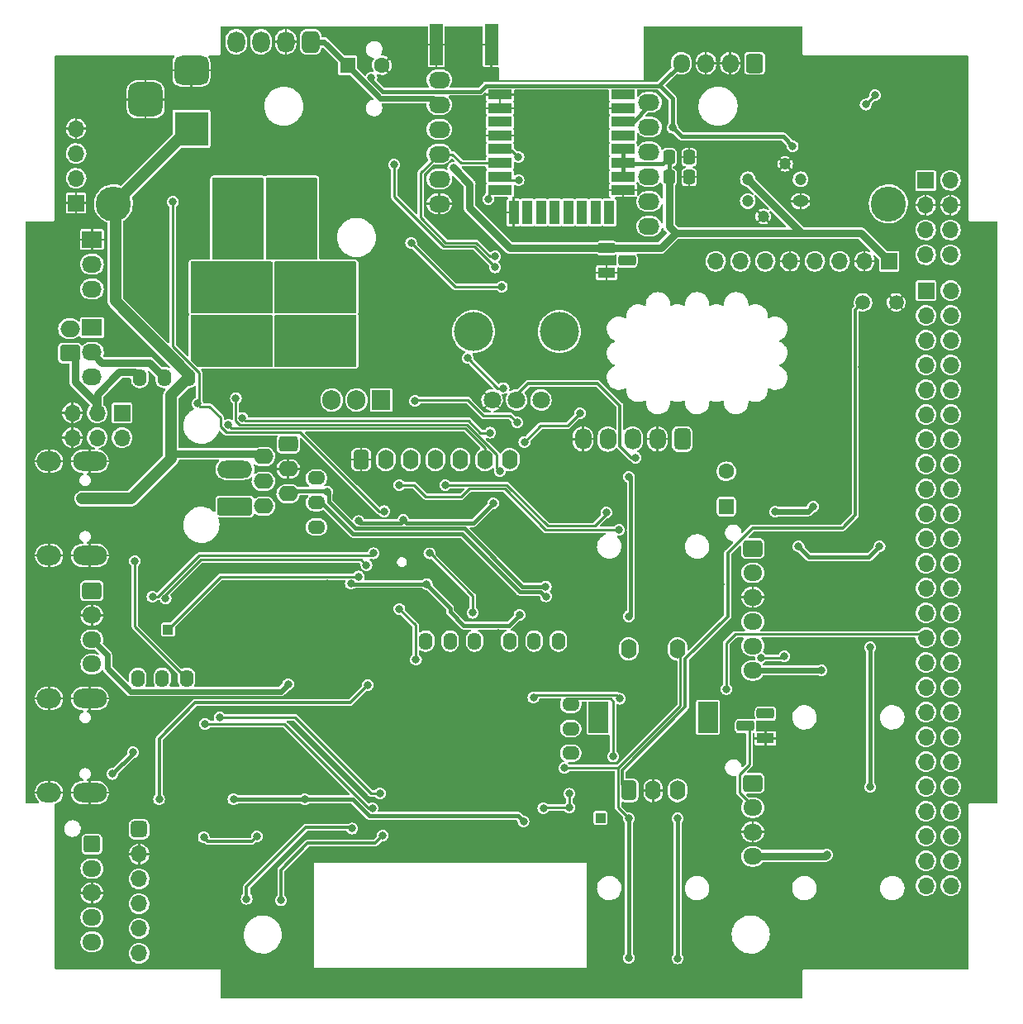
<source format=gbr>
%TF.GenerationSoftware,KiCad,Pcbnew,(6.0.1)*%
%TF.CreationDate,2022-03-29T23:04:51+02:00*%
%TF.ProjectId,pcbV10,70636256-3130-42e6-9b69-6361645f7063,rev?*%
%TF.SameCoordinates,Original*%
%TF.FileFunction,Copper,L2,Bot*%
%TF.FilePolarity,Positive*%
%FSLAX46Y46*%
G04 Gerber Fmt 4.6, Leading zero omitted, Abs format (unit mm)*
G04 Created by KiCad (PCBNEW (6.0.1)) date 2022-03-29 23:04:51*
%MOMM*%
%LPD*%
G01*
G04 APERTURE LIST*
G04 Aperture macros list*
%AMRoundRect*
0 Rectangle with rounded corners*
0 $1 Rounding radius*
0 $2 $3 $4 $5 $6 $7 $8 $9 X,Y pos of 4 corners*
0 Add a 4 corners polygon primitive as box body*
4,1,4,$2,$3,$4,$5,$6,$7,$8,$9,$2,$3,0*
0 Add four circle primitives for the rounded corners*
1,1,$1+$1,$2,$3*
1,1,$1+$1,$4,$5*
1,1,$1+$1,$6,$7*
1,1,$1+$1,$8,$9*
0 Add four rect primitives between the rounded corners*
20,1,$1+$1,$2,$3,$4,$5,0*
20,1,$1+$1,$4,$5,$6,$7,0*
20,1,$1+$1,$6,$7,$8,$9,0*
20,1,$1+$1,$8,$9,$2,$3,0*%
G04 Aperture macros list end*
%TA.AperFunction,ComponentPad*%
%ADD10R,1.600000X1.600000*%
%TD*%
%TA.AperFunction,ComponentPad*%
%ADD11C,1.600000*%
%TD*%
%TA.AperFunction,ComponentPad*%
%ADD12O,2.200000X1.700000*%
%TD*%
%TA.AperFunction,ComponentPad*%
%ADD13RoundRect,0.250000X-0.600000X0.600000X-0.600000X-0.600000X0.600000X-0.600000X0.600000X0.600000X0*%
%TD*%
%TA.AperFunction,ComponentPad*%
%ADD14O,1.950000X1.700000*%
%TD*%
%TA.AperFunction,ComponentPad*%
%ADD15O,2.500000X2.000000*%
%TD*%
%TA.AperFunction,ComponentPad*%
%ADD16O,3.500000X2.000000*%
%TD*%
%TA.AperFunction,ComponentPad*%
%ADD17R,1.700000X1.700000*%
%TD*%
%TA.AperFunction,ComponentPad*%
%ADD18O,1.700000X1.700000*%
%TD*%
%TA.AperFunction,ComponentPad*%
%ADD19R,2.030000X1.730000*%
%TD*%
%TA.AperFunction,ComponentPad*%
%ADD20O,2.030000X1.730000*%
%TD*%
%TA.AperFunction,SMDPad,CuDef*%
%ADD21R,1.350000X4.200000*%
%TD*%
%TA.AperFunction,WasherPad*%
%ADD22C,4.000000*%
%TD*%
%TA.AperFunction,ComponentPad*%
%ADD23C,1.800000*%
%TD*%
%TA.AperFunction,ComponentPad*%
%ADD24RoundRect,0.400000X0.600000X-0.400000X0.600000X0.400000X-0.600000X0.400000X-0.600000X-0.400000X0*%
%TD*%
%TA.AperFunction,ComponentPad*%
%ADD25O,2.000000X1.600000*%
%TD*%
%TA.AperFunction,ComponentPad*%
%ADD26RoundRect,0.250000X0.550000X-0.550000X0.550000X0.550000X-0.550000X0.550000X-0.550000X-0.550000X0*%
%TD*%
%TA.AperFunction,ComponentPad*%
%ADD27RoundRect,0.250000X-0.725000X0.600000X-0.725000X-0.600000X0.725000X-0.600000X0.725000X0.600000X0*%
%TD*%
%TA.AperFunction,ComponentPad*%
%ADD28RoundRect,0.450000X-0.450000X0.650000X-0.450000X-0.650000X0.450000X-0.650000X0.450000X0.650000X0*%
%TD*%
%TA.AperFunction,ComponentPad*%
%ADD29O,1.800000X2.200000*%
%TD*%
%TA.AperFunction,ComponentPad*%
%ADD30RoundRect,0.400000X0.400000X-0.600000X0.400000X0.600000X-0.400000X0.600000X-0.400000X-0.600000X0*%
%TD*%
%TA.AperFunction,ComponentPad*%
%ADD31O,1.600000X2.000000*%
%TD*%
%TA.AperFunction,ComponentPad*%
%ADD32R,2.000000X3.200000*%
%TD*%
%TA.AperFunction,ComponentPad*%
%ADD33RoundRect,0.400000X-0.400000X-0.600000X0.400000X-0.600000X0.400000X0.600000X-0.400000X0.600000X0*%
%TD*%
%TA.AperFunction,ComponentPad*%
%ADD34O,1.800000X1.400000*%
%TD*%
%TA.AperFunction,ComponentPad*%
%ADD35O,1.400000X1.800000*%
%TD*%
%TA.AperFunction,ComponentPad*%
%ADD36R,3.500000X3.500000*%
%TD*%
%TA.AperFunction,ComponentPad*%
%ADD37RoundRect,0.750000X-1.000000X0.750000X-1.000000X-0.750000X1.000000X-0.750000X1.000000X0.750000X0*%
%TD*%
%TA.AperFunction,ComponentPad*%
%ADD38RoundRect,0.875000X-0.875000X0.875000X-0.875000X-0.875000X0.875000X-0.875000X0.875000X0.875000X0*%
%TD*%
%TA.AperFunction,ComponentPad*%
%ADD39RoundRect,0.425000X-0.425000X-0.425000X0.425000X-0.425000X0.425000X0.425000X-0.425000X0.425000X0*%
%TD*%
%TA.AperFunction,ComponentPad*%
%ADD40R,1.800000X1.100000*%
%TD*%
%TA.AperFunction,ComponentPad*%
%ADD41RoundRect,0.275000X0.625000X-0.275000X0.625000X0.275000X-0.625000X0.275000X-0.625000X-0.275000X0*%
%TD*%
%TA.AperFunction,ComponentPad*%
%ADD42RoundRect,0.425000X-0.425000X0.675000X-0.425000X-0.675000X0.425000X-0.675000X0.425000X0.675000X0*%
%TD*%
%TA.AperFunction,ComponentPad*%
%ADD43O,1.700000X2.200000*%
%TD*%
%TA.AperFunction,ComponentPad*%
%ADD44O,1.600000X1.200000*%
%TD*%
%TA.AperFunction,ComponentPad*%
%ADD45C,1.200000*%
%TD*%
%TA.AperFunction,ComponentPad*%
%ADD46R,1.000000X1.000000*%
%TD*%
%TA.AperFunction,ComponentPad*%
%ADD47RoundRect,0.250000X0.600000X0.725000X-0.600000X0.725000X-0.600000X-0.725000X0.600000X-0.725000X0*%
%TD*%
%TA.AperFunction,ComponentPad*%
%ADD48O,1.700000X1.950000*%
%TD*%
%TA.AperFunction,ComponentPad*%
%ADD49R,1.905000X2.000000*%
%TD*%
%TA.AperFunction,ComponentPad*%
%ADD50O,1.905000X2.000000*%
%TD*%
%TA.AperFunction,ComponentPad*%
%ADD51C,1.500000*%
%TD*%
%TA.AperFunction,ComponentPad*%
%ADD52RoundRect,0.250000X1.550000X-0.650000X1.550000X0.650000X-1.550000X0.650000X-1.550000X-0.650000X0*%
%TD*%
%TA.AperFunction,ComponentPad*%
%ADD53O,3.600000X1.800000*%
%TD*%
%TA.AperFunction,ComponentPad*%
%ADD54C,3.600000*%
%TD*%
%TA.AperFunction,ComponentPad*%
%ADD55RoundRect,0.250000X0.750000X-0.600000X0.750000X0.600000X-0.750000X0.600000X-0.750000X-0.600000X0*%
%TD*%
%TA.AperFunction,ComponentPad*%
%ADD56O,2.000000X1.700000*%
%TD*%
%TA.AperFunction,SMDPad,CuDef*%
%ADD57RoundRect,0.250000X-0.337500X-0.475000X0.337500X-0.475000X0.337500X0.475000X-0.337500X0.475000X0*%
%TD*%
%TA.AperFunction,SMDPad,CuDef*%
%ADD58R,2.450000X1.000000*%
%TD*%
%TA.AperFunction,SMDPad,CuDef*%
%ADD59R,1.000000X2.450000*%
%TD*%
%TA.AperFunction,ViaPad*%
%ADD60C,0.800000*%
%TD*%
%TA.AperFunction,ViaPad*%
%ADD61C,1.600000*%
%TD*%
%TA.AperFunction,Conductor*%
%ADD62C,0.800000*%
%TD*%
%TA.AperFunction,Conductor*%
%ADD63C,0.600000*%
%TD*%
%TA.AperFunction,Conductor*%
%ADD64C,0.250000*%
%TD*%
%TA.AperFunction,Conductor*%
%ADD65C,0.400000*%
%TD*%
%TA.AperFunction,Conductor*%
%ADD66C,0.300000*%
%TD*%
%TA.AperFunction,Conductor*%
%ADD67C,1.200000*%
%TD*%
G04 APERTURE END LIST*
D10*
%TO.P,C27,1*%
%TO.N,+4V*%
X83194849Y-54200000D03*
D11*
%TO.P,C27,2*%
%TO.N,GND*%
X86694849Y-54200000D03*
%TD*%
D12*
%TO.P,GSM_Module1,1,Net*%
%TO.N,unconnected-(GSM_Module1-Pad1)*%
X92583000Y-55700000D03*
%TO.P,GSM_Module1,2,Vcc*%
%TO.N,+4V*%
X92583000Y-58240000D03*
%TO.P,GSM_Module1,3,RST*%
%TO.N,unconnected-(GSM_Module1-Pad3)*%
X92583000Y-60780000D03*
%TO.P,GSM_Module1,4,RXD*%
%TO.N,SPI_MISO*%
X92583000Y-63320000D03*
%TO.P,GSM_Module1,5,TXD*%
%TO.N,SPI_MOSIx*%
X92583000Y-65860000D03*
%TO.P,GSM_Module1,6,GND*%
%TO.N,GND*%
X92583000Y-68400000D03*
%TO.P,GSM_Module1,7,RING*%
%TO.N,PROG_IO0*%
X114083000Y-58000000D03*
%TO.P,GSM_Module1,8,DTR*%
%TO.N,unconnected-(GSM_Module1-Pad8)*%
X114083000Y-60540000D03*
%TO.P,GSM_Module1,9,MIC+*%
%TO.N,unconnected-(GSM_Module1-Pad9)*%
X114083000Y-63080000D03*
%TO.P,GSM_Module1,10,MIC-*%
%TO.N,unconnected-(GSM_Module1-Pad10)*%
X114083000Y-65620000D03*
%TO.P,GSM_Module1,11,SPKR+*%
%TO.N,unconnected-(GSM_Module1-Pad11)*%
X114083000Y-68160000D03*
%TO.P,GSM_Module1,12,SPKR-*%
%TO.N,unconnected-(GSM_Module1-Pad12)*%
X114083000Y-70700000D03*
%TD*%
D13*
%TO.P,J3,1,Pin_1*%
%TO.N,SDA*%
X57000000Y-134000000D03*
D14*
%TO.P,J3,2,Pin_2*%
%TO.N,SCL*%
X57000000Y-136500000D03*
%TO.P,J3,3,Pin_3*%
%TO.N,GND*%
X57000000Y-139000000D03*
%TO.P,J3,4,Pin_4*%
%TO.N,+3V3*%
X57000000Y-141500000D03*
%TO.P,J3,5,Pin_5*%
%TO.N,+5V*%
X57000000Y-144000000D03*
%TD*%
D15*
%TO.P,J8,S1,SHIELD*%
%TO.N,GND*%
X52600000Y-104420000D03*
X52600000Y-94780000D03*
D16*
X56780000Y-94780000D03*
X56780000Y-104420000D03*
%TD*%
D17*
%TO.P,J9,1,Pin_1*%
%TO.N,GND*%
X55372000Y-68326000D03*
D18*
%TO.P,J9,2,Pin_2*%
%TO.N,Net-(D15-Pad2)*%
X55372000Y-65786000D03*
%TO.P,J9,3,Pin_3*%
%TO.N,+5V*%
X55372000Y-63246000D03*
%TO.P,J9,4,Pin_4*%
%TO.N,GND*%
X55372000Y-60706000D03*
%TD*%
D19*
%TO.P,J11,1,Pin_1*%
%TO.N,Net-(J11-Pad1)*%
X57000000Y-81060000D03*
D20*
%TO.P,J11,2,Pin_2*%
%TO.N,Net-(J11-Pad2)*%
X57000000Y-83600000D03*
%TO.P,J11,3,Pin_3*%
%TO.N,unconnected-(J11-Pad3)*%
X57000000Y-86140000D03*
%TD*%
D17*
%TO.P,J12,1,Pin_1*%
%TO.N,K1_A1*%
X142460000Y-77290000D03*
D18*
%TO.P,J12,2,Pin_2*%
X145000000Y-77290000D03*
%TO.P,J12,3,Pin_3*%
%TO.N,K1_11*%
X142460000Y-79830000D03*
%TO.P,J12,4,Pin_4*%
X145000000Y-79830000D03*
%TO.P,J12,5,Pin_5*%
%TO.N,K1_12*%
X142460000Y-82370000D03*
%TO.P,J12,6,Pin_6*%
X145000000Y-82370000D03*
%TO.P,J12,7,Pin_7*%
%TO.N,K1_14*%
X142460000Y-84910000D03*
%TO.P,J12,8,Pin_8*%
X145000000Y-84910000D03*
%TO.P,J12,9,Pin_9*%
%TO.N,K1_21*%
X142460000Y-87450000D03*
%TO.P,J12,10,Pin_10*%
X145000000Y-87450000D03*
%TO.P,J12,11,Pin_11*%
%TO.N,K1_22*%
X142460000Y-89990000D03*
%TO.P,J12,12,Pin_12*%
X145000000Y-89990000D03*
%TO.P,J12,13,Pin_13*%
%TO.N,K1_24*%
X142460000Y-92530000D03*
%TO.P,J12,14,Pin_14*%
X145000000Y-92530000D03*
%TO.P,J12,15,Pin_15*%
%TO.N,K2_A1*%
X142460000Y-95070000D03*
%TO.P,J12,16,Pin_16*%
X145000000Y-95070000D03*
%TO.P,J12,17,Pin_17*%
%TO.N,K2_11*%
X142460000Y-97610000D03*
%TO.P,J12,18,Pin_18*%
X145000000Y-97610000D03*
%TO.P,J12,19,Pin_19*%
%TO.N,K2_12*%
X142460000Y-100150000D03*
%TO.P,J12,20,Pin_20*%
X145000000Y-100150000D03*
%TO.P,J12,21,Pin_21*%
%TO.N,K2_14*%
X142460000Y-102690000D03*
%TO.P,J12,22,Pin_22*%
X145000000Y-102690000D03*
%TO.P,J12,23,Pin_23*%
%TO.N,K2_21*%
X142460000Y-105230000D03*
%TO.P,J12,24,Pin_24*%
X145000000Y-105230000D03*
%TO.P,J12,25,Pin_25*%
%TO.N,K2_22*%
X142460000Y-107770000D03*
%TO.P,J12,26,Pin_26*%
X145000000Y-107770000D03*
%TO.P,J12,27,Pin_27*%
%TO.N,K2_24*%
X142460000Y-110310000D03*
%TO.P,J12,28,Pin_28*%
X145000000Y-110310000D03*
%TO.P,J12,29,Pin_29*%
%TO.N,Net-(J12-Pad29)*%
X142460000Y-112850000D03*
%TO.P,J12,30,Pin_30*%
X145000000Y-112850000D03*
%TO.P,J12,31,Pin_31*%
%TO.N,K3_11*%
X142460000Y-115390000D03*
%TO.P,J12,32,Pin_32*%
X145000000Y-115390000D03*
%TO.P,J12,33,Pin_33*%
%TO.N,K3_12*%
X142460000Y-117930000D03*
%TO.P,J12,34,Pin_34*%
X145000000Y-117930000D03*
%TO.P,J12,35,Pin_35*%
%TO.N,K3_14*%
X142460000Y-120470000D03*
%TO.P,J12,36,Pin_36*%
X145000000Y-120470000D03*
%TO.P,J12,37,Pin_37*%
%TO.N,K3_21*%
X142460000Y-123010000D03*
%TO.P,J12,38,Pin_38*%
X145000000Y-123010000D03*
%TO.P,J12,39,Pin_39*%
%TO.N,K3_22*%
X142460000Y-125550000D03*
%TO.P,J12,40,Pin_40*%
X145000000Y-125550000D03*
%TO.P,J12,41,Pin_41*%
%TO.N,K3_24*%
X142460000Y-128090000D03*
%TO.P,J12,42,Pin_42*%
X145000000Y-128090000D03*
%TO.P,J12,43,Pin_43*%
%TO.N,SW_BLUE*%
X142460000Y-130630000D03*
%TO.P,J12,44,Pin_44*%
X145000000Y-130630000D03*
%TO.P,J12,45,Pin_45*%
%TO.N,SW_WHITE*%
X142460000Y-133170000D03*
%TO.P,J12,46,Pin_46*%
X145000000Y-133170000D03*
%TO.P,J12,47,Pin_47*%
%TO.N,LED_BLUE*%
X142460000Y-135710000D03*
%TO.P,J12,48,Pin_48*%
X145000000Y-135710000D03*
%TO.P,J12,49,Pin_49*%
%TO.N,LED_WHITE*%
X142460000Y-138250000D03*
%TO.P,J12,50,Pin_50*%
X145000000Y-138250000D03*
%TD*%
D21*
%TO.P,J14,2,Ext*%
%TO.N,GND*%
X97925000Y-52100000D03*
X92275000Y-52100000D03*
%TD*%
D22*
%TO.P,RV1,*%
%TO.N,*%
X96100000Y-81500000D03*
X104900000Y-81500000D03*
D23*
%TO.P,RV1,1,1*%
%TO.N,Net-(R30-Pad2)*%
X103000000Y-88500000D03*
%TO.P,RV1,2,2*%
%TO.N,Net-(C24-Pad2)*%
X100500000Y-88500000D03*
%TO.P,RV1,3,3*%
%TO.N,GND*%
X98000000Y-88500000D03*
%TD*%
D17*
%TO.P,J2,1,Pin_1*%
%TO.N,FAN1_DRIVE*%
X60080000Y-89825000D03*
D18*
%TO.P,J2,2,Pin_2*%
%TO.N,SERVO2*%
X60080000Y-92365000D03*
%TO.P,J2,3,Pin_3*%
%TO.N,+5V*%
X57540000Y-89825000D03*
%TO.P,J2,4,Pin_4*%
X57540000Y-92365000D03*
%TO.P,J2,5,Pin_5*%
%TO.N,GND*%
X55000000Y-89825000D03*
%TO.P,J2,6,Pin_6*%
X55000000Y-92365000D03*
%TD*%
D24*
%TO.P,J7,1,Pin_1*%
%TO.N,unconnected-(J7-Pad1)*%
X77100000Y-93025000D03*
D25*
%TO.P,J7,2,Pin_2*%
%TO.N,+24V*%
X74560000Y-94295000D03*
%TO.P,J7,3,Pin_3*%
%TO.N,GND*%
X77100000Y-95565000D03*
%TO.P,J7,4,Pin_4*%
%TO.N,unconnected-(J7-Pad4)*%
X74560000Y-96835000D03*
%TO.P,J7,5,Pin_5*%
%TO.N,RS485A*%
X77100000Y-98105000D03*
%TO.P,J7,6,Pin_6*%
%TO.N,RS485B*%
X74560000Y-99375000D03*
%TD*%
D26*
%TO.P,J13,1,Pin_1*%
%TO.N,Net-(J13-Pad1)*%
X122000000Y-99400000D03*
D11*
%TO.P,J13,2,Pin_2*%
%TO.N,Net-(J13-Pad2)*%
X122000000Y-95800000D03*
%TD*%
D27*
%TO.P,J4,1,Pin_1*%
%TO.N,+3V3*%
X124700000Y-127750000D03*
D14*
%TO.P,J4,2,Pin_2*%
%TO.N,1wire*%
X124700000Y-130250000D03*
%TO.P,J4,3,Pin_3*%
%TO.N,GND*%
X124700000Y-132750000D03*
%TO.P,J4,4,Pin_4*%
%TO.N,+5V*%
X124700000Y-135250000D03*
%TD*%
D28*
%TO.P,U16,1,OUT*%
%TO.N,+4V*%
X79410000Y-51800000D03*
D29*
%TO.P,U16,2,GND*%
%TO.N,GND*%
X76870000Y-51800000D03*
%TO.P,U16,3,IN*%
%TO.N,+24V*%
X74330000Y-51800000D03*
%TO.P,U16,4,EN*%
%TO.N,unconnected-(U16-Pad4)*%
X71790000Y-51800000D03*
%TD*%
D27*
%TO.P,J5,1,Pin_1*%
%TO.N,485_DI*%
X124700000Y-103700000D03*
D14*
%TO.P,J5,2,Pin_2*%
%TO.N,485_DE*%
X124700000Y-106200000D03*
%TO.P,J5,3,Pin_3*%
%TO.N,GND*%
X124700000Y-108700000D03*
%TO.P,J5,4,Pin_4*%
%TO.N,+3V3*%
X124700000Y-111200000D03*
%TO.P,J5,5,Pin_5*%
%TO.N,485_RO*%
X124700000Y-113700000D03*
%TO.P,J5,6,Pin_6*%
%TO.N,+5V*%
X124700000Y-116200000D03*
%TD*%
D30*
%TO.P,SW2,A,A*%
%TO.N,ROT_A*%
X112000000Y-128500000D03*
D31*
%TO.P,SW2,B,B*%
%TO.N,ROT_B*%
X117000000Y-128500000D03*
%TO.P,SW2,C,C*%
%TO.N,GND*%
X114500000Y-128500000D03*
D32*
%TO.P,SW2,MP*%
%TO.N,N/C*%
X108900000Y-121000000D03*
X120100000Y-121000000D03*
D31*
%TO.P,SW2,S1,S1*%
%TO.N,Net-(R21-Pad1)*%
X117000000Y-114000000D03*
%TO.P,SW2,S2,S2*%
%TO.N,Net-(R22-Pad1)*%
X112000000Y-114000000D03*
%TD*%
D19*
%TO.P,J10,1,Pin_1*%
%TO.N,GND*%
X57000000Y-72060000D03*
D20*
%TO.P,J10,2,Pin_2*%
%TO.N,Net-(J10-Pad2)*%
X57000000Y-74600000D03*
%TO.P,J10,3,Pin_3*%
%TO.N,FAN1_SENSE*%
X57000000Y-77140000D03*
%TD*%
D33*
%TO.P,U14,1,GND*%
%TO.N,GND*%
X84580000Y-94600000D03*
D31*
%TO.P,U14,2,VCC*%
%TO.N,+3V3*%
X87120000Y-94600000D03*
%TO.P,U14,3,SCL*%
%TO.N,/C*%
X89660000Y-94600000D03*
%TO.P,U14,4,SDA*%
%TO.N,/D*%
X92200000Y-94600000D03*
%TO.P,U14,5,RES*%
%TO.N,PROG_IO0*%
X94740000Y-94600000D03*
%TO.P,U14,6,DVC*%
%TO.N,SERVO2*%
X97280000Y-94600000D03*
%TO.P,U14,7,BLK*%
%TO.N,unconnected-(U14-Pad7)*%
X99820000Y-94600000D03*
%TD*%
D34*
%TO.P,SW6,1,A*%
%TO.N,unconnected-(SW6-Pad1)*%
X80000000Y-101500000D03*
%TO.P,SW6,2,B*%
%TO.N,RS485B*%
X80000000Y-99000000D03*
%TO.P,SW6,3,C*%
%TO.N,Net-(R13-Pad2)*%
X80000000Y-96500000D03*
%TD*%
D15*
%TO.P,J1,S1,SHIELD*%
%TO.N,GND*%
X52600000Y-119080000D03*
D16*
X56780000Y-119080000D03*
X56780000Y-128720000D03*
D15*
X52600000Y-128720000D03*
%TD*%
D35*
%TO.P,SW7,1,A*%
%TO.N,HEATER*%
X104800000Y-113200000D03*
%TO.P,SW7,2,B*%
%TO.N,HEATER_LED*%
X102300000Y-113200000D03*
%TO.P,SW7,3,C*%
%TO.N,LED_WHITE_P*%
X99800000Y-113200000D03*
%TD*%
D34*
%TO.P,SW8,1,A*%
%TO.N,K3_A1*%
X106045000Y-124674000D03*
%TO.P,SW8,2,B*%
%TO.N,I34*%
X106045000Y-122174000D03*
%TO.P,SW8,3,C*%
%TO.N,ROT_B*%
X106045000Y-119674000D03*
%TD*%
D35*
%TO.P,SW11,1,A*%
%TO.N,/psu/5Vx*%
X66700000Y-117000000D03*
%TO.P,SW11,2,B*%
%TO.N,+5V*%
X64200000Y-117000000D03*
%TO.P,SW11,3,C*%
%TO.N,+5P*%
X61700000Y-117000000D03*
%TD*%
%TO.P,SW9,1,A*%
%TO.N,MOVE*%
X96200000Y-113200000D03*
%TO.P,SW9,2,B*%
%TO.N,I35*%
X93700000Y-113200000D03*
%TO.P,SW9,3,C*%
%TO.N,FAN1_SENSE*%
X91200000Y-113200000D03*
%TD*%
%TO.P,SW10,1,A*%
%TO.N,+5V*%
X61900000Y-86200000D03*
%TO.P,SW10,2,B*%
%TO.N,Net-(J11-Pad2)*%
X64400000Y-86200000D03*
%TO.P,SW10,3,C*%
%TO.N,+24V*%
X66900000Y-86200000D03*
%TD*%
D27*
%TO.P,J6,1,Pin_1*%
%TO.N,+24V*%
X57000000Y-108050000D03*
D14*
%TO.P,J6,2,Pin_2*%
%TO.N,GND*%
X57000000Y-110550000D03*
%TO.P,J6,3,Pin_3*%
%TO.N,+3V3*%
X57000000Y-113050000D03*
%TO.P,J6,4,Pin_4*%
%TO.N,+5V*%
X57000000Y-115550000D03*
%TD*%
D36*
%TO.P,J18,1*%
%TO.N,+24V*%
X67183000Y-60706000D03*
D37*
%TO.P,J18,2*%
%TO.N,GND*%
X67183000Y-54706000D03*
D38*
%TO.P,J18,3*%
X62483000Y-57706000D03*
%TD*%
D17*
%TO.P,J19,1,Pin_1*%
%TO.N,+3V3*%
X142425000Y-66000000D03*
D18*
%TO.P,J19,2,Pin_2*%
X144965000Y-66000000D03*
%TO.P,J19,3,Pin_3*%
%TO.N,GND*%
X142425000Y-68540000D03*
%TO.P,J19,4,Pin_4*%
X144965000Y-68540000D03*
%TO.P,J19,5,Pin_5*%
%TO.N,+5V*%
X142425000Y-71080000D03*
%TO.P,J19,6,Pin_6*%
X144965000Y-71080000D03*
%TO.P,J19,7,Pin_7*%
X142425000Y-73620000D03*
%TO.P,J19,8,Pin_8*%
X144965000Y-73620000D03*
%TD*%
D39*
%TO.P,J16,1,Pin_1*%
%TO.N,+3V3*%
X61825000Y-132475000D03*
D18*
%TO.P,J16,2,Pin_2*%
%TO.N,GND*%
X61825000Y-135015000D03*
%TO.P,J16,3,Pin_3*%
%TO.N,SCL*%
X61825000Y-137555000D03*
%TO.P,J16,4,Pin_4*%
%TO.N,SDA*%
X61825000Y-140095000D03*
%TO.P,J16,5,Pin_5*%
%TO.N,unconnected-(J16-Pad5)*%
X61825000Y-142635000D03*
%TO.P,J16,6,Pin_6*%
%TO.N,unconnected-(J16-Pad6)*%
X61825000Y-145175000D03*
%TD*%
D17*
%TO.P,J17,1,Pin_1*%
%TO.N,+3V3*%
X138684000Y-74295000D03*
D18*
%TO.P,J17,2,Pin_2*%
%TO.N,GND*%
X136144000Y-74295000D03*
%TO.P,J17,3,Pin_3*%
%TO.N,SCL*%
X133604000Y-74295000D03*
%TO.P,J17,4,Pin_4*%
%TO.N,SDA*%
X131064000Y-74295000D03*
%TO.P,J17,5,Pin_5*%
%TO.N,GND*%
X128524000Y-74295000D03*
%TO.P,J17,6,Pin_6*%
%TO.N,unconnected-(J17-Pad6)*%
X125984000Y-74295000D03*
%TO.P,J17,7,Pin_7*%
%TO.N,unconnected-(J17-Pad7)*%
X123444000Y-74295000D03*
%TO.P,J17,8,Pin_8*%
%TO.N,unconnected-(J17-Pad8)*%
X120904000Y-74295000D03*
%TD*%
D40*
%TO.P,U7,1,GND*%
%TO.N,GND*%
X126020000Y-123170000D03*
D41*
%TO.P,U7,2,DQ*%
%TO.N,1wire*%
X123950000Y-121900000D03*
%TO.P,U7,3,VDD*%
%TO.N,+3V3*%
X126020000Y-120630000D03*
%TD*%
D42*
%TO.P,U20,1,VCC*%
%TO.N,+3V3*%
X117480000Y-92500000D03*
D43*
%TO.P,U20,2,GND*%
%TO.N,GND*%
X114940000Y-92500000D03*
%TO.P,U20,3,SCL*%
%TO.N,SCL*%
X112400000Y-92500000D03*
%TO.P,U20,4,SDA*%
%TO.N,SDA*%
X109860000Y-92500000D03*
%TO.P,U20,5,ADDR*%
%TO.N,GND*%
X107320000Y-92500000D03*
%TD*%
D44*
%TO.P,U22,1,SENS*%
%TO.N,GND*%
X129600000Y-68120000D03*
D45*
%TO.P,U22,2,OEN*%
%TO.N,Net-(R54-Pad2)*%
X129600000Y-65880000D03*
%TO.P,U22,3,VSS_GND*%
%TO.N,GND*%
X128020000Y-64300000D03*
%TO.P,U22,4,VDD*%
%TO.N,+3V3*%
X124200000Y-65880000D03*
%TO.P,U22,5,OUT*%
%TO.N,MOVE*%
X124200000Y-68120000D03*
%TO.P,U22,6,TIME*%
%TO.N,GND*%
X125780000Y-69700000D03*
%TD*%
D46*
%TO.P,TP2,1,1*%
%TO.N,SW*%
X109100000Y-131300000D03*
%TD*%
D47*
%TO.P,J24,1,Pin_1*%
%TO.N,Net-(J24-Pad1)*%
X124900000Y-54000000D03*
D48*
%TO.P,J24,2,Pin_2*%
%TO.N,GND*%
X122400000Y-54000000D03*
%TO.P,J24,3,Pin_3*%
X119900000Y-54000000D03*
%TO.P,J24,4,Pin_4*%
%TO.N,+24V*%
X117400000Y-54000000D03*
%TD*%
D49*
%TO.P,Q7,1,B*%
%TO.N,Net-(Q6-Pad3)*%
X86640000Y-88500000D03*
D50*
%TO.P,Q7,2,C*%
%TO.N,/D9_COOL*%
X84100000Y-88500000D03*
%TO.P,Q7,3,E*%
%TO.N,Net-(Q6-Pad1)*%
X81560000Y-88500000D03*
%TD*%
D51*
%TO.P,R9,1*%
%TO.N,ROT_A*%
X136000000Y-78500000D03*
%TO.P,R9,2*%
%TO.N,GND*%
X139400000Y-78500000D03*
%TD*%
D52*
%TO.P,J15,1,Pin_1*%
%TO.N,RS485B*%
X71642500Y-99387500D03*
D53*
%TO.P,J15,2,Pin_2*%
%TO.N,RS485A*%
X71642500Y-95577500D03*
%TD*%
D46*
%TO.P,TP1,1,1*%
%TO.N,Net-(JP2-Pad2)*%
X64800000Y-112000000D03*
%TD*%
D54*
%TO.P,R18,1*%
%TO.N,+24V*%
X59200000Y-68400000D03*
%TO.P,R18,2*%
%TO.N,Net-(Q5-Pad3)*%
X138600000Y-68400000D03*
%TD*%
D55*
%TO.P,J20,1,Pin_1*%
%TO.N,+5V*%
X54737000Y-83693000D03*
D56*
%TO.P,J20,2,Pin_2*%
%TO.N,Net-(J11-Pad1)*%
X54737000Y-81193000D03*
%TD*%
D40*
%TO.P,U19,1,GND*%
%TO.N,GND*%
X109730000Y-75470000D03*
D41*
%TO.P,U19,2,DQ*%
%TO.N,1wire*%
X111800000Y-74200000D03*
%TO.P,U19,3,VDD*%
%TO.N,+3V3*%
X109730000Y-72930000D03*
%TD*%
D57*
%TO.P,C40,1*%
%TO.N,+3V3*%
X116120000Y-65659000D03*
%TO.P,C40,2*%
%TO.N,GND*%
X118195000Y-65659000D03*
%TD*%
%TO.P,C41,1*%
%TO.N,+3V3*%
X116120000Y-63627000D03*
%TO.P,C41,2*%
%TO.N,GND*%
X118195000Y-63627000D03*
%TD*%
D58*
%TO.P,DWM1,1,EXTON*%
%TO.N,unconnected-(DWM1-Pad1)*%
X111400000Y-57201200D03*
%TO.P,DWM1,2,WAKEUP*%
%TO.N,GND*%
X111400000Y-58601200D03*
%TO.P,DWM1,3,RSTn*%
%TO.N,PROG_IO0*%
X111400000Y-60001200D03*
%TO.P,DWM1,4,GPIO7*%
%TO.N,unconnected-(DWM1-Pad4)*%
X111400000Y-61401200D03*
%TO.P,DWM1,5,VDDAON*%
%TO.N,+3V3*%
X111400000Y-62801200D03*
%TO.P,DWM1,6,VDD3V3*%
X111400000Y-64201200D03*
%TO.P,DWM1,7,VDD3V3*%
X111400000Y-65601200D03*
%TO.P,DWM1,8,VSS*%
%TO.N,GND*%
X111400000Y-67001200D03*
D59*
%TO.P,DWM1,9,GPIO6/EXTRXE/SPIHA*%
%TO.N,unconnected-(DWM1-Pad9)*%
X110000000Y-69296200D03*
%TO.P,DWM1,10,GPIO5/EXTTXE/SPIPOL*%
%TO.N,unconnected-(DWM1-Pad10)*%
X108600000Y-69296200D03*
%TO.P,DWM1,11,GPIO4/EXTPA*%
%TO.N,unconnected-(DWM1-Pad11)*%
X107200000Y-69296200D03*
%TO.P,DWM1,12,GPIO3/TXLED*%
%TO.N,unconnected-(DWM1-Pad12)*%
X105800000Y-69296200D03*
%TO.P,DWM1,13,GPIO2/RXLED*%
%TO.N,unconnected-(DWM1-Pad13)*%
X104400000Y-69296200D03*
%TO.P,DWM1,14,GPIO1/SFDLED*%
%TO.N,unconnected-(DWM1-Pad14)*%
X103000000Y-69296200D03*
%TO.P,DWM1,15,GPIO0/RXOKLED*%
%TO.N,unconnected-(DWM1-Pad15)*%
X101600000Y-69296200D03*
%TO.P,DWM1,16,VSS*%
%TO.N,GND*%
X100200000Y-69296200D03*
D58*
%TO.P,DWM1,17,SPICSn*%
%TO.N,SERVO2*%
X98800000Y-67000000D03*
%TO.P,DWM1,18,SPIMOSI*%
%TO.N,SPI_MOSIx*%
X98800000Y-65600000D03*
%TO.P,DWM1,19,SPIMISO*%
%TO.N,SPI_MISO*%
X98800000Y-64201200D03*
%TO.P,DWM1,20,SPICLK*%
%TO.N,/wireless/SPI_CLKx*%
X98800000Y-62801200D03*
%TO.P,DWM1,21,VSS*%
%TO.N,GND*%
X98800000Y-61401200D03*
%TO.P,DWM1,22,IRQ/GPIO8*%
%TO.N,unconnected-(DWM1-Pad22)*%
X98800000Y-60001200D03*
%TO.P,DWM1,23,VSS*%
%TO.N,GND*%
X98800000Y-58601200D03*
%TO.P,DWM1,24,VSS*%
X98800000Y-57201200D03*
%TD*%
D60*
%TO.N,+5V*%
X132300000Y-135100000D03*
X131762500Y-116205000D03*
X130900000Y-99400000D03*
X127025000Y-99949000D03*
%TO.N,GND*%
X79600000Y-114600000D03*
X127300000Y-89400000D03*
X130600000Y-119200000D03*
X91567000Y-135255000D03*
X90500000Y-100100000D03*
X52328947Y-86971054D03*
X117284500Y-100965000D03*
X75400000Y-101400000D03*
X93408500Y-135255000D03*
X99300000Y-101800000D03*
X114500000Y-142700000D03*
X114500000Y-99500000D03*
X98600000Y-112400000D03*
X55400000Y-73600000D03*
X107500000Y-61000000D03*
D61*
X98679000Y-119507000D03*
D60*
X59000000Y-60900000D03*
X79700000Y-55900000D03*
X60000000Y-105450000D03*
X91800000Y-84900000D03*
X85600000Y-67900000D03*
X141400000Y-62500000D03*
X88138000Y-135255000D03*
X135636000Y-118364000D03*
X79600000Y-59600000D03*
X74700000Y-116700000D03*
X138577138Y-134960500D03*
X74300000Y-134600000D03*
X73000000Y-101500000D03*
X111506000Y-116268500D03*
X136080500Y-107188000D03*
X82300000Y-108200000D03*
X80700000Y-120600000D03*
X120967500Y-100965000D03*
X76400000Y-116700000D03*
X78500000Y-115800000D03*
X74000000Y-126100000D03*
X97986583Y-113827815D03*
X61600000Y-91300000D03*
D61*
X88773000Y-119507000D03*
D60*
X66100000Y-112400000D03*
X60700000Y-123600000D03*
D61*
X98679000Y-129159000D03*
X91186000Y-126873000D03*
X88900000Y-126873000D03*
D60*
X138000000Y-60800000D03*
X117677609Y-106020500D03*
X59100000Y-113400000D03*
X66700000Y-122600000D03*
X66000000Y-98800000D03*
X66300000Y-80500000D03*
X91800000Y-92400000D03*
X103500000Y-102600000D03*
X112800000Y-90100000D03*
X70350000Y-138000000D03*
X129700000Y-108900000D03*
X118100000Y-59500000D03*
X69100000Y-140200000D03*
X103667944Y-60289056D03*
X67500000Y-96900000D03*
X87000000Y-127300000D03*
X59100000Y-111700000D03*
X87800000Y-59100000D03*
X57650000Y-79550000D03*
X130500000Y-76100000D03*
X59725000Y-95000000D03*
X64400000Y-104400000D03*
X66300000Y-82100000D03*
X67500000Y-133299980D03*
D61*
X91186000Y-123825000D03*
D60*
X140750000Y-72600000D03*
X85500000Y-66000000D03*
X135900000Y-85100000D03*
X105918000Y-134874000D03*
X138176000Y-118364000D03*
X137500000Y-100400000D03*
D61*
X88900000Y-129159000D03*
D60*
X53100000Y-100300000D03*
X65100000Y-105800000D03*
X71200000Y-101500000D03*
X60300000Y-138700000D03*
X60900000Y-75500000D03*
X102500000Y-116200000D03*
X73700000Y-55700000D03*
X121700000Y-68100000D03*
X104400000Y-94000000D03*
X128800000Y-78900000D03*
X98933000Y-135191500D03*
X136334500Y-98044000D03*
X140900000Y-58300000D03*
X63250000Y-138200000D03*
X148399500Y-100774500D03*
X114400000Y-133900000D03*
X119300000Y-116400000D03*
X59000000Y-58300000D03*
D61*
X98679000Y-123825000D03*
D60*
X111506000Y-120586500D03*
X81407000Y-135191500D03*
D61*
X91186000Y-129159000D03*
D60*
X142400000Y-60000000D03*
X61000000Y-73600000D03*
X63000000Y-102900000D03*
X124100000Y-118650000D03*
X60900000Y-83100000D03*
X135500000Y-60600000D03*
X97282000Y-135191500D03*
X81200000Y-113000000D03*
X100838000Y-67500500D03*
X132080000Y-107823000D03*
X101900000Y-104400000D03*
D61*
X93726000Y-121666000D03*
D60*
X109918500Y-107369500D03*
X71500000Y-97400000D03*
X135400000Y-56200000D03*
X104394000Y-126200000D03*
X77100000Y-142400000D03*
X89662000Y-135255000D03*
X126000000Y-57800000D03*
X59400000Y-54300000D03*
X68500000Y-70300000D03*
X55400000Y-76200000D03*
X76000000Y-145600000D03*
X105800000Y-74700000D03*
X131000000Y-56000000D03*
X105974897Y-57524397D03*
X68500000Y-72200000D03*
X113400000Y-107369500D03*
X127500000Y-66300000D03*
D61*
X93726000Y-119507000D03*
X88773000Y-123825000D03*
D60*
X114500000Y-146400000D03*
X89600000Y-96400000D03*
X136700000Y-80000000D03*
X85344000Y-134649500D03*
X86000000Y-85300000D03*
X70500000Y-135300000D03*
X76800000Y-146800000D03*
X116900000Y-90600000D03*
D61*
X98679000Y-121666000D03*
D60*
X68300000Y-112600000D03*
X145100000Y-56100000D03*
D61*
X96266000Y-119507000D03*
D60*
X86100000Y-75800000D03*
X63900000Y-105800000D03*
X143800000Y-98900000D03*
X63100000Y-127000000D03*
X59000000Y-83100000D03*
X125700000Y-63600000D03*
X81900000Y-112100000D03*
X104394000Y-134874000D03*
X145000000Y-60500000D03*
X130900000Y-60500000D03*
X81100000Y-107300000D03*
D61*
X91186000Y-119507000D03*
D60*
X88900000Y-85000000D03*
X80700000Y-121800000D03*
X95567500Y-135191500D03*
X121700000Y-70100000D03*
X106900000Y-99800000D03*
X64000000Y-67500000D03*
X148399500Y-110744000D03*
X103500000Y-104100000D03*
X116700000Y-125000000D03*
X136100000Y-93300000D03*
X110109000Y-100965000D03*
X132334000Y-109982000D03*
X87700000Y-72500000D03*
X90250000Y-104300000D03*
X68700000Y-114200000D03*
X100520500Y-135191500D03*
X114500000Y-136900000D03*
X121435668Y-107369500D03*
X131500000Y-66200000D03*
X105800000Y-77200000D03*
X72800000Y-116700000D03*
X58900000Y-109700000D03*
X91300000Y-109050000D03*
X76900000Y-144200000D03*
X65500000Y-130400000D03*
X82600000Y-103300000D03*
X63200000Y-90200000D03*
X86000000Y-81000000D03*
D61*
X88773000Y-121666000D03*
D60*
X145669000Y-145224500D03*
X139800000Y-105000000D03*
D61*
X91186000Y-121666000D03*
D60*
X65100000Y-113400000D03*
X103251000Y-57721500D03*
X70100000Y-132850000D03*
X129800000Y-72900000D03*
X121700000Y-65900000D03*
X60800000Y-77700000D03*
X100400000Y-78500000D03*
X114681000Y-96266000D03*
X80900000Y-66200000D03*
X76600000Y-141000000D03*
X102235000Y-134175500D03*
X81500000Y-96100000D03*
X118400000Y-123500000D03*
X67000000Y-130400000D03*
X130600000Y-103400000D03*
X89000000Y-82300000D03*
X138400000Y-141600000D03*
D61*
X96266000Y-121666000D03*
D60*
X127900000Y-119200000D03*
X85300000Y-116300000D03*
X82200000Y-110000000D03*
X73900000Y-131796490D03*
X100200000Y-104800000D03*
X77300000Y-101400000D03*
X102800000Y-77100000D03*
X53200000Y-90600000D03*
X79500000Y-120600000D03*
X78200000Y-64700000D03*
X69700000Y-122700000D03*
X71700000Y-64700000D03*
X107500000Y-65000000D03*
X93450000Y-95750000D03*
X82677000Y-135191500D03*
X148336000Y-118491000D03*
X145669000Y-141859000D03*
X102800000Y-74900000D03*
X139065000Y-109982000D03*
X139100000Y-56500000D03*
X73700000Y-59600000D03*
X64833500Y-65976500D03*
X85800000Y-61700000D03*
D61*
X98679000Y-126873000D03*
D60*
%TO.N,+3V3*%
X100805000Y-110505000D03*
X98100000Y-99074500D03*
X68450000Y-133300000D03*
X94027669Y-64726220D03*
X84300000Y-100900000D03*
X77100000Y-117600000D03*
X91300000Y-107350000D03*
X83520000Y-107320000D03*
X73900000Y-133200000D03*
X88900000Y-100800000D03*
%TO.N,PROG_EN*%
X78800000Y-129400000D03*
X101219000Y-131655198D03*
X71500000Y-129400000D03*
%TO.N,+24V*%
X85626022Y-55473978D03*
X56000000Y-98600000D03*
X65100000Y-93700000D03*
X128800000Y-62500000D03*
X116500000Y-60600000D03*
%TO.N,SW*%
X105918000Y-130239000D03*
X103251000Y-130302004D03*
X117000000Y-131350000D03*
X105918000Y-128841000D03*
X117000000Y-145700000D03*
%TO.N,Net-(C24-Pad2)*%
X112700000Y-94400000D03*
%TO.N,LED_RGB*%
X87950000Y-64400000D03*
X98300000Y-74900000D03*
%TO.N,RS485A*%
X81100000Y-97900000D03*
X103500000Y-107600000D03*
%TO.N,RS485B*%
X103508508Y-108614802D03*
%TO.N,Net-(D5-Pad2)*%
X129400000Y-103500000D03*
X137700000Y-103500000D03*
%TO.N,SPI_MOSIx*%
X100711000Y-65976500D03*
%TO.N,SPI_MISO*%
X98300000Y-73800000D03*
%TO.N,FAN1_SENSE*%
X72424500Y-90326460D03*
X97809447Y-91846394D03*
%TO.N,SCL*%
X136273056Y-58226944D03*
X83669000Y-132396500D03*
X111000000Y-101800000D03*
X85126940Y-105403896D03*
X72850000Y-139600000D03*
X64544441Y-108844441D03*
X137226944Y-57273056D03*
X88500000Y-97200000D03*
%TO.N,SDA*%
X63200000Y-108660020D03*
X85850000Y-104200000D03*
X93200000Y-97200000D03*
X109700000Y-100000000D03*
X76350000Y-139750000D03*
X86800022Y-133096000D03*
%TO.N,1wire*%
X111100000Y-119100000D03*
X102235000Y-118999000D03*
%TO.N,SW_BLUE*%
X136750000Y-113850000D03*
X136750000Y-128150000D03*
%TO.N,PROG_IO0*%
X85250000Y-117685200D03*
X63881000Y-129413000D03*
%TO.N,Net-(R21-Pad1)*%
X105400000Y-126200000D03*
X112000000Y-145650000D03*
X112000000Y-131350000D03*
%TO.N,Net-(R22-Pad1)*%
X112000000Y-96350000D03*
X112000000Y-110650000D03*
%TO.N,LED_WHITE_P*%
X90100000Y-88600000D03*
X100562557Y-90811463D03*
%TO.N,FAN1_DRIVE*%
X67830017Y-88874500D03*
X65300000Y-68200000D03*
X86950000Y-99900000D03*
%TO.N,FAN2_DRIVE*%
X98776744Y-95776744D03*
X71750000Y-88300000D03*
%TO.N,AUDIO*%
X91574959Y-104199020D03*
X96000000Y-110300000D03*
%TO.N,ROT_B*%
X110400000Y-125000000D03*
%TO.N,PROG_RX*%
X85729977Y-130350500D03*
X68580000Y-121666000D03*
%TO.N,PROG_TX*%
X70104000Y-120991500D03*
X86500000Y-128800000D03*
%TO.N,MOVE*%
X107000000Y-89850000D03*
X101309447Y-92790553D03*
%TO.N,Net-(J12-Pad29)*%
X122000000Y-118100000D03*
%TO.N,K3_ON*%
X125540822Y-114902581D03*
X127950000Y-114750000D03*
%TO.N,/wireless/SPI_CLKx*%
X100700000Y-63600000D03*
%TO.N,I2S_WS*%
X88500000Y-109900000D03*
X90200000Y-115100000D03*
%TO.N,SERVO2*%
X70954703Y-91045298D03*
X97600000Y-67900000D03*
%TO.N,/D9_COOL*%
X76300000Y-83800000D03*
X77700000Y-82400000D03*
X77700000Y-83800000D03*
X77000000Y-83100000D03*
X76300000Y-82400000D03*
%TO.N,+5P*%
X61200000Y-124600000D03*
X59100000Y-126800000D03*
%TO.N,Net-(JP2-Pad2)*%
X84327900Y-106581944D03*
%TO.N,/psu/5Vx*%
X61400000Y-105000000D03*
%TO.N,/D12_COOL*%
X71000000Y-76100000D03*
X70300000Y-76700000D03*
X70300000Y-75300000D03*
X71700000Y-75300000D03*
X71700000Y-76700000D03*
%TO.N,/D10_COOL*%
X71700000Y-71400000D03*
X71000000Y-70700000D03*
X70300000Y-70000000D03*
X70300000Y-71400000D03*
X71600000Y-70000000D03*
%TO.N,/D11_COOL*%
X77000000Y-72500000D03*
X77700000Y-71800000D03*
X77700000Y-73200000D03*
X76300000Y-73200000D03*
X76300000Y-71800000D03*
%TO.N,/D14_COOL*%
X71700000Y-80600000D03*
X71000000Y-81300000D03*
X70300000Y-82000000D03*
X71700000Y-82000000D03*
X70300000Y-80600000D03*
%TO.N,/D13_COOL*%
X76300000Y-78500000D03*
X77000000Y-77800000D03*
X77700000Y-77100000D03*
X76300000Y-77100000D03*
X77700000Y-78500000D03*
%TO.N,/analog_amp/LEFT*%
X99000000Y-76900000D03*
X89700000Y-72400000D03*
%TO.N,Net-(C46-Pad1)*%
X99174511Y-87274511D03*
X95500000Y-84200000D03*
%TD*%
D62*
%TO.N,+5V*%
X61349520Y-85649520D02*
X59800480Y-85649520D01*
D63*
X127074000Y-99900000D02*
X130400000Y-99900000D01*
X130400000Y-99900000D02*
X130900000Y-99400000D01*
X127025000Y-99949000D02*
X127074000Y-99900000D01*
D62*
X132200000Y-135200000D02*
X132300000Y-135100000D01*
X57405000Y-88755000D02*
X56297520Y-87647520D01*
X55300000Y-84256000D02*
X54737000Y-83693000D01*
D63*
X124846000Y-116200000D02*
X124841000Y-116205000D01*
D62*
X55300000Y-86660433D02*
X55300000Y-84256000D01*
X124841000Y-135200000D02*
X132200000Y-135200000D01*
X56287087Y-87647520D02*
X55300000Y-86660433D01*
X57540000Y-87910000D02*
X57540000Y-89825000D01*
X56297520Y-87647520D02*
X56287087Y-87647520D01*
D63*
X131757500Y-116200000D02*
X124846000Y-116200000D01*
D62*
X59800480Y-85649520D02*
X57540000Y-87910000D01*
X61900000Y-86200000D02*
X61349520Y-85649520D01*
D63*
X131762500Y-116205000D02*
X131757500Y-116200000D01*
D62*
X57405000Y-89825000D02*
X57405000Y-88755000D01*
D64*
%TO.N,GND*%
X105944000Y-92456000D02*
X107315000Y-92456000D01*
X104400000Y-94000000D02*
X105944000Y-92456000D01*
D65*
%TO.N,+3V3*%
X93700000Y-109800000D02*
X93700000Y-110200000D01*
D66*
X68450000Y-133300000D02*
X68850000Y-133700000D01*
D65*
X89200000Y-101100000D02*
X96074500Y-101100000D01*
X111400000Y-65601200D02*
X111400000Y-64201200D01*
D63*
X58550000Y-114600000D02*
X58550000Y-115950000D01*
D65*
X93700000Y-110200000D02*
X95100000Y-111600000D01*
X84300000Y-100900000D02*
X84500000Y-101100000D01*
D66*
X73400000Y-133700000D02*
X73900000Y-133200000D01*
D62*
X99830000Y-72930000D02*
X95700000Y-68800000D01*
D63*
X57000000Y-113050000D02*
X58550000Y-114600000D01*
D65*
X116120000Y-65659000D02*
X116120000Y-63627000D01*
X84500000Y-101100000D02*
X88600000Y-101100000D01*
D62*
X116800000Y-71400000D02*
X116120000Y-70720000D01*
D65*
X99710000Y-111600000D02*
X100805000Y-110505000D01*
X88900000Y-100800000D02*
X89200000Y-101100000D01*
D62*
X110380000Y-72930000D02*
X99830000Y-72930000D01*
D65*
X88600000Y-101100000D02*
X88900000Y-100800000D01*
D66*
X68850000Y-133700000D02*
X73400000Y-133700000D01*
D65*
X95100000Y-111600000D02*
X99710000Y-111600000D01*
D62*
X129720000Y-71400000D02*
X124200000Y-65880000D01*
X116120000Y-70720000D02*
X116120000Y-65659000D01*
D63*
X76350480Y-118349520D02*
X77100000Y-117600000D01*
D65*
X96074500Y-101100000D02*
X98100000Y-99074500D01*
X91250000Y-107350000D02*
X93700000Y-109800000D01*
D62*
X115300000Y-72900000D02*
X110410000Y-72900000D01*
D65*
X83550000Y-107350000D02*
X91250000Y-107350000D01*
D63*
X58550000Y-115950000D02*
X60949520Y-118349520D01*
D65*
X115467480Y-64279520D02*
X116120000Y-63627000D01*
D62*
X95700000Y-66398551D02*
X94027669Y-64726220D01*
X135789000Y-71400000D02*
X129720000Y-71400000D01*
D65*
X111478320Y-64279520D02*
X115467480Y-64279520D01*
D62*
X95700000Y-68800000D02*
X95700000Y-66398551D01*
D63*
X60949520Y-118349520D02*
X76350480Y-118349520D01*
D62*
X129720000Y-71400000D02*
X116800000Y-71400000D01*
D65*
X83520000Y-107320000D02*
X83550000Y-107350000D01*
D62*
X116800000Y-71400000D02*
X115300000Y-72900000D01*
X138684000Y-74295000D02*
X135789000Y-71400000D01*
D65*
X111400000Y-62801200D02*
X111400000Y-64201200D01*
%TO.N,PROG_EN*%
X78800000Y-129400000D02*
X78813000Y-129413000D01*
X78813000Y-129413000D02*
X83713000Y-129413000D01*
X71513000Y-129413000D02*
X71500000Y-129400000D01*
X83713000Y-129413000D02*
X85400000Y-131100000D01*
X100663802Y-131100000D02*
X101219000Y-131655198D01*
X85400000Y-131100000D02*
X100663802Y-131100000D01*
X78800000Y-129400000D02*
X78787000Y-129413000D01*
X78787000Y-129413000D02*
X71513000Y-129413000D01*
%TO.N,+24V*%
X85626022Y-55756793D02*
X86769229Y-56900000D01*
X116500000Y-60600000D02*
X117400000Y-61500000D01*
D62*
X65400000Y-94000000D02*
X65100000Y-93700000D01*
D67*
X59400000Y-68671000D02*
X59400000Y-78358579D01*
D65*
X127800000Y-61500000D02*
X128800000Y-62500000D01*
X115200000Y-56300000D02*
X115200000Y-56200000D01*
D67*
X65100000Y-93700000D02*
X65100000Y-94500000D01*
X59200000Y-68471000D02*
X59400000Y-68671000D01*
D65*
X115200000Y-56200000D02*
X117400000Y-54000000D01*
X96732511Y-56900000D02*
X97332511Y-56300000D01*
X117400000Y-61500000D02*
X127800000Y-61500000D01*
X116500000Y-57600000D02*
X115200000Y-56300000D01*
D67*
X66900000Y-86200000D02*
X65100000Y-88000000D01*
X66929000Y-60706000D02*
X59182000Y-68453000D01*
D62*
X74560000Y-94295000D02*
X74265000Y-94000000D01*
D67*
X59400000Y-78358579D02*
X66900000Y-85858579D01*
D65*
X85626022Y-55473978D02*
X85626022Y-55756793D01*
X86769229Y-56900000D02*
X96732511Y-56900000D01*
D67*
X61000000Y-98600000D02*
X56000000Y-98600000D01*
X65100000Y-88000000D02*
X65100000Y-93700000D01*
X66900000Y-85858579D02*
X66900000Y-86200000D01*
X61000000Y-98600000D02*
X65100000Y-94500000D01*
D65*
X116500000Y-60600000D02*
X116500000Y-57600000D01*
D62*
X74265000Y-94000000D02*
X65400000Y-94000000D01*
D65*
X97332511Y-56300000D02*
X115200000Y-56300000D01*
D64*
%TO.N,SW*%
X105918000Y-130239000D02*
X105918000Y-128841000D01*
X105918000Y-130239000D02*
X103314004Y-130239000D01*
D65*
X117000000Y-145700000D02*
X117000000Y-131350000D01*
D64*
X103314004Y-130239000D02*
X103251000Y-130302004D01*
D66*
%TO.N,Net-(C24-Pad2)*%
X101700000Y-86800000D02*
X100500000Y-88000000D01*
X112700000Y-94400000D02*
X112300000Y-94400000D01*
X108800000Y-86800000D02*
X101700000Y-86800000D01*
X111100000Y-93200000D02*
X111100000Y-89100000D01*
X112300000Y-94400000D02*
X111100000Y-93200000D01*
X111100000Y-89100000D02*
X108800000Y-86800000D01*
D63*
%TO.N,+4V*%
X83194849Y-54244180D02*
X86550669Y-57600000D01*
X79410000Y-51800000D02*
X80794849Y-51800000D01*
X86550669Y-57600000D02*
X91943000Y-57600000D01*
X91943000Y-57600000D02*
X92583000Y-58240000D01*
X80794849Y-51800000D02*
X83194849Y-54200000D01*
D64*
%TO.N,LED_RGB*%
X96174511Y-72774511D02*
X93074511Y-72774511D01*
X87950000Y-67650000D02*
X87950000Y-64400000D01*
X98300000Y-74900000D02*
X96174511Y-72774511D01*
X93074511Y-72774511D02*
X87950000Y-67650000D01*
D65*
%TO.N,RS485A*%
X81100000Y-97900000D02*
X81249520Y-98049520D01*
X95149520Y-101649520D02*
X101100000Y-107600000D01*
X81000000Y-97800000D02*
X77305000Y-97800000D01*
X101100000Y-107600000D02*
X103500000Y-107600000D01*
X81249520Y-98049520D02*
X81249520Y-98949520D01*
X81100000Y-97900000D02*
X81000000Y-97800000D01*
X83949520Y-101649520D02*
X95149520Y-101649520D01*
X81249520Y-98949520D02*
X83949520Y-101649520D01*
%TO.N,RS485B*%
X103508508Y-108614802D02*
X103454832Y-108614802D01*
X94921914Y-102199040D02*
X83721901Y-102199039D01*
X103454832Y-108614802D02*
X102989550Y-108149520D01*
X100872394Y-108149520D02*
X94921914Y-102199040D01*
X80522862Y-99000000D02*
X79950000Y-99000000D01*
X83721901Y-102199039D02*
X80522862Y-99000000D01*
X102989550Y-108149520D02*
X100872394Y-108149520D01*
%TO.N,Net-(D5-Pad2)*%
X136600000Y-104600000D02*
X130500000Y-104600000D01*
X137700000Y-103500000D02*
X136600000Y-104600000D01*
X130500000Y-104600000D02*
X129400000Y-103500000D01*
D64*
%TO.N,SPI_MOSIx*%
X99123500Y-65976500D02*
X100711000Y-65976500D01*
%TO.N,SPI_MISO*%
X93239997Y-72374991D02*
X90678000Y-69812994D01*
X94853200Y-64240200D02*
X98856000Y-64240200D01*
X98300000Y-73800000D02*
X97765006Y-73800000D01*
X97765006Y-73800000D02*
X96339998Y-72374992D01*
X90678000Y-65225000D02*
X92583000Y-63320000D01*
X92583000Y-63320000D02*
X93933000Y-63320000D01*
X93933000Y-63320000D02*
X94853200Y-64240200D01*
X90678000Y-69812994D02*
X90678000Y-65225000D01*
X96339998Y-72374992D02*
X93239997Y-72374991D01*
%TO.N,FAN1_SENSE*%
X96811000Y-91846394D02*
X97809447Y-91846394D01*
X95566047Y-90601441D02*
X96811000Y-91846394D01*
X72424500Y-90326460D02*
X72699481Y-90601441D01*
X72699481Y-90601441D02*
X95566047Y-90601441D01*
%TO.N,SCL*%
X94850000Y-98400000D02*
X91200000Y-98400000D01*
X99299520Y-97599520D02*
X95650480Y-97599520D01*
X84548533Y-104825489D02*
X85126940Y-105403896D01*
D66*
X72850000Y-138350000D02*
X72850000Y-139600000D01*
X83572500Y-132300000D02*
X78900000Y-132300000D01*
X78900000Y-132300000D02*
X72850000Y-138350000D01*
D64*
X111000000Y-101800000D02*
X103500000Y-101800000D01*
X90000000Y-97200000D02*
X88500000Y-97200000D01*
X137226944Y-57273056D02*
X136273056Y-58226944D01*
X95650480Y-97599520D02*
X94850000Y-98400000D01*
X64544441Y-108844441D02*
X64544441Y-108455559D01*
X91200000Y-98400000D02*
X90000000Y-97200000D01*
X68174511Y-104825489D02*
X84548533Y-104825489D01*
X103500000Y-101800000D02*
X99299520Y-97599520D01*
X64544441Y-108455559D02*
X68174511Y-104825489D01*
D66*
X83669000Y-132396500D02*
X83572500Y-132300000D01*
D64*
%TO.N,SDA*%
X103700480Y-101400480D02*
X108499520Y-101400480D01*
D66*
X86800022Y-133096000D02*
X85996022Y-133900000D01*
X79100000Y-133900000D02*
X76350000Y-136650000D01*
D64*
X108499520Y-101400480D02*
X109700000Y-100200000D01*
X85624031Y-104425969D02*
X85850000Y-104200000D01*
X63774974Y-108660020D02*
X68009025Y-104425969D01*
X68009025Y-104425969D02*
X85624031Y-104425969D01*
X99500000Y-97200000D02*
X103700480Y-101400480D01*
X93200000Y-97200000D02*
X99500000Y-97200000D01*
D66*
X85996022Y-133900000D02*
X79100000Y-133900000D01*
D64*
X63200000Y-108660020D02*
X63774974Y-108660020D01*
D66*
X76350000Y-136650000D02*
X76350000Y-139750000D01*
D64*
X109700000Y-100200000D02*
X109700000Y-100000000D01*
%TO.N,1wire*%
X110699471Y-118699471D02*
X102534529Y-118699471D01*
X123359591Y-128718591D02*
X123359591Y-126868591D01*
X124841000Y-130200000D02*
X123359591Y-128718591D01*
X111100000Y-119100000D02*
X110699471Y-118699471D01*
X123359591Y-126868591D02*
X124350000Y-125878182D01*
X124350000Y-125878182D02*
X124350000Y-121900000D01*
X102534529Y-118699471D02*
X102235000Y-118999000D01*
D65*
%TO.N,SW_BLUE*%
X136750000Y-128150000D02*
X136750000Y-113850000D01*
D66*
%TO.N,PROG_IO0*%
X63881000Y-129413000D02*
X63881000Y-123190000D01*
D65*
X114083000Y-58368202D02*
X112411002Y-60040200D01*
D66*
X67571000Y-119500000D02*
X83435200Y-119500000D01*
X63881000Y-123190000D02*
X67571000Y-119500000D01*
X83435200Y-119500000D02*
X85250000Y-117685200D01*
%TO.N,ROT_A*%
X135200489Y-100299511D02*
X133900000Y-101600000D01*
X135200489Y-79299511D02*
X135200489Y-100299511D01*
X136000000Y-78500000D02*
X135200489Y-79299511D01*
X124697862Y-101600000D02*
X122135179Y-104162683D01*
X122135179Y-104162683D02*
X122135179Y-110664821D01*
X117800000Y-119949364D02*
X111350000Y-126399364D01*
X122135179Y-110664821D02*
X117800000Y-115000000D01*
X111350000Y-127850000D02*
X112000000Y-128500000D01*
X117800000Y-115000000D02*
X117800000Y-119949364D01*
X111350000Y-126399364D02*
X111350000Y-127850000D01*
X133900000Y-101600000D02*
X124697862Y-101600000D01*
D64*
%TO.N,Net-(R21-Pad1)*%
X110949002Y-126200000D02*
X105400000Y-126200000D01*
D65*
X112000000Y-131350000D02*
X112000000Y-145650000D01*
D64*
X110925480Y-126223522D02*
X110949002Y-126200000D01*
X110925480Y-130275480D02*
X110925480Y-126223522D01*
X117300000Y-114300030D02*
X117300000Y-119849002D01*
X116999970Y-114000000D02*
X117300000Y-114300030D01*
X117300000Y-119849002D02*
X110949002Y-126200000D01*
X112000000Y-131350000D02*
X110925480Y-130275480D01*
D65*
%TO.N,Net-(R22-Pad1)*%
X112200000Y-110450000D02*
X112200000Y-96550000D01*
X112200000Y-96550000D02*
X112000000Y-96350000D01*
X112000000Y-110650000D02*
X112200000Y-110450000D01*
D64*
%TO.N,LED_WHITE_P*%
X90100000Y-88600000D02*
X90200000Y-88500000D01*
X99851094Y-90100000D02*
X100562557Y-90811463D01*
X90200000Y-88500000D02*
X95500000Y-88500000D01*
X97100000Y-90100000D02*
X99851094Y-90100000D01*
X95500000Y-88500000D02*
X97100000Y-90100000D01*
%TO.N,FAN1_DRIVE*%
X86400000Y-99900000D02*
X78299999Y-91799999D01*
X68000000Y-88704517D02*
X68000000Y-85721821D01*
X78299999Y-91799999D02*
X70755516Y-91799999D01*
X68100996Y-89145479D02*
X67830017Y-88874500D01*
X70184521Y-90302126D02*
X69027874Y-89145479D01*
X86950000Y-99900000D02*
X86400000Y-99900000D01*
X70184521Y-91229004D02*
X70184521Y-90302126D01*
X70755516Y-91799999D02*
X70184521Y-91229004D01*
X65300000Y-83021821D02*
X65300000Y-68200000D01*
X67830017Y-88874500D02*
X68000000Y-88704517D01*
X69027874Y-89145479D02*
X68100996Y-89145479D01*
X68000000Y-85721821D02*
X65300000Y-83021821D01*
%TO.N,FAN2_DRIVE*%
X71750000Y-90619988D02*
X72130972Y-91000960D01*
X95400560Y-91000960D02*
X98500000Y-94100400D01*
X72130972Y-91000960D02*
X95400560Y-91000960D01*
X98500000Y-94100400D02*
X98500000Y-95500000D01*
X98500000Y-95500000D02*
X98776744Y-95776744D01*
X71750000Y-88300000D02*
X71750000Y-90619988D01*
%TO.N,AUDIO*%
X96000000Y-108549500D02*
X96000000Y-110300000D01*
X91574959Y-104199020D02*
X91649520Y-104199020D01*
X91649520Y-104199020D02*
X96000000Y-108549500D01*
%TO.N,ROT_B*%
X106620009Y-119098991D02*
X110133997Y-119098991D01*
X106045000Y-119674000D02*
X106620009Y-119098991D01*
X110400000Y-119364994D02*
X110400000Y-125000000D01*
X110133997Y-119098991D02*
X110400000Y-119364994D01*
%TO.N,PROG_RX*%
X85372954Y-130350500D02*
X76688454Y-121666000D01*
X85729977Y-130350500D02*
X85372954Y-130350500D01*
X76688454Y-121666000D02*
X68580000Y-121666000D01*
%TO.N,PROG_TX*%
X86500000Y-128800000D02*
X85600000Y-128800000D01*
X77800000Y-121000000D02*
X70112500Y-121000000D01*
X85600000Y-128800000D02*
X77800000Y-121000000D01*
X70112500Y-121000000D02*
X70104000Y-120991500D01*
%TO.N,MOVE*%
X107000000Y-89850000D02*
X105724520Y-91125480D01*
X105724520Y-91125480D02*
X102974520Y-91125480D01*
X102974520Y-91125480D02*
X101309447Y-92790553D01*
%TO.N,Net-(J12-Pad29)*%
X122000000Y-113400000D02*
X122900000Y-112500000D01*
X142110000Y-112500000D02*
X142460000Y-112850000D01*
X122900000Y-112500000D02*
X142110000Y-112500000D01*
X122000000Y-118100000D02*
X122000000Y-113400000D01*
%TO.N,K3_ON*%
X127797419Y-114902581D02*
X125540822Y-114902581D01*
X127950000Y-114750000D02*
X127797419Y-114902581D01*
%TO.N,/wireless/SPI_CLKx*%
X100028500Y-62928500D02*
X98944300Y-62928500D01*
X100700000Y-63600000D02*
X100028500Y-62928500D01*
%TO.N,I2S_WS*%
X90172064Y-111572064D02*
X90172064Y-115072064D01*
X90172064Y-115072064D02*
X90200000Y-115100000D01*
X88500000Y-109900000D02*
X90172064Y-111572064D01*
%TO.N,SERVO2*%
X70954703Y-91045298D02*
X71309885Y-91400480D01*
X95235074Y-91400480D02*
X97280000Y-93445406D01*
X97280000Y-93445406D02*
X97280000Y-94600000D01*
X97600000Y-67500000D02*
X98100000Y-67000000D01*
X97600000Y-67900000D02*
X97600000Y-67500000D01*
X71309885Y-91400480D02*
X95235074Y-91400480D01*
D65*
%TO.N,+5P*%
X61200000Y-124600000D02*
X61200000Y-124700000D01*
X61200000Y-124700000D02*
X59100000Y-126800000D01*
D64*
%TO.N,Net-(JP2-Pad2)*%
X84327900Y-106581944D02*
X84309844Y-106600000D01*
X84309844Y-106600000D02*
X70200000Y-106600000D01*
X70200000Y-106600000D02*
X64800000Y-112000000D01*
%TO.N,/psu/5Vx*%
X61400000Y-111700000D02*
X66700000Y-117000000D01*
X61400000Y-105000000D02*
X61400000Y-111700000D01*
D62*
%TO.N,Net-(J11-Pad2)*%
X62900000Y-84700000D02*
X58030000Y-84700000D01*
X58030000Y-84700000D02*
X57023000Y-83693000D01*
X64400000Y-86200000D02*
X62900000Y-84700000D01*
D64*
%TO.N,/analog_amp/LEFT*%
X94200000Y-76900000D02*
X89700000Y-72400000D01*
X99000000Y-76900000D02*
X94200000Y-76900000D01*
%TO.N,Net-(C46-Pad1)*%
X95500000Y-84200000D02*
X98574511Y-87274511D01*
X98574511Y-87274511D02*
X99174511Y-87274511D01*
%TD*%
%TA.AperFunction,Conductor*%
%TO.N,/D14_COOL*%
G36*
X75442121Y-79820002D02*
G01*
X75488614Y-79873658D01*
X75500000Y-79926000D01*
X75500000Y-84974000D01*
X75479998Y-85042121D01*
X75426342Y-85088614D01*
X75374000Y-85100000D01*
X67819985Y-85100000D01*
X67751864Y-85079998D01*
X67730890Y-85063095D01*
X67136905Y-84469110D01*
X67102879Y-84406798D01*
X67100000Y-84380015D01*
X67100000Y-79926000D01*
X67120002Y-79857879D01*
X67173658Y-79811386D01*
X67226000Y-79800000D01*
X75374000Y-79800000D01*
X75442121Y-79820002D01*
G37*
%TD.AperFunction*%
%TD*%
%TA.AperFunction,Conductor*%
%TO.N,/D11_COOL*%
G36*
X80042121Y-65720002D02*
G01*
X80088614Y-65773658D01*
X80100000Y-65826000D01*
X80100000Y-73974000D01*
X80079998Y-74042121D01*
X80026342Y-74088614D01*
X79974000Y-74100000D01*
X74926000Y-74100000D01*
X74857879Y-74079998D01*
X74811386Y-74026342D01*
X74800000Y-73974000D01*
X74800000Y-65826000D01*
X74820002Y-65757879D01*
X74873658Y-65711386D01*
X74926000Y-65700000D01*
X79974000Y-65700000D01*
X80042121Y-65720002D01*
G37*
%TD.AperFunction*%
%TD*%
%TA.AperFunction,Conductor*%
%TO.N,/D9_COOL*%
G36*
X84042121Y-79820002D02*
G01*
X84088614Y-79873658D01*
X84100000Y-79926000D01*
X84100000Y-84974000D01*
X84079998Y-85042121D01*
X84026342Y-85088614D01*
X83974000Y-85100000D01*
X75826000Y-85100000D01*
X75757879Y-85079998D01*
X75711386Y-85026342D01*
X75700000Y-84974000D01*
X75700000Y-79926000D01*
X75720002Y-79857879D01*
X75773658Y-79811386D01*
X75826000Y-79800000D01*
X83974000Y-79800000D01*
X84042121Y-79820002D01*
G37*
%TD.AperFunction*%
%TD*%
%TA.AperFunction,Conductor*%
%TO.N,/D13_COOL*%
G36*
X84042121Y-74320002D02*
G01*
X84088614Y-74373658D01*
X84100000Y-74426000D01*
X84100000Y-79474000D01*
X84079998Y-79542121D01*
X84026342Y-79588614D01*
X83974000Y-79600000D01*
X75826000Y-79600000D01*
X75757879Y-79579998D01*
X75711386Y-79526342D01*
X75700000Y-79474000D01*
X75700000Y-74426000D01*
X75720002Y-74357879D01*
X75773658Y-74311386D01*
X75826000Y-74300000D01*
X83974000Y-74300000D01*
X84042121Y-74320002D01*
G37*
%TD.AperFunction*%
%TD*%
%TA.AperFunction,Conductor*%
%TO.N,/D12_COOL*%
G36*
X75442121Y-74320002D02*
G01*
X75488614Y-74373658D01*
X75500000Y-74426000D01*
X75500000Y-79474000D01*
X75479998Y-79542121D01*
X75426342Y-79588614D01*
X75374000Y-79600000D01*
X67226000Y-79600000D01*
X67157879Y-79579998D01*
X67111386Y-79526342D01*
X67100000Y-79474000D01*
X67100000Y-74426000D01*
X67120002Y-74357879D01*
X67173658Y-74311386D01*
X67226000Y-74300000D01*
X75374000Y-74300000D01*
X75442121Y-74320002D01*
G37*
%TD.AperFunction*%
%TD*%
%TA.AperFunction,Conductor*%
%TO.N,/D10_COOL*%
G36*
X74542121Y-65720002D02*
G01*
X74588614Y-65773658D01*
X74600000Y-65826000D01*
X74600000Y-73974000D01*
X74579998Y-74042121D01*
X74526342Y-74088614D01*
X74474000Y-74100000D01*
X69426000Y-74100000D01*
X69357879Y-74079998D01*
X69311386Y-74026342D01*
X69300000Y-73974000D01*
X69300000Y-65826000D01*
X69320002Y-65757879D01*
X69373658Y-65711386D01*
X69426000Y-65700000D01*
X74474000Y-65700000D01*
X74542121Y-65720002D01*
G37*
%TD.AperFunction*%
%TD*%
%TA.AperFunction,Conductor*%
%TO.N,GND*%
G36*
X91359191Y-50218907D02*
G01*
X91395155Y-50268407D01*
X91400000Y-50299000D01*
X91400000Y-51979320D01*
X91404122Y-51992005D01*
X91408243Y-51995000D01*
X93134320Y-51995000D01*
X93147005Y-51990878D01*
X93150000Y-51986757D01*
X93150000Y-50299000D01*
X93168907Y-50240809D01*
X93218407Y-50204845D01*
X93249000Y-50200000D01*
X96951000Y-50200000D01*
X97009191Y-50218907D01*
X97045155Y-50268407D01*
X97050000Y-50299000D01*
X97050000Y-51979320D01*
X97054122Y-51992005D01*
X97058243Y-51995000D01*
X97931000Y-51995000D01*
X97989191Y-52013907D01*
X98025155Y-52063407D01*
X98030000Y-52094000D01*
X98030000Y-54384320D01*
X98034122Y-54397005D01*
X98038243Y-54400000D01*
X98601000Y-54400000D01*
X98659191Y-54418907D01*
X98695155Y-54468407D01*
X98700000Y-54499000D01*
X98700000Y-55700000D01*
X113500000Y-55700000D01*
X113500000Y-50299000D01*
X113518907Y-50240809D01*
X113568407Y-50204845D01*
X113599000Y-50200000D01*
X129701000Y-50200000D01*
X129759191Y-50218907D01*
X129795155Y-50268407D01*
X129800000Y-50299000D01*
X129800000Y-52994123D01*
X129799955Y-53045449D01*
X129804781Y-53055498D01*
X129804781Y-53055500D01*
X129805185Y-53056341D01*
X129812463Y-53077183D01*
X129812670Y-53078093D01*
X129812672Y-53078096D01*
X129815150Y-53088962D01*
X129822097Y-53097680D01*
X129822520Y-53098211D01*
X129834334Y-53117046D01*
X129834625Y-53117653D01*
X129834628Y-53117657D01*
X129839453Y-53127705D01*
X129848893Y-53135254D01*
X129864484Y-53150872D01*
X129872015Y-53160323D01*
X129882058Y-53165167D01*
X129882663Y-53165459D01*
X129901478Y-53177308D01*
X129902005Y-53177730D01*
X129902010Y-53177732D01*
X129910715Y-53184694D01*
X129922405Y-53187382D01*
X129922492Y-53187402D01*
X129943318Y-53194715D01*
X129954202Y-53199965D01*
X129965347Y-53199975D01*
X129965348Y-53199975D01*
X129977213Y-53199985D01*
X129977211Y-53201730D01*
X129977277Y-53201724D01*
X129977277Y-53200000D01*
X129994123Y-53200000D01*
X130045160Y-53200045D01*
X130045449Y-53200045D01*
X130045537Y-53200003D01*
X130045561Y-53200000D01*
X146701000Y-53200000D01*
X146759191Y-53218907D01*
X146795155Y-53268407D01*
X146800000Y-53299000D01*
X146800000Y-69994051D01*
X146799955Y-70045449D01*
X146804781Y-70055498D01*
X146804781Y-70055500D01*
X146805185Y-70056341D01*
X146812463Y-70077183D01*
X146812670Y-70078093D01*
X146812672Y-70078096D01*
X146815150Y-70088962D01*
X146822097Y-70097680D01*
X146822520Y-70098211D01*
X146834334Y-70117046D01*
X146834625Y-70117653D01*
X146834628Y-70117657D01*
X146839453Y-70127705D01*
X146848893Y-70135254D01*
X146864484Y-70150872D01*
X146872015Y-70160323D01*
X146882058Y-70165167D01*
X146882663Y-70165459D01*
X146901478Y-70177308D01*
X146902005Y-70177730D01*
X146902010Y-70177732D01*
X146910715Y-70184694D01*
X146922405Y-70187382D01*
X146922492Y-70187402D01*
X146943318Y-70194715D01*
X146954202Y-70199965D01*
X146965347Y-70199975D01*
X146965348Y-70199975D01*
X146977213Y-70199985D01*
X146977211Y-70201730D01*
X146977277Y-70201724D01*
X146977277Y-70200000D01*
X146994123Y-70200000D01*
X147045160Y-70200045D01*
X147045449Y-70200045D01*
X147045537Y-70200003D01*
X147045561Y-70200000D01*
X149701000Y-70200000D01*
X149759191Y-70218907D01*
X149795155Y-70268407D01*
X149800000Y-70299000D01*
X149800000Y-129701000D01*
X149781093Y-129759191D01*
X149731593Y-129795155D01*
X149701000Y-129800000D01*
X147005877Y-129800000D01*
X146954551Y-129799955D01*
X146944502Y-129804781D01*
X146944500Y-129804781D01*
X146943659Y-129805185D01*
X146922817Y-129812463D01*
X146921907Y-129812670D01*
X146921904Y-129812672D01*
X146911038Y-129815150D01*
X146902320Y-129822097D01*
X146901789Y-129822520D01*
X146882954Y-129834334D01*
X146882347Y-129834625D01*
X146882343Y-129834628D01*
X146872295Y-129839453D01*
X146864746Y-129848893D01*
X146849128Y-129864484D01*
X146839677Y-129872015D01*
X146834833Y-129882058D01*
X146834541Y-129882663D01*
X146822692Y-129901478D01*
X146822270Y-129902005D01*
X146822268Y-129902010D01*
X146815306Y-129910715D01*
X146812808Y-129921581D01*
X146812598Y-129922492D01*
X146805285Y-129943318D01*
X146800035Y-129954202D01*
X146800015Y-129977213D01*
X146798270Y-129977211D01*
X146798276Y-129977277D01*
X146800000Y-129977277D01*
X146800000Y-129994123D01*
X146799958Y-130042557D01*
X146799955Y-130045449D01*
X146799997Y-130045537D01*
X146800000Y-130045561D01*
X146800000Y-146701000D01*
X146781093Y-146759191D01*
X146731593Y-146795155D01*
X146701000Y-146800000D01*
X130005877Y-146800000D01*
X129954551Y-146799955D01*
X129944502Y-146804781D01*
X129944500Y-146804781D01*
X129943659Y-146805185D01*
X129922817Y-146812463D01*
X129921907Y-146812670D01*
X129921904Y-146812672D01*
X129911038Y-146815150D01*
X129902320Y-146822097D01*
X129901789Y-146822520D01*
X129882954Y-146834334D01*
X129882347Y-146834625D01*
X129882343Y-146834628D01*
X129872295Y-146839453D01*
X129864746Y-146848893D01*
X129849128Y-146864484D01*
X129839677Y-146872015D01*
X129834593Y-146882555D01*
X129834541Y-146882663D01*
X129822692Y-146901478D01*
X129822270Y-146902005D01*
X129822268Y-146902010D01*
X129815306Y-146910715D01*
X129812808Y-146921581D01*
X129812598Y-146922492D01*
X129805285Y-146943318D01*
X129800035Y-146954202D01*
X129800015Y-146977213D01*
X129798270Y-146977211D01*
X129798276Y-146977277D01*
X129800000Y-146977277D01*
X129800000Y-146994123D01*
X129799955Y-147045449D01*
X129799997Y-147045537D01*
X129800000Y-147045561D01*
X129800000Y-149701000D01*
X129781093Y-149759191D01*
X129731593Y-149795155D01*
X129701000Y-149800000D01*
X70299000Y-149800000D01*
X70240809Y-149781093D01*
X70204845Y-149731593D01*
X70200000Y-149701000D01*
X70200000Y-147005877D01*
X70200035Y-146965700D01*
X70200045Y-146954551D01*
X70195058Y-146944164D01*
X70194815Y-146943659D01*
X70187537Y-146922817D01*
X70187330Y-146921907D01*
X70187328Y-146921904D01*
X70184850Y-146911038D01*
X70177480Y-146901789D01*
X70165666Y-146882954D01*
X70165375Y-146882347D01*
X70165372Y-146882343D01*
X70160547Y-146872295D01*
X70151107Y-146864746D01*
X70135516Y-146849128D01*
X70127985Y-146839677D01*
X70117337Y-146834541D01*
X70098522Y-146822692D01*
X70097995Y-146822270D01*
X70097990Y-146822268D01*
X70089285Y-146815306D01*
X70077508Y-146812598D01*
X70056682Y-146805285D01*
X70055836Y-146804877D01*
X70045798Y-146800035D01*
X70034653Y-146800025D01*
X70034652Y-146800025D01*
X70022787Y-146800015D01*
X70022789Y-146798270D01*
X70022723Y-146798276D01*
X70022723Y-146800000D01*
X70005877Y-146800000D01*
X69954840Y-146799955D01*
X69954551Y-146799955D01*
X69954463Y-146799997D01*
X69954439Y-146800000D01*
X53299000Y-146800000D01*
X53240809Y-146781093D01*
X53204845Y-146731593D01*
X53200000Y-146701000D01*
X53200000Y-146685000D01*
X79756000Y-146685000D01*
X107696000Y-146685000D01*
X107696000Y-138539438D01*
X108745066Y-138539438D01*
X108745595Y-138543808D01*
X108745595Y-138543813D01*
X108751881Y-138595757D01*
X108771883Y-138761044D01*
X108773176Y-138765249D01*
X108773177Y-138765251D01*
X108814776Y-138900471D01*
X108837519Y-138974400D01*
X108839541Y-138978317D01*
X108839542Y-138978320D01*
X108881433Y-139059481D01*
X108939901Y-139172759D01*
X108942585Y-139176256D01*
X108942585Y-139176257D01*
X108978425Y-139222965D01*
X109075790Y-139349854D01*
X109079046Y-139352817D01*
X109079049Y-139352820D01*
X109185491Y-139449674D01*
X109240893Y-139500086D01*
X109429990Y-139618707D01*
X109434072Y-139620348D01*
X109434076Y-139620350D01*
X109562877Y-139672127D01*
X109637105Y-139701966D01*
X109855690Y-139747233D01*
X109912349Y-139750500D01*
X110056630Y-139750500D01*
X110058824Y-139750304D01*
X110058828Y-139750304D01*
X110217951Y-139736103D01*
X110217955Y-139736102D01*
X110222339Y-139735711D01*
X110226584Y-139734550D01*
X110226588Y-139734549D01*
X110433400Y-139677971D01*
X110433401Y-139677971D01*
X110437651Y-139676808D01*
X110556018Y-139620350D01*
X110635151Y-139582606D01*
X110635156Y-139582603D01*
X110639129Y-139580708D01*
X110820405Y-139450448D01*
X110915014Y-139352820D01*
X110972681Y-139293312D01*
X110975749Y-139290146D01*
X111100250Y-139104868D01*
X111120174Y-139059481D01*
X111188205Y-138904500D01*
X111189974Y-138900471D01*
X111242085Y-138683415D01*
X111242585Y-138674755D01*
X111250529Y-138536964D01*
X111254934Y-138460562D01*
X111253468Y-138448441D01*
X111234464Y-138291404D01*
X111228117Y-138238956D01*
X111226823Y-138234749D01*
X111163778Y-138029815D01*
X111163777Y-138029812D01*
X111162481Y-138025600D01*
X111138819Y-137979755D01*
X111070684Y-137847749D01*
X111060099Y-137827241D01*
X111034174Y-137793454D01*
X110926894Y-137653644D01*
X110924210Y-137650146D01*
X110920954Y-137647183D01*
X110920951Y-137647180D01*
X110762361Y-137502875D01*
X110762362Y-137502875D01*
X110759107Y-137499914D01*
X110570010Y-137381293D01*
X110565928Y-137379652D01*
X110565924Y-137379650D01*
X110422585Y-137322029D01*
X110362895Y-137298034D01*
X110144310Y-137252767D01*
X110087651Y-137249500D01*
X109943370Y-137249500D01*
X109941176Y-137249696D01*
X109941172Y-137249696D01*
X109782049Y-137263897D01*
X109782045Y-137263898D01*
X109777661Y-137264289D01*
X109773416Y-137265450D01*
X109773412Y-137265451D01*
X109648301Y-137299678D01*
X109562349Y-137323192D01*
X109558371Y-137325089D01*
X109558372Y-137325089D01*
X109364849Y-137417394D01*
X109364844Y-137417397D01*
X109360871Y-137419292D01*
X109179595Y-137549552D01*
X109176522Y-137552723D01*
X109176521Y-137552724D01*
X109082336Y-137649915D01*
X109024251Y-137709854D01*
X108899750Y-137895132D01*
X108810026Y-138099529D01*
X108757915Y-138316585D01*
X108757662Y-138320977D01*
X108757661Y-138320982D01*
X108752283Y-138414262D01*
X108745066Y-138539438D01*
X107696000Y-138539438D01*
X107696000Y-135890000D01*
X79756000Y-135890000D01*
X79756000Y-146685000D01*
X53200000Y-146685000D01*
X53200000Y-145160262D01*
X60769520Y-145160262D01*
X60786759Y-145365553D01*
X60788092Y-145370201D01*
X60788092Y-145370202D01*
X60839555Y-145549674D01*
X60843544Y-145563586D01*
X60937712Y-145746818D01*
X61065677Y-145908270D01*
X61069357Y-145911402D01*
X61069359Y-145911404D01*
X61118048Y-145952841D01*
X61222564Y-146041791D01*
X61226787Y-146044151D01*
X61226791Y-146044154D01*
X61343702Y-146109493D01*
X61402398Y-146142297D01*
X61406996Y-146143791D01*
X61593724Y-146204463D01*
X61593726Y-146204464D01*
X61598329Y-146205959D01*
X61802894Y-146230351D01*
X61807716Y-146229980D01*
X61807719Y-146229980D01*
X61878467Y-146224536D01*
X62008300Y-146214546D01*
X62206725Y-146159145D01*
X62211038Y-146156966D01*
X62211044Y-146156964D01*
X62386289Y-146068441D01*
X62386291Y-146068440D01*
X62390610Y-146066258D01*
X62425943Y-146038653D01*
X62549135Y-145942406D01*
X62549139Y-145942402D01*
X62552951Y-145939424D01*
X62687564Y-145783472D01*
X62706231Y-145750613D01*
X62786934Y-145608550D01*
X62786935Y-145608547D01*
X62789323Y-145604344D01*
X62802882Y-145563586D01*
X62852824Y-145413454D01*
X62852824Y-145413452D01*
X62854351Y-145408863D01*
X62862797Y-145342010D01*
X62879823Y-145207228D01*
X62880171Y-145204474D01*
X62880583Y-145175000D01*
X62878667Y-145155454D01*
X62860952Y-144974780D01*
X62860951Y-144974776D01*
X62860480Y-144969970D01*
X62800935Y-144772749D01*
X62704218Y-144590849D01*
X62574011Y-144431200D01*
X62443950Y-144323604D01*
X62419002Y-144302965D01*
X62419000Y-144302964D01*
X62415275Y-144299882D01*
X62234055Y-144201897D01*
X62170855Y-144182333D01*
X62041875Y-144142407D01*
X62041871Y-144142406D01*
X62037254Y-144140977D01*
X62032446Y-144140472D01*
X62032443Y-144140471D01*
X61837185Y-144119949D01*
X61837183Y-144119949D01*
X61832369Y-144119443D01*
X61772354Y-144124905D01*
X61632022Y-144137675D01*
X61632017Y-144137676D01*
X61627203Y-144138114D01*
X61429572Y-144196280D01*
X61425288Y-144198519D01*
X61425287Y-144198520D01*
X61417787Y-144202441D01*
X61247002Y-144291726D01*
X61243231Y-144294758D01*
X61090220Y-144417781D01*
X61090217Y-144417783D01*
X61086447Y-144420815D01*
X61083333Y-144424526D01*
X61083332Y-144424527D01*
X60983768Y-144543183D01*
X60954024Y-144578630D01*
X60951689Y-144582878D01*
X60951688Y-144582879D01*
X60945573Y-144594002D01*
X60854776Y-144759162D01*
X60853313Y-144763775D01*
X60853311Y-144763779D01*
X60817663Y-144876156D01*
X60792484Y-144955532D01*
X60791944Y-144960344D01*
X60791944Y-144960345D01*
X60773293Y-145126627D01*
X60769520Y-145160262D01*
X53200000Y-145160262D01*
X53200000Y-143992631D01*
X55819443Y-143992631D01*
X55822236Y-144023320D01*
X55832683Y-144138114D01*
X55838114Y-144197797D01*
X55896280Y-144395428D01*
X55991726Y-144577998D01*
X56120815Y-144738553D01*
X56124526Y-144741667D01*
X56124527Y-144741668D01*
X56156476Y-144768476D01*
X56278630Y-144870976D01*
X56282878Y-144873311D01*
X56282879Y-144873312D01*
X56329587Y-144898990D01*
X56459162Y-144970224D01*
X56463775Y-144971687D01*
X56463779Y-144971689D01*
X56572185Y-145006077D01*
X56655532Y-145032516D01*
X56660344Y-145033056D01*
X56660345Y-145033056D01*
X56813108Y-145050191D01*
X56813110Y-145050191D01*
X56815864Y-145050500D01*
X57176841Y-145050500D01*
X57179236Y-145050265D01*
X57179240Y-145050265D01*
X57325220Y-145035952D01*
X57325224Y-145035951D01*
X57330030Y-145035480D01*
X57334655Y-145034084D01*
X57334658Y-145034083D01*
X57447131Y-145000125D01*
X57527251Y-144975935D01*
X57709151Y-144879218D01*
X57868800Y-144749011D01*
X57877452Y-144738553D01*
X57997035Y-144594002D01*
X57997036Y-144594000D01*
X58000118Y-144590275D01*
X58089737Y-144424527D01*
X58095803Y-144413309D01*
X58095803Y-144413308D01*
X58098103Y-144409055D01*
X58123692Y-144326390D01*
X58157593Y-144216875D01*
X58157594Y-144216871D01*
X58159023Y-144212254D01*
X58160055Y-144202441D01*
X58180051Y-144012185D01*
X58180051Y-144012183D01*
X58180557Y-144007369D01*
X58163960Y-143824991D01*
X58162325Y-143807022D01*
X58162324Y-143807017D01*
X58161886Y-143802203D01*
X58103720Y-143604572D01*
X58008274Y-143422002D01*
X57962028Y-143364483D01*
X57882219Y-143265220D01*
X57882217Y-143265217D01*
X57879185Y-143261447D01*
X57863075Y-143247929D01*
X57725085Y-143132141D01*
X57725083Y-143132140D01*
X57721370Y-143129024D01*
X57702242Y-143118508D01*
X57545085Y-143032111D01*
X57540838Y-143029776D01*
X57536225Y-143028313D01*
X57536221Y-143028311D01*
X57349083Y-142968948D01*
X57344468Y-142967484D01*
X57339656Y-142966944D01*
X57339655Y-142966944D01*
X57186892Y-142949809D01*
X57186890Y-142949809D01*
X57184136Y-142949500D01*
X56823159Y-142949500D01*
X56820764Y-142949735D01*
X56820760Y-142949735D01*
X56674780Y-142964048D01*
X56674776Y-142964049D01*
X56669970Y-142964520D01*
X56665345Y-142965916D01*
X56665342Y-142965917D01*
X56552869Y-142999875D01*
X56472749Y-143024065D01*
X56290849Y-143120782D01*
X56131200Y-143250989D01*
X56128116Y-143254717D01*
X56128115Y-143254718D01*
X56008404Y-143399424D01*
X55999882Y-143409725D01*
X55901897Y-143590945D01*
X55900468Y-143595562D01*
X55847709Y-143765999D01*
X55840977Y-143787746D01*
X55840472Y-143792554D01*
X55840471Y-143792557D01*
X55838951Y-143807022D01*
X55819443Y-143992631D01*
X53200000Y-143992631D01*
X53200000Y-142620262D01*
X60769520Y-142620262D01*
X60786759Y-142825553D01*
X60788092Y-142830201D01*
X60788092Y-142830202D01*
X60838190Y-143004913D01*
X60843544Y-143023586D01*
X60937712Y-143206818D01*
X61065677Y-143368270D01*
X61069357Y-143371402D01*
X61069359Y-143371404D01*
X61182017Y-143467283D01*
X61222564Y-143501791D01*
X61226787Y-143504151D01*
X61226791Y-143504154D01*
X61343702Y-143569493D01*
X61402398Y-143602297D01*
X61406996Y-143603791D01*
X61593724Y-143664463D01*
X61593726Y-143664464D01*
X61598329Y-143665959D01*
X61802894Y-143690351D01*
X61807716Y-143689980D01*
X61807719Y-143689980D01*
X61875541Y-143684761D01*
X62008300Y-143674546D01*
X62206725Y-143619145D01*
X62211038Y-143616966D01*
X62211044Y-143616964D01*
X62386289Y-143528441D01*
X62386291Y-143528440D01*
X62390610Y-143526258D01*
X62425943Y-143498653D01*
X62549135Y-143402406D01*
X62549139Y-143402402D01*
X62552951Y-143399424D01*
X62687564Y-143243472D01*
X62689957Y-143239260D01*
X62701304Y-143219285D01*
X72544759Y-143219285D01*
X72547287Y-143265220D01*
X72555916Y-143422002D01*
X72559938Y-143495087D01*
X72613825Y-143765999D01*
X72705347Y-144026616D01*
X72732736Y-144079341D01*
X72831064Y-144268631D01*
X72831068Y-144268637D01*
X72832678Y-144271737D01*
X72834713Y-144274585D01*
X72834715Y-144274588D01*
X72946632Y-144431200D01*
X72993275Y-144496471D01*
X72995691Y-144499004D01*
X72995693Y-144499006D01*
X73181514Y-144693797D01*
X73181521Y-144693803D01*
X73183936Y-144696335D01*
X73400856Y-144867341D01*
X73403878Y-144869096D01*
X73403879Y-144869097D01*
X73636685Y-145004322D01*
X73636689Y-145004324D01*
X73639707Y-145006077D01*
X73748802Y-145050265D01*
X73892478Y-145108460D01*
X73892482Y-145108461D01*
X73895723Y-145109774D01*
X73963569Y-145126627D01*
X74160401Y-145175521D01*
X74160405Y-145175522D01*
X74163796Y-145176364D01*
X74167277Y-145176721D01*
X74167279Y-145176721D01*
X74242478Y-145184426D01*
X74399370Y-145200500D01*
X74570362Y-145200500D01*
X74775530Y-145185973D01*
X75045562Y-145127837D01*
X75048838Y-145126629D01*
X75048843Y-145126627D01*
X75301421Y-145033446D01*
X75304709Y-145032233D01*
X75350753Y-145007389D01*
X75544722Y-144902729D01*
X75544724Y-144902728D01*
X75547800Y-144901068D01*
X75550610Y-144898993D01*
X75550614Y-144898990D01*
X75658892Y-144819014D01*
X75769984Y-144736960D01*
X75966829Y-144543183D01*
X76002479Y-144496471D01*
X76132280Y-144326390D01*
X76132281Y-144326388D01*
X76134406Y-144323604D01*
X76269373Y-144082604D01*
X76270632Y-144079349D01*
X76270636Y-144079341D01*
X76367772Y-143828257D01*
X76369036Y-143824991D01*
X76375395Y-143797559D01*
X76419051Y-143609211D01*
X76431407Y-143555905D01*
X76455241Y-143280715D01*
X76446764Y-143126688D01*
X76440255Y-143008412D01*
X76440254Y-143008406D01*
X76440062Y-143004913D01*
X76386175Y-142734001D01*
X76294653Y-142473384D01*
X76223315Y-142336053D01*
X76168936Y-142231369D01*
X76168932Y-142231363D01*
X76167322Y-142228263D01*
X76164118Y-142223779D01*
X76008762Y-142006379D01*
X76008759Y-142006376D01*
X76006725Y-142003529D01*
X75959821Y-141954361D01*
X75818486Y-141806203D01*
X75818479Y-141806197D01*
X75816064Y-141803665D01*
X75599144Y-141632659D01*
X75596121Y-141630903D01*
X75363315Y-141495678D01*
X75363311Y-141495676D01*
X75360293Y-141493923D01*
X75236835Y-141443918D01*
X75107522Y-141391540D01*
X75107518Y-141391539D01*
X75104277Y-141390226D01*
X74971530Y-141357251D01*
X74839599Y-141324479D01*
X74839595Y-141324478D01*
X74836204Y-141323636D01*
X74832723Y-141323279D01*
X74832721Y-141323279D01*
X74757522Y-141315574D01*
X74600630Y-141299500D01*
X74429638Y-141299500D01*
X74224470Y-141314027D01*
X73954438Y-141372163D01*
X73951162Y-141373371D01*
X73951157Y-141373373D01*
X73700058Y-141466009D01*
X73695291Y-141467767D01*
X73692207Y-141469431D01*
X73487382Y-141579949D01*
X73452200Y-141598932D01*
X73449390Y-141601007D01*
X73449386Y-141601010D01*
X73376405Y-141654915D01*
X73230016Y-141763040D01*
X73033171Y-141956817D01*
X73031048Y-141959598D01*
X73031046Y-141959601D01*
X72964273Y-142047095D01*
X72865594Y-142176396D01*
X72730627Y-142417396D01*
X72729368Y-142420651D01*
X72729364Y-142420659D01*
X72707439Y-142477333D01*
X72630964Y-142675009D01*
X72630174Y-142678415D01*
X72630173Y-142678420D01*
X72597187Y-142820734D01*
X72568593Y-142944095D01*
X72544759Y-143219285D01*
X62701304Y-143219285D01*
X62786934Y-143068550D01*
X62786935Y-143068547D01*
X62789323Y-143064344D01*
X62800823Y-143029776D01*
X62852824Y-142873454D01*
X62852824Y-142873452D01*
X62854351Y-142868863D01*
X62880171Y-142664474D01*
X62880583Y-142635000D01*
X62872268Y-142550191D01*
X62860952Y-142434780D01*
X62860951Y-142434776D01*
X62860480Y-142429970D01*
X62844233Y-142376156D01*
X62802333Y-142237380D01*
X62800935Y-142232749D01*
X62704218Y-142050849D01*
X62574011Y-141891200D01*
X62557790Y-141877781D01*
X62419002Y-141762965D01*
X62419000Y-141762964D01*
X62415275Y-141759882D01*
X62234055Y-141661897D01*
X62139602Y-141632659D01*
X62041875Y-141602407D01*
X62041871Y-141602406D01*
X62037254Y-141600977D01*
X62032446Y-141600472D01*
X62032443Y-141600471D01*
X61837185Y-141579949D01*
X61837183Y-141579949D01*
X61832369Y-141579443D01*
X61772354Y-141584905D01*
X61632022Y-141597675D01*
X61632017Y-141597676D01*
X61627203Y-141598114D01*
X61429572Y-141656280D01*
X61425288Y-141658519D01*
X61425287Y-141658520D01*
X61414428Y-141664197D01*
X61247002Y-141751726D01*
X61243231Y-141754758D01*
X61090220Y-141877781D01*
X61090217Y-141877783D01*
X61086447Y-141880815D01*
X61083333Y-141884526D01*
X61083332Y-141884527D01*
X61022674Y-141956817D01*
X60954024Y-142038630D01*
X60951689Y-142042878D01*
X60951688Y-142042879D01*
X60944955Y-142055126D01*
X60854776Y-142219162D01*
X60853313Y-142223775D01*
X60853311Y-142223779D01*
X60807607Y-142367859D01*
X60792484Y-142415532D01*
X60791944Y-142420344D01*
X60791944Y-142420345D01*
X60777380Y-142550191D01*
X60769520Y-142620262D01*
X53200000Y-142620262D01*
X53200000Y-141492631D01*
X55819443Y-141492631D01*
X55824905Y-141552646D01*
X55834540Y-141658520D01*
X55838114Y-141697797D01*
X55896280Y-141895428D01*
X55991726Y-142077998D01*
X56007401Y-142097494D01*
X56112713Y-142228476D01*
X56120815Y-142238553D01*
X56278630Y-142370976D01*
X56282878Y-142373311D01*
X56282879Y-142373312D01*
X56340263Y-142404859D01*
X56459162Y-142470224D01*
X56463775Y-142471687D01*
X56463779Y-142471689D01*
X56633689Y-142525587D01*
X56655532Y-142532516D01*
X56660344Y-142533056D01*
X56660345Y-142533056D01*
X56813108Y-142550191D01*
X56813110Y-142550191D01*
X56815864Y-142550500D01*
X57176841Y-142550500D01*
X57179236Y-142550265D01*
X57179240Y-142550265D01*
X57325220Y-142535952D01*
X57325224Y-142535951D01*
X57330030Y-142535480D01*
X57334655Y-142534084D01*
X57334658Y-142534083D01*
X57447131Y-142500125D01*
X57527251Y-142475935D01*
X57709151Y-142379218D01*
X57868800Y-142249011D01*
X57926343Y-142179454D01*
X57997035Y-142094002D01*
X57997036Y-142094000D01*
X58000118Y-142090275D01*
X58098103Y-141909055D01*
X58143302Y-141763040D01*
X58157593Y-141716875D01*
X58157594Y-141716871D01*
X58159023Y-141712254D01*
X58160055Y-141702441D01*
X58180051Y-141512185D01*
X58180051Y-141512183D01*
X58180557Y-141507369D01*
X58170016Y-141391540D01*
X58162325Y-141307022D01*
X58162324Y-141307017D01*
X58161886Y-141302203D01*
X58103720Y-141104572D01*
X58008274Y-140922002D01*
X57957960Y-140859424D01*
X57882219Y-140765220D01*
X57882217Y-140765217D01*
X57879185Y-140761447D01*
X57863075Y-140747929D01*
X57725085Y-140632141D01*
X57725083Y-140632140D01*
X57721370Y-140629024D01*
X57702242Y-140618508D01*
X57545085Y-140532111D01*
X57540838Y-140529776D01*
X57536225Y-140528313D01*
X57536221Y-140528311D01*
X57349083Y-140468948D01*
X57344468Y-140467484D01*
X57339656Y-140466944D01*
X57339655Y-140466944D01*
X57186892Y-140449809D01*
X57186890Y-140449809D01*
X57184136Y-140449500D01*
X56823159Y-140449500D01*
X56820764Y-140449735D01*
X56820760Y-140449735D01*
X56674780Y-140464048D01*
X56674776Y-140464049D01*
X56669970Y-140464520D01*
X56665345Y-140465916D01*
X56665342Y-140465917D01*
X56552869Y-140499875D01*
X56472749Y-140524065D01*
X56290849Y-140620782D01*
X56131200Y-140750989D01*
X56128116Y-140754717D01*
X56128115Y-140754718D01*
X56041495Y-140859424D01*
X55999882Y-140909725D01*
X55901897Y-141090945D01*
X55840977Y-141287746D01*
X55840472Y-141292554D01*
X55840471Y-141292557D01*
X55831977Y-141373373D01*
X55819443Y-141492631D01*
X53200000Y-141492631D01*
X53200000Y-140080262D01*
X60769520Y-140080262D01*
X60786759Y-140285553D01*
X60788092Y-140290201D01*
X60788092Y-140290202D01*
X60839347Y-140468948D01*
X60843544Y-140483586D01*
X60937712Y-140666818D01*
X61065677Y-140828270D01*
X61069357Y-140831402D01*
X61069359Y-140831404D01*
X61166387Y-140913981D01*
X61222564Y-140961791D01*
X61226787Y-140964151D01*
X61226791Y-140964154D01*
X61266342Y-140986258D01*
X61402398Y-141062297D01*
X61406996Y-141063791D01*
X61593724Y-141124463D01*
X61593726Y-141124464D01*
X61598329Y-141125959D01*
X61802894Y-141150351D01*
X61807716Y-141149980D01*
X61807719Y-141149980D01*
X61875541Y-141144761D01*
X62008300Y-141134546D01*
X62206725Y-141079145D01*
X62211038Y-141076966D01*
X62211044Y-141076964D01*
X62386289Y-140988441D01*
X62386291Y-140988440D01*
X62390610Y-140986258D01*
X62467365Y-140926291D01*
X62549135Y-140862406D01*
X62549139Y-140862402D01*
X62552951Y-140859424D01*
X62687564Y-140703472D01*
X62706231Y-140670613D01*
X62786934Y-140528550D01*
X62786935Y-140528547D01*
X62789323Y-140524344D01*
X62802882Y-140483586D01*
X62852824Y-140333454D01*
X62852824Y-140333452D01*
X62854351Y-140328863D01*
X62860901Y-140277019D01*
X62879823Y-140127228D01*
X62880171Y-140124474D01*
X62880226Y-140120585D01*
X62880544Y-140097776D01*
X62880583Y-140095000D01*
X62876954Y-140057990D01*
X62860952Y-139894780D01*
X62860951Y-139894776D01*
X62860480Y-139889970D01*
X62853681Y-139867449D01*
X62802333Y-139697380D01*
X62800935Y-139692749D01*
X62751620Y-139600000D01*
X72244318Y-139600000D01*
X72264956Y-139756762D01*
X72325464Y-139902841D01*
X72421718Y-140028282D01*
X72547159Y-140124536D01*
X72693238Y-140185044D01*
X72850000Y-140205682D01*
X73006762Y-140185044D01*
X73152841Y-140124536D01*
X73278282Y-140028282D01*
X73374536Y-139902841D01*
X73435044Y-139756762D01*
X73435934Y-139750000D01*
X75744318Y-139750000D01*
X75764956Y-139906762D01*
X75825464Y-140052841D01*
X75921718Y-140178282D01*
X76047159Y-140274536D01*
X76193238Y-140335044D01*
X76350000Y-140355682D01*
X76506762Y-140335044D01*
X76652841Y-140274536D01*
X76778282Y-140178282D01*
X76874536Y-140052841D01*
X76935044Y-139906762D01*
X76955682Y-139750000D01*
X76935044Y-139593238D01*
X76874536Y-139447159D01*
X76778282Y-139321718D01*
X76739233Y-139291754D01*
X76704577Y-139241331D01*
X76700500Y-139213213D01*
X76700500Y-136836190D01*
X76719407Y-136777999D01*
X76729496Y-136766186D01*
X79216186Y-134279496D01*
X79270703Y-134251719D01*
X79286190Y-134250500D01*
X85948074Y-134250500D01*
X85968910Y-134252718D01*
X85970192Y-134252994D01*
X85979283Y-134254951D01*
X86011093Y-134251186D01*
X86016985Y-134250839D01*
X86016985Y-134250836D01*
X86021052Y-134250500D01*
X86025137Y-134250500D01*
X86029163Y-134249830D01*
X86029174Y-134249829D01*
X86043141Y-134247504D01*
X86047748Y-134246848D01*
X86070711Y-134244130D01*
X86087034Y-134242198D01*
X86087035Y-134242198D01*
X86095160Y-134241236D01*
X86102144Y-134237882D01*
X86103476Y-134237461D01*
X86111125Y-134236188D01*
X86153182Y-134213495D01*
X86157305Y-134211395D01*
X86194739Y-134193420D01*
X86194743Y-134193418D01*
X86200348Y-134190726D01*
X86204296Y-134187408D01*
X86205804Y-134185900D01*
X86207093Y-134184718D01*
X86208119Y-134183852D01*
X86213816Y-134180778D01*
X86219367Y-134174773D01*
X86219372Y-134174769D01*
X86247831Y-134143982D01*
X86250525Y-134141179D01*
X86668297Y-133723407D01*
X86722814Y-133695630D01*
X86751222Y-133695258D01*
X86793587Y-133700835D01*
X86793588Y-133700835D01*
X86800022Y-133701682D01*
X86956784Y-133681044D01*
X87102863Y-133620536D01*
X87228304Y-133524282D01*
X87324558Y-133398841D01*
X87373351Y-133281046D01*
X87382582Y-133258759D01*
X87385066Y-133252762D01*
X87405704Y-133096000D01*
X87385066Y-132939238D01*
X87324558Y-132793159D01*
X87228304Y-132667718D01*
X87102863Y-132571464D01*
X86956784Y-132510956D01*
X86800022Y-132490318D01*
X86643260Y-132510956D01*
X86497181Y-132571464D01*
X86371740Y-132667718D01*
X86275486Y-132793159D01*
X86214978Y-132939238D01*
X86194340Y-133096000D01*
X86195187Y-133102434D01*
X86195187Y-133102435D01*
X86200764Y-133144800D01*
X86189613Y-133204961D01*
X86172615Y-133227725D01*
X85879836Y-133520504D01*
X85825319Y-133548281D01*
X85809832Y-133549500D01*
X79147948Y-133549500D01*
X79127112Y-133547282D01*
X79125830Y-133547006D01*
X79116739Y-133545049D01*
X79084929Y-133548814D01*
X79079037Y-133549161D01*
X79079037Y-133549164D01*
X79074970Y-133549500D01*
X79070885Y-133549500D01*
X79066859Y-133550170D01*
X79066848Y-133550171D01*
X79052881Y-133552496D01*
X79048269Y-133553153D01*
X79000861Y-133558764D01*
X78993878Y-133562117D01*
X78992544Y-133562539D01*
X78984897Y-133563812D01*
X78977696Y-133567698D01*
X78977695Y-133567698D01*
X78942861Y-133586494D01*
X78938703Y-133588612D01*
X78901288Y-133606578D01*
X78901287Y-133606579D01*
X78895674Y-133609274D01*
X78891726Y-133612592D01*
X78890216Y-133614102D01*
X78888929Y-133615282D01*
X78887903Y-133616148D01*
X78882206Y-133619222D01*
X78876655Y-133625227D01*
X78876650Y-133625231D01*
X78848191Y-133656018D01*
X78845497Y-133658821D01*
X76136063Y-136368255D01*
X76119760Y-136381420D01*
X76117726Y-136382733D01*
X76117722Y-136382736D01*
X76110848Y-136387175D01*
X76091015Y-136412332D01*
X76087101Y-136416737D01*
X76087102Y-136416738D01*
X76084449Y-136419869D01*
X76081572Y-136422746D01*
X76070956Y-136437601D01*
X76068170Y-136441312D01*
X76038608Y-136478811D01*
X76036042Y-136486118D01*
X76035395Y-136487363D01*
X76030889Y-136493669D01*
X76023170Y-136519481D01*
X76017208Y-136539415D01*
X76015767Y-136543851D01*
X76003370Y-136579154D01*
X75999945Y-136588906D01*
X75999500Y-136594044D01*
X75999500Y-136596182D01*
X75999426Y-136597901D01*
X75999311Y-136599262D01*
X75997456Y-136605464D01*
X75997777Y-136613635D01*
X75999424Y-136655554D01*
X75999500Y-136659441D01*
X75999500Y-139213213D01*
X75980593Y-139271404D01*
X75960768Y-139291754D01*
X75921718Y-139321718D01*
X75825464Y-139447159D01*
X75764956Y-139593238D01*
X75744318Y-139750000D01*
X73435934Y-139750000D01*
X73455682Y-139600000D01*
X73435044Y-139443238D01*
X73374536Y-139297159D01*
X73278282Y-139171718D01*
X73239233Y-139141754D01*
X73204577Y-139091331D01*
X73200500Y-139063213D01*
X73200500Y-138536190D01*
X73219407Y-138477999D01*
X73229496Y-138466186D01*
X79016186Y-132679496D01*
X79070703Y-132651719D01*
X79086190Y-132650500D01*
X83060086Y-132650500D01*
X83118277Y-132669407D01*
X83143812Y-132697766D01*
X83144464Y-132699341D01*
X83240718Y-132824782D01*
X83366159Y-132921036D01*
X83512238Y-132981544D01*
X83669000Y-133002182D01*
X83825762Y-132981544D01*
X83971841Y-132921036D01*
X84097282Y-132824782D01*
X84193536Y-132699341D01*
X84254044Y-132553262D01*
X84274682Y-132396500D01*
X84254044Y-132239738D01*
X84193536Y-132093659D01*
X84097282Y-131968218D01*
X83971841Y-131871964D01*
X83825762Y-131811456D01*
X83669000Y-131790818D01*
X83512238Y-131811456D01*
X83366159Y-131871964D01*
X83361010Y-131875915D01*
X83291773Y-131929042D01*
X83231506Y-131949500D01*
X78947948Y-131949500D01*
X78927112Y-131947282D01*
X78925830Y-131947006D01*
X78916739Y-131945049D01*
X78884929Y-131948814D01*
X78879037Y-131949161D01*
X78879037Y-131949164D01*
X78874970Y-131949500D01*
X78870885Y-131949500D01*
X78866859Y-131950170D01*
X78866848Y-131950171D01*
X78852881Y-131952496D01*
X78848269Y-131953153D01*
X78800861Y-131958764D01*
X78793878Y-131962117D01*
X78792544Y-131962539D01*
X78784897Y-131963812D01*
X78777696Y-131967698D01*
X78777695Y-131967698D01*
X78742861Y-131986494D01*
X78738703Y-131988612D01*
X78701288Y-132006578D01*
X78701287Y-132006579D01*
X78695674Y-132009274D01*
X78691726Y-132012592D01*
X78690216Y-132014102D01*
X78688929Y-132015282D01*
X78687903Y-132016148D01*
X78682206Y-132019222D01*
X78676655Y-132025227D01*
X78676650Y-132025231D01*
X78648191Y-132056018D01*
X78645497Y-132058821D01*
X72636063Y-138068255D01*
X72619760Y-138081420D01*
X72617726Y-138082733D01*
X72617722Y-138082736D01*
X72610848Y-138087175D01*
X72591015Y-138112332D01*
X72587101Y-138116737D01*
X72587102Y-138116738D01*
X72584449Y-138119869D01*
X72581572Y-138122746D01*
X72570956Y-138137601D01*
X72568170Y-138141312D01*
X72538608Y-138178811D01*
X72536042Y-138186118D01*
X72535395Y-138187363D01*
X72530889Y-138193669D01*
X72528545Y-138201508D01*
X72517208Y-138239415D01*
X72515767Y-138243851D01*
X72504232Y-138276699D01*
X72499945Y-138288906D01*
X72499500Y-138294044D01*
X72499500Y-138296182D01*
X72499426Y-138297901D01*
X72499311Y-138299262D01*
X72497456Y-138305464D01*
X72497777Y-138313635D01*
X72499424Y-138355554D01*
X72499500Y-138359441D01*
X72499500Y-139063213D01*
X72480593Y-139121404D01*
X72460768Y-139141754D01*
X72421718Y-139171718D01*
X72325464Y-139297159D01*
X72264956Y-139443238D01*
X72244318Y-139600000D01*
X62751620Y-139600000D01*
X62704218Y-139510849D01*
X62574011Y-139351200D01*
X62544602Y-139326871D01*
X62419002Y-139222965D01*
X62419000Y-139222964D01*
X62415275Y-139219882D01*
X62269863Y-139141258D01*
X62238309Y-139124197D01*
X62238308Y-139124197D01*
X62234055Y-139121897D01*
X62135312Y-139091331D01*
X62041875Y-139062407D01*
X62041871Y-139062406D01*
X62037254Y-139060977D01*
X62032446Y-139060472D01*
X62032443Y-139060471D01*
X61837185Y-139039949D01*
X61837183Y-139039949D01*
X61832369Y-139039443D01*
X61772354Y-139044905D01*
X61632022Y-139057675D01*
X61632017Y-139057676D01*
X61627203Y-139058114D01*
X61429572Y-139116280D01*
X61425288Y-139118519D01*
X61425287Y-139118520D01*
X61414428Y-139124197D01*
X61247002Y-139211726D01*
X61243231Y-139214758D01*
X61090220Y-139337781D01*
X61090217Y-139337783D01*
X61086447Y-139340815D01*
X61083333Y-139344526D01*
X61083332Y-139344527D01*
X60994454Y-139450448D01*
X60954024Y-139498630D01*
X60951689Y-139502878D01*
X60951688Y-139502879D01*
X60944955Y-139515126D01*
X60854776Y-139679162D01*
X60853313Y-139683775D01*
X60853311Y-139683779D01*
X60799413Y-139853689D01*
X60792484Y-139875532D01*
X60791944Y-139880344D01*
X60791944Y-139880345D01*
X60772596Y-140052841D01*
X60769520Y-140080262D01*
X53200000Y-140080262D01*
X53200000Y-139115013D01*
X55831082Y-139115013D01*
X55838168Y-139192883D01*
X55839974Y-139202346D01*
X55895378Y-139390593D01*
X55898991Y-139399534D01*
X55989899Y-139573427D01*
X55995184Y-139581503D01*
X56118140Y-139734429D01*
X56124881Y-139741313D01*
X56275205Y-139867449D01*
X56283159Y-139872896D01*
X56455111Y-139967427D01*
X56463976Y-139971227D01*
X56651021Y-140030561D01*
X56660449Y-140032565D01*
X56813133Y-140049691D01*
X56818662Y-140050000D01*
X56879320Y-140050000D01*
X56892005Y-140045878D01*
X56895000Y-140041757D01*
X56895000Y-140034320D01*
X57105000Y-140034320D01*
X57109122Y-140047005D01*
X57113243Y-140050000D01*
X57174404Y-140050000D01*
X57179219Y-140049765D01*
X57325123Y-140035459D01*
X57334561Y-140033590D01*
X57522428Y-139976869D01*
X57531332Y-139973199D01*
X57704599Y-139881072D01*
X57712624Y-139875740D01*
X57864693Y-139751716D01*
X57871534Y-139744922D01*
X57996619Y-139593721D01*
X58002003Y-139585738D01*
X58095340Y-139413114D01*
X58099069Y-139404243D01*
X58157101Y-139216774D01*
X58159037Y-139207342D01*
X58168154Y-139120593D01*
X58165381Y-139107548D01*
X58163530Y-139105881D01*
X58159386Y-139105000D01*
X57120680Y-139105000D01*
X57107995Y-139109122D01*
X57105000Y-139113243D01*
X57105000Y-140034320D01*
X56895000Y-140034320D01*
X56895000Y-139120680D01*
X56890878Y-139107995D01*
X56886757Y-139105000D01*
X55845851Y-139105000D01*
X55833166Y-139109122D01*
X55831483Y-139111437D01*
X55831082Y-139115013D01*
X53200000Y-139115013D01*
X53200000Y-138879407D01*
X55831846Y-138879407D01*
X55834619Y-138892452D01*
X55836470Y-138894119D01*
X55840614Y-138895000D01*
X56879320Y-138895000D01*
X56892005Y-138890878D01*
X56895000Y-138886757D01*
X56895000Y-138879320D01*
X57105000Y-138879320D01*
X57109122Y-138892005D01*
X57113243Y-138895000D01*
X58154149Y-138895000D01*
X58166834Y-138890878D01*
X58168517Y-138888563D01*
X58168918Y-138884987D01*
X58161832Y-138807117D01*
X58160026Y-138797654D01*
X58104622Y-138609407D01*
X58101009Y-138600466D01*
X58010101Y-138426573D01*
X58004816Y-138418497D01*
X57881860Y-138265571D01*
X57875119Y-138258687D01*
X57724795Y-138132551D01*
X57716841Y-138127104D01*
X57544889Y-138032573D01*
X57536024Y-138028773D01*
X57348979Y-137969439D01*
X57339551Y-137967435D01*
X57186867Y-137950309D01*
X57181338Y-137950000D01*
X57120680Y-137950000D01*
X57107995Y-137954122D01*
X57105000Y-137958243D01*
X57105000Y-138879320D01*
X56895000Y-138879320D01*
X56895000Y-137965680D01*
X56890878Y-137952995D01*
X56886757Y-137950000D01*
X56825596Y-137950000D01*
X56820781Y-137950235D01*
X56674877Y-137964541D01*
X56665439Y-137966410D01*
X56477572Y-138023131D01*
X56468668Y-138026801D01*
X56295401Y-138118928D01*
X56287376Y-138124260D01*
X56135307Y-138248284D01*
X56128466Y-138255078D01*
X56003381Y-138406279D01*
X55997997Y-138414262D01*
X55904660Y-138586886D01*
X55900931Y-138595757D01*
X55842899Y-138783226D01*
X55840963Y-138792658D01*
X55831846Y-138879407D01*
X53200000Y-138879407D01*
X53200000Y-136492631D01*
X55819443Y-136492631D01*
X55824104Y-136543851D01*
X55836484Y-136679882D01*
X55838114Y-136697797D01*
X55896280Y-136895428D01*
X55991726Y-137077998D01*
X56007401Y-137097494D01*
X56102664Y-137215977D01*
X56120815Y-137238553D01*
X56124526Y-137241667D01*
X56124527Y-137241668D01*
X56248081Y-137345342D01*
X56278630Y-137370976D01*
X56282878Y-137373311D01*
X56282879Y-137373312D01*
X56301655Y-137383634D01*
X56459162Y-137470224D01*
X56463775Y-137471687D01*
X56463779Y-137471689D01*
X56572573Y-137506200D01*
X56655532Y-137532516D01*
X56660344Y-137533056D01*
X56660345Y-137533056D01*
X56813108Y-137550191D01*
X56813110Y-137550191D01*
X56815864Y-137550500D01*
X57176841Y-137550500D01*
X57179236Y-137550265D01*
X57179240Y-137550265D01*
X57281262Y-137540262D01*
X60769520Y-137540262D01*
X60786759Y-137745553D01*
X60788092Y-137750201D01*
X60788092Y-137750202D01*
X60830807Y-137899166D01*
X60843544Y-137943586D01*
X60937712Y-138126818D01*
X61065677Y-138288270D01*
X61069357Y-138291402D01*
X61069359Y-138291404D01*
X61147008Y-138357488D01*
X61222564Y-138421791D01*
X61226787Y-138424151D01*
X61226791Y-138424154D01*
X61341843Y-138488454D01*
X61402398Y-138522297D01*
X61406996Y-138523791D01*
X61593724Y-138584463D01*
X61593726Y-138584464D01*
X61598329Y-138585959D01*
X61802894Y-138610351D01*
X61807716Y-138609980D01*
X61807719Y-138609980D01*
X61875541Y-138604761D01*
X62008300Y-138594546D01*
X62206725Y-138539145D01*
X62211038Y-138536966D01*
X62211044Y-138536964D01*
X62386289Y-138448441D01*
X62386291Y-138448440D01*
X62390610Y-138446258D01*
X62426143Y-138418497D01*
X62549135Y-138322406D01*
X62549139Y-138322402D01*
X62552951Y-138319424D01*
X62564508Y-138306036D01*
X62622012Y-138239415D01*
X62687564Y-138163472D01*
X62700149Y-138141319D01*
X62786934Y-137988550D01*
X62786935Y-137988547D01*
X62789323Y-137984344D01*
X62794282Y-137969439D01*
X62852824Y-137793454D01*
X62852824Y-137793452D01*
X62854351Y-137788863D01*
X62872250Y-137647180D01*
X62879823Y-137587228D01*
X62880171Y-137584474D01*
X62880583Y-137555000D01*
X62880119Y-137550265D01*
X62860952Y-137354780D01*
X62860951Y-137354776D01*
X62860480Y-137349970D01*
X62844800Y-137298034D01*
X62802333Y-137157380D01*
X62800935Y-137152749D01*
X62704218Y-136970849D01*
X62574011Y-136811200D01*
X62533878Y-136777999D01*
X62419002Y-136682965D01*
X62419000Y-136682964D01*
X62415275Y-136679882D01*
X62265000Y-136598629D01*
X62238309Y-136584197D01*
X62238308Y-136584197D01*
X62234055Y-136581897D01*
X62170855Y-136562333D01*
X62041875Y-136522407D01*
X62041871Y-136522406D01*
X62037254Y-136520977D01*
X62032446Y-136520472D01*
X62032443Y-136520471D01*
X61837185Y-136499949D01*
X61837183Y-136499949D01*
X61832369Y-136499443D01*
X61772354Y-136504905D01*
X61632022Y-136517675D01*
X61632017Y-136517676D01*
X61627203Y-136518114D01*
X61429572Y-136576280D01*
X61425288Y-136578519D01*
X61425287Y-136578520D01*
X61372654Y-136606036D01*
X61247002Y-136671726D01*
X61243231Y-136674758D01*
X61090220Y-136797781D01*
X61090217Y-136797783D01*
X61086447Y-136800815D01*
X61083333Y-136804526D01*
X61083332Y-136804527D01*
X60995623Y-136909055D01*
X60954024Y-136958630D01*
X60951689Y-136962878D01*
X60951688Y-136962879D01*
X60944955Y-136975126D01*
X60854776Y-137139162D01*
X60853313Y-137143775D01*
X60853311Y-137143779D01*
X60799413Y-137313689D01*
X60792484Y-137335532D01*
X60791944Y-137340344D01*
X60791944Y-137340345D01*
X60773341Y-137506200D01*
X60769520Y-137540262D01*
X57281262Y-137540262D01*
X57325220Y-137535952D01*
X57325224Y-137535951D01*
X57330030Y-137535480D01*
X57334655Y-137534084D01*
X57334658Y-137534083D01*
X57471455Y-137492781D01*
X57527251Y-137475935D01*
X57709151Y-137379218D01*
X57868800Y-137249011D01*
X57913524Y-137194949D01*
X57997035Y-137094002D01*
X57997036Y-137094000D01*
X58000118Y-137090275D01*
X58098103Y-136909055D01*
X58138672Y-136777999D01*
X58157593Y-136716875D01*
X58157594Y-136716871D01*
X58159023Y-136712254D01*
X58160055Y-136702441D01*
X58180051Y-136512185D01*
X58180051Y-136512183D01*
X58180557Y-136507369D01*
X58167897Y-136368255D01*
X58162325Y-136307022D01*
X58162324Y-136307017D01*
X58161886Y-136302203D01*
X58103720Y-136104572D01*
X58098156Y-136093928D01*
X58010516Y-135926291D01*
X58008274Y-135922002D01*
X57914070Y-135804835D01*
X57882219Y-135765220D01*
X57882217Y-135765217D01*
X57879185Y-135761447D01*
X57871166Y-135754718D01*
X57725085Y-135632141D01*
X57725083Y-135632140D01*
X57721370Y-135629024D01*
X57702242Y-135618508D01*
X57590424Y-135557036D01*
X57540838Y-135529776D01*
X57536225Y-135528313D01*
X57536221Y-135528311D01*
X57349083Y-135468948D01*
X57344468Y-135467484D01*
X57339656Y-135466944D01*
X57339655Y-135466944D01*
X57186892Y-135449809D01*
X57186890Y-135449809D01*
X57184136Y-135449500D01*
X56823159Y-135449500D01*
X56820764Y-135449735D01*
X56820760Y-135449735D01*
X56674780Y-135464048D01*
X56674776Y-135464049D01*
X56669970Y-135464520D01*
X56665345Y-135465916D01*
X56665342Y-135465917D01*
X56599100Y-135485917D01*
X56472749Y-135524065D01*
X56290849Y-135620782D01*
X56131200Y-135750989D01*
X56128116Y-135754717D01*
X56128115Y-135754718D01*
X56067493Y-135827998D01*
X55999882Y-135909725D01*
X55901897Y-136090945D01*
X55900468Y-136095562D01*
X55842429Y-136283056D01*
X55840977Y-136287746D01*
X55840472Y-136292554D01*
X55840471Y-136292557D01*
X55820057Y-136486787D01*
X55819443Y-136492631D01*
X53200000Y-136492631D01*
X53200000Y-135129846D01*
X60780903Y-135129846D01*
X60786847Y-135200644D01*
X60788585Y-135210111D01*
X60842674Y-135398743D01*
X60846225Y-135407711D01*
X60935919Y-135582236D01*
X60941142Y-135590341D01*
X61063037Y-135744134D01*
X61069720Y-135751055D01*
X61219164Y-135878241D01*
X61227078Y-135883742D01*
X61398373Y-135979475D01*
X61407201Y-135983332D01*
X61593838Y-136043974D01*
X61603238Y-136046041D01*
X61704432Y-136058108D01*
X61717514Y-136055517D01*
X61718955Y-136053961D01*
X61720000Y-136049207D01*
X61720000Y-136044390D01*
X61930000Y-136044390D01*
X61934122Y-136057075D01*
X61936735Y-136058974D01*
X61939680Y-136059325D01*
X62003385Y-136054423D01*
X62012876Y-136052750D01*
X62201882Y-135999978D01*
X62210862Y-135996496D01*
X62386020Y-135908017D01*
X62394155Y-135902854D01*
X62548787Y-135782042D01*
X62555771Y-135775391D01*
X62683990Y-135626848D01*
X62689546Y-135618973D01*
X62786471Y-135448353D01*
X62790392Y-135439546D01*
X62852334Y-135253346D01*
X62854469Y-135243944D01*
X62868162Y-135135556D01*
X62865662Y-135122454D01*
X62864252Y-135121130D01*
X62859197Y-135120000D01*
X61945680Y-135120000D01*
X61932995Y-135124122D01*
X61930000Y-135128243D01*
X61930000Y-136044390D01*
X61720000Y-136044390D01*
X61720000Y-135135680D01*
X61715878Y-135122995D01*
X61711757Y-135120000D01*
X60795756Y-135120000D01*
X60783071Y-135124122D01*
X60781280Y-135126586D01*
X60780903Y-135129846D01*
X53200000Y-135129846D01*
X53200000Y-134653834D01*
X55949500Y-134653834D01*
X55949718Y-134656135D01*
X55949718Y-134656145D01*
X55951452Y-134674481D01*
X55952481Y-134685369D01*
X55997366Y-134813184D01*
X56001761Y-134819135D01*
X56001762Y-134819136D01*
X56017871Y-134840945D01*
X56077850Y-134922150D01*
X56083807Y-134926550D01*
X56137489Y-134966200D01*
X56186816Y-135002634D01*
X56314631Y-135047519D01*
X56320638Y-135048087D01*
X56320639Y-135048087D01*
X56343855Y-135050282D01*
X56343865Y-135050282D01*
X56346166Y-135050500D01*
X57653834Y-135050500D01*
X57656135Y-135050282D01*
X57656145Y-135050282D01*
X57679361Y-135048087D01*
X57679362Y-135048087D01*
X57685369Y-135047519D01*
X57813184Y-135002634D01*
X57862512Y-134966200D01*
X57916193Y-134926550D01*
X57922150Y-134922150D01*
X57942634Y-134894417D01*
X60781895Y-134894417D01*
X60784577Y-134907483D01*
X60786280Y-134909039D01*
X60790726Y-134910000D01*
X61704320Y-134910000D01*
X61717005Y-134905878D01*
X61720000Y-134901757D01*
X61720000Y-134894320D01*
X61930000Y-134894320D01*
X61934122Y-134907005D01*
X61938243Y-134910000D01*
X62854106Y-134910000D01*
X62866791Y-134905878D01*
X62868364Y-134903713D01*
X62868788Y-134899818D01*
X62860459Y-134814885D01*
X62858589Y-134805437D01*
X62801869Y-134617572D01*
X62798199Y-134608668D01*
X62706072Y-134435401D01*
X62700740Y-134427376D01*
X62576716Y-134275307D01*
X62569922Y-134268466D01*
X62418721Y-134143381D01*
X62410738Y-134137997D01*
X62238114Y-134044660D01*
X62229243Y-134040931D01*
X62041774Y-133982899D01*
X62032342Y-133980963D01*
X61945593Y-133971846D01*
X61932548Y-133974619D01*
X61930881Y-133976470D01*
X61930000Y-133980614D01*
X61930000Y-134894320D01*
X61720000Y-134894320D01*
X61720000Y-133985851D01*
X61715878Y-133973166D01*
X61713563Y-133971483D01*
X61709987Y-133971082D01*
X61632117Y-133978168D01*
X61622654Y-133979974D01*
X61434407Y-134035378D01*
X61425466Y-134038991D01*
X61251573Y-134129899D01*
X61243497Y-134135184D01*
X61090571Y-134258140D01*
X61083687Y-134264881D01*
X60957551Y-134415205D01*
X60952104Y-134423159D01*
X60857573Y-134595111D01*
X60853773Y-134603976D01*
X60794439Y-134791021D01*
X60792435Y-134800449D01*
X60781895Y-134894417D01*
X57942634Y-134894417D01*
X57982129Y-134840945D01*
X57998238Y-134819136D01*
X57998239Y-134819135D01*
X58002634Y-134813184D01*
X58047519Y-134685369D01*
X58048548Y-134674481D01*
X58050282Y-134656145D01*
X58050282Y-134656135D01*
X58050500Y-134653834D01*
X58050500Y-133346166D01*
X58049515Y-133335738D01*
X58048087Y-133320639D01*
X58048087Y-133320638D01*
X58047519Y-133314631D01*
X58002634Y-133186816D01*
X57990214Y-133170000D01*
X57926550Y-133083807D01*
X57922150Y-133077850D01*
X57884003Y-133049674D01*
X57819136Y-133001762D01*
X57819135Y-133001761D01*
X57813184Y-132997366D01*
X57685369Y-132952481D01*
X57679362Y-132951913D01*
X57679361Y-132951913D01*
X57656145Y-132949718D01*
X57656135Y-132949718D01*
X57653834Y-132949500D01*
X56346166Y-132949500D01*
X56343865Y-132949718D01*
X56343855Y-132949718D01*
X56320639Y-132951913D01*
X56320638Y-132951913D01*
X56314631Y-132952481D01*
X56186816Y-132997366D01*
X56180865Y-133001761D01*
X56180864Y-133001762D01*
X56115997Y-133049674D01*
X56077850Y-133077850D01*
X56073450Y-133083807D01*
X56009787Y-133170000D01*
X55997366Y-133186816D01*
X55952481Y-133314631D01*
X55951913Y-133320638D01*
X55951913Y-133320639D01*
X55950486Y-133335738D01*
X55949500Y-133346166D01*
X55949500Y-134653834D01*
X53200000Y-134653834D01*
X53200000Y-132352244D01*
X54145819Y-132352244D01*
X54147801Y-132390066D01*
X54154267Y-132513440D01*
X54155490Y-132536781D01*
X54156914Y-132541951D01*
X54169006Y-132585849D01*
X54204562Y-132714936D01*
X54290746Y-132878398D01*
X54294205Y-132882492D01*
X54294207Y-132882494D01*
X54406560Y-133015446D01*
X54410020Y-133019540D01*
X54556820Y-133131777D01*
X54724297Y-133209873D01*
X54729524Y-133211041D01*
X54729526Y-133211042D01*
X54831561Y-133233849D01*
X54904637Y-133250183D01*
X54908788Y-133250415D01*
X54908921Y-133250423D01*
X54908938Y-133250423D01*
X54910307Y-133250500D01*
X55046164Y-133250500D01*
X55084587Y-133246326D01*
X55178384Y-133236137D01*
X55178389Y-133236136D01*
X55183709Y-133235558D01*
X55358848Y-133176617D01*
X55459813Y-133115951D01*
X55512651Y-133084203D01*
X55512653Y-133084202D01*
X55517244Y-133081443D01*
X55521138Y-133077761D01*
X55647615Y-132958157D01*
X55647617Y-132958154D01*
X55651507Y-132954476D01*
X55665939Y-132933241D01*
X55752364Y-132806071D01*
X55752365Y-132806069D01*
X55755375Y-132801640D01*
X55764265Y-132779415D01*
X55822007Y-132635048D01*
X55824000Y-132630065D01*
X55854181Y-132447756D01*
X55846331Y-132297965D01*
X55844791Y-132268573D01*
X55844790Y-132268569D01*
X55844510Y-132263219D01*
X55795438Y-132085064D01*
X55743649Y-131986837D01*
X60774500Y-131986837D01*
X60774501Y-132963162D01*
X60774654Y-132965105D01*
X60774654Y-132965108D01*
X60776014Y-132982391D01*
X60777291Y-132998627D01*
X60821382Y-133150390D01*
X60901830Y-133286420D01*
X61013580Y-133398170D01*
X61149610Y-133478618D01*
X61155591Y-133480356D01*
X61155592Y-133480356D01*
X61296515Y-133521298D01*
X61296518Y-133521299D01*
X61301373Y-133522709D01*
X61306413Y-133523106D01*
X61306415Y-133523106D01*
X61321360Y-133524282D01*
X61336837Y-133525500D01*
X61824874Y-133525500D01*
X62313162Y-133525499D01*
X62315106Y-133525346D01*
X62315108Y-133525346D01*
X62343586Y-133523106D01*
X62343590Y-133523105D01*
X62348627Y-133522709D01*
X62500390Y-133478618D01*
X62636420Y-133398170D01*
X62734590Y-133300000D01*
X67844318Y-133300000D01*
X67864956Y-133456762D01*
X67925464Y-133602841D01*
X68021718Y-133728282D01*
X68147159Y-133824536D01*
X68293238Y-133885044D01*
X68450000Y-133905682D01*
X68495612Y-133899677D01*
X68555773Y-133910827D01*
X68581757Y-133931201D01*
X68582735Y-133932276D01*
X68587175Y-133939152D01*
X68612332Y-133958985D01*
X68616737Y-133962899D01*
X68616738Y-133962898D01*
X68619869Y-133965551D01*
X68622746Y-133968428D01*
X68637601Y-133979044D01*
X68641312Y-133981830D01*
X68678811Y-134011392D01*
X68686118Y-134013958D01*
X68687364Y-134014605D01*
X68693669Y-134019111D01*
X68737781Y-134032303D01*
X68739403Y-134032788D01*
X68743839Y-134034229D01*
X68783033Y-134047993D01*
X68783036Y-134047994D01*
X68788906Y-134050055D01*
X68794044Y-134050500D01*
X68796180Y-134050500D01*
X68797919Y-134050575D01*
X68799262Y-134050689D01*
X68805463Y-134052543D01*
X68813638Y-134052222D01*
X68813639Y-134052222D01*
X68855538Y-134050576D01*
X68859424Y-134050500D01*
X73352052Y-134050500D01*
X73372888Y-134052718D01*
X73374170Y-134052994D01*
X73383261Y-134054951D01*
X73415071Y-134051186D01*
X73420963Y-134050839D01*
X73420963Y-134050836D01*
X73425030Y-134050500D01*
X73429115Y-134050500D01*
X73433141Y-134049830D01*
X73433152Y-134049829D01*
X73447119Y-134047504D01*
X73451726Y-134046848D01*
X73474689Y-134044130D01*
X73491012Y-134042198D01*
X73491013Y-134042198D01*
X73499138Y-134041236D01*
X73506122Y-134037882D01*
X73507454Y-134037461D01*
X73515103Y-134036188D01*
X73557160Y-134013495D01*
X73561283Y-134011395D01*
X73598717Y-133993420D01*
X73598721Y-133993418D01*
X73604326Y-133990726D01*
X73608274Y-133987408D01*
X73609782Y-133985900D01*
X73611071Y-133984718D01*
X73612097Y-133983852D01*
X73617794Y-133980778D01*
X73623488Y-133974619D01*
X73651810Y-133943980D01*
X73654504Y-133941178D01*
X73768275Y-133827407D01*
X73822792Y-133799630D01*
X73851200Y-133799258D01*
X73893565Y-133804835D01*
X73893566Y-133804835D01*
X73900000Y-133805682D01*
X74056762Y-133785044D01*
X74202841Y-133724536D01*
X74328282Y-133628282D01*
X74424536Y-133502841D01*
X74485044Y-133356762D01*
X74505682Y-133200000D01*
X74485044Y-133043238D01*
X74424536Y-132897159D01*
X74328282Y-132771718D01*
X74202841Y-132675464D01*
X74056762Y-132614956D01*
X73900000Y-132594318D01*
X73743238Y-132614956D01*
X73597159Y-132675464D01*
X73471718Y-132771718D01*
X73375464Y-132897159D01*
X73314956Y-133043238D01*
X73294318Y-133200000D01*
X73295165Y-133206434D01*
X73295165Y-133206435D01*
X73299265Y-133237579D01*
X73288115Y-133297739D01*
X73243732Y-133339856D01*
X73201112Y-133349500D01*
X69149019Y-133349500D01*
X69090828Y-133330593D01*
X69054864Y-133281093D01*
X69050866Y-133263422D01*
X69050253Y-133258759D01*
X69035044Y-133143238D01*
X68974536Y-132997159D01*
X68878282Y-132871718D01*
X68752841Y-132775464D01*
X68606762Y-132714956D01*
X68450000Y-132694318D01*
X68293238Y-132714956D01*
X68147159Y-132775464D01*
X68021718Y-132871718D01*
X67925464Y-132997159D01*
X67864956Y-133143238D01*
X67844318Y-133300000D01*
X62734590Y-133300000D01*
X62748170Y-133286420D01*
X62828618Y-133150390D01*
X62842550Y-133102435D01*
X62871298Y-133003485D01*
X62871299Y-133003482D01*
X62872709Y-132998627D01*
X62875500Y-132963163D01*
X62875499Y-131986838D01*
X62874034Y-131968218D01*
X62873106Y-131956414D01*
X62873105Y-131956410D01*
X62872709Y-131951373D01*
X62832060Y-131811456D01*
X62830356Y-131805592D01*
X62830356Y-131805591D01*
X62828618Y-131799610D01*
X62774045Y-131707332D01*
X62751343Y-131668945D01*
X62751342Y-131668944D01*
X62748170Y-131663580D01*
X62636420Y-131551830D01*
X62500390Y-131471382D01*
X62465674Y-131461296D01*
X62353485Y-131428702D01*
X62353482Y-131428701D01*
X62348627Y-131427291D01*
X62343587Y-131426894D01*
X62343585Y-131426894D01*
X62328109Y-131425676D01*
X62313163Y-131424500D01*
X61825126Y-131424500D01*
X61336838Y-131424501D01*
X61334894Y-131424654D01*
X61334892Y-131424654D01*
X61306414Y-131426894D01*
X61306410Y-131426895D01*
X61301373Y-131427291D01*
X61149610Y-131471382D01*
X61013580Y-131551830D01*
X60901830Y-131663580D01*
X60898658Y-131668944D01*
X60898657Y-131668945D01*
X60875955Y-131707332D01*
X60821382Y-131799610D01*
X60819644Y-131805591D01*
X60819644Y-131805592D01*
X60778849Y-131946011D01*
X60777291Y-131951373D01*
X60774500Y-131986837D01*
X55743649Y-131986837D01*
X55709254Y-131921602D01*
X55679456Y-131886340D01*
X55593440Y-131784554D01*
X55593438Y-131784552D01*
X55589980Y-131780460D01*
X55443180Y-131668223D01*
X55275703Y-131590127D01*
X55270476Y-131588959D01*
X55270474Y-131588958D01*
X55145835Y-131561099D01*
X55095363Y-131549817D01*
X55091212Y-131549585D01*
X55091079Y-131549577D01*
X55091062Y-131549577D01*
X55089693Y-131549500D01*
X54953836Y-131549500D01*
X54932388Y-131551830D01*
X54821616Y-131563863D01*
X54821611Y-131563864D01*
X54816291Y-131564442D01*
X54641152Y-131623383D01*
X54561104Y-131671481D01*
X54489440Y-131714541D01*
X54482756Y-131718557D01*
X54478864Y-131722237D01*
X54478862Y-131722239D01*
X54352385Y-131841843D01*
X54352383Y-131841846D01*
X54348493Y-131845524D01*
X54345484Y-131849952D01*
X54345482Y-131849954D01*
X54251131Y-131988787D01*
X54244625Y-131998360D01*
X54242635Y-132003334D01*
X54242634Y-132003337D01*
X54189582Y-132135977D01*
X54176000Y-132169935D01*
X54145819Y-132352244D01*
X53200000Y-132352244D01*
X53200000Y-130005682D01*
X53200045Y-129954551D01*
X53201065Y-129954552D01*
X53205589Y-129904815D01*
X53245890Y-129858777D01*
X53269711Y-129848529D01*
X53277516Y-129846328D01*
X53285958Y-129843087D01*
X53475612Y-129749560D01*
X53483322Y-129744835D01*
X53652760Y-129618310D01*
X53659478Y-129612261D01*
X53803025Y-129456973D01*
X53808523Y-129449808D01*
X53921367Y-129270960D01*
X53925470Y-129262907D01*
X54003832Y-129066491D01*
X54006397Y-129057833D01*
X54047654Y-128850422D01*
X54048599Y-128841431D01*
X54048608Y-128840679D01*
X54047426Y-128836873D01*
X54832409Y-128836873D01*
X54865155Y-129027444D01*
X54867493Y-129036168D01*
X54940684Y-129234564D01*
X54944580Y-129242732D01*
X55052696Y-129424457D01*
X55058017Y-129431782D01*
X55197441Y-129590763D01*
X55204003Y-129596990D01*
X55370066Y-129727904D01*
X55377649Y-129732829D01*
X55564802Y-129831295D01*
X55573142Y-129834749D01*
X55775098Y-129897459D01*
X55783948Y-129899340D01*
X55955619Y-129919658D01*
X55961415Y-129920000D01*
X56659320Y-129920000D01*
X56672005Y-129915878D01*
X56675000Y-129911757D01*
X56675000Y-129904320D01*
X56885000Y-129904320D01*
X56889122Y-129917005D01*
X56893243Y-129920000D01*
X57583689Y-129920000D01*
X57588198Y-129919793D01*
X57745102Y-129905376D01*
X57753988Y-129903729D01*
X57957514Y-129846328D01*
X57965958Y-129843087D01*
X58155612Y-129749560D01*
X58163322Y-129744835D01*
X58332760Y-129618310D01*
X58339478Y-129612261D01*
X58483025Y-129456973D01*
X58488523Y-129449808D01*
X58511747Y-129413000D01*
X63275318Y-129413000D01*
X63295956Y-129569762D01*
X63356464Y-129715841D01*
X63452718Y-129841282D01*
X63578159Y-129937536D01*
X63724238Y-129998044D01*
X63881000Y-130018682D01*
X64037762Y-129998044D01*
X64183841Y-129937536D01*
X64309282Y-129841282D01*
X64405536Y-129715841D01*
X64466044Y-129569762D01*
X64486682Y-129413000D01*
X64466044Y-129256238D01*
X64405536Y-129110159D01*
X64309282Y-128984718D01*
X64270233Y-128954754D01*
X64235577Y-128904331D01*
X64231500Y-128876213D01*
X64231500Y-123376190D01*
X64250407Y-123317999D01*
X64260496Y-123306186D01*
X65900682Y-121666000D01*
X67974318Y-121666000D01*
X67994956Y-121822762D01*
X68055464Y-121968841D01*
X68151718Y-122094282D01*
X68277159Y-122190536D01*
X68423238Y-122251044D01*
X68580000Y-122271682D01*
X68736762Y-122251044D01*
X68882841Y-122190536D01*
X69008282Y-122094282D01*
X69057429Y-122030233D01*
X69107852Y-121995577D01*
X69135970Y-121991500D01*
X76512620Y-121991500D01*
X76570811Y-122010407D01*
X76582624Y-122020496D01*
X83405624Y-128843496D01*
X83433401Y-128898013D01*
X83423830Y-128958445D01*
X83380565Y-129001710D01*
X83335620Y-129012500D01*
X79308396Y-129012500D01*
X79250205Y-128993593D01*
X79237277Y-128980998D01*
X79236820Y-128981455D01*
X79232236Y-128976871D01*
X79228282Y-128971718D01*
X79102841Y-128875464D01*
X78956762Y-128814956D01*
X78821587Y-128797160D01*
X78806434Y-128795165D01*
X78800000Y-128794318D01*
X78793566Y-128795165D01*
X78778413Y-128797160D01*
X78643238Y-128814956D01*
X78497159Y-128875464D01*
X78371718Y-128971718D01*
X78367764Y-128976871D01*
X78363180Y-128981455D01*
X78361460Y-128979735D01*
X78319729Y-129008421D01*
X78291604Y-129012500D01*
X72008396Y-129012500D01*
X71950205Y-128993593D01*
X71937277Y-128980998D01*
X71936820Y-128981455D01*
X71932236Y-128976871D01*
X71928282Y-128971718D01*
X71802841Y-128875464D01*
X71656762Y-128814956D01*
X71521587Y-128797160D01*
X71506434Y-128795165D01*
X71500000Y-128794318D01*
X71493566Y-128795165D01*
X71478413Y-128797160D01*
X71343238Y-128814956D01*
X71197159Y-128875464D01*
X71071718Y-128971718D01*
X70975464Y-129097159D01*
X70914956Y-129243238D01*
X70894318Y-129400000D01*
X70914956Y-129556762D01*
X70975464Y-129702841D01*
X71071718Y-129828282D01*
X71197159Y-129924536D01*
X71343238Y-129985044D01*
X71500000Y-130005682D01*
X71656762Y-129985044D01*
X71802841Y-129924536D01*
X71881097Y-129864488D01*
X71920885Y-129833958D01*
X71981152Y-129813500D01*
X78318848Y-129813500D01*
X78379115Y-129833958D01*
X78418903Y-129864488D01*
X78497159Y-129924536D01*
X78643238Y-129985044D01*
X78800000Y-130005682D01*
X78956762Y-129985044D01*
X79102841Y-129924536D01*
X79181097Y-129864488D01*
X79220885Y-129833958D01*
X79281152Y-129813500D01*
X83506099Y-129813500D01*
X83564290Y-129832407D01*
X83576103Y-129842496D01*
X84332458Y-130598850D01*
X85161658Y-131428050D01*
X85183156Y-131439004D01*
X85196386Y-131447111D01*
X85215910Y-131461296D01*
X85223320Y-131463704D01*
X85223321Y-131463704D01*
X85238855Y-131468751D01*
X85253204Y-131474695D01*
X85274696Y-131485646D01*
X85282392Y-131486865D01*
X85298524Y-131489420D01*
X85313627Y-131493046D01*
X85329157Y-131498092D01*
X85329160Y-131498093D01*
X85336567Y-131500499D01*
X85368477Y-131500499D01*
X85368481Y-131500500D01*
X100456901Y-131500500D01*
X100515092Y-131519407D01*
X100526905Y-131529496D01*
X100585169Y-131587760D01*
X100612946Y-131642277D01*
X100613722Y-131652132D01*
X100613318Y-131655198D01*
X100614165Y-131661632D01*
X100615128Y-131668945D01*
X100633956Y-131811960D01*
X100694464Y-131958039D01*
X100790718Y-132083480D01*
X100916159Y-132179734D01*
X101062238Y-132240242D01*
X101219000Y-132260880D01*
X101375762Y-132240242D01*
X101521841Y-132179734D01*
X101647282Y-132083480D01*
X101743536Y-131958039D01*
X101800818Y-131819748D01*
X108399500Y-131819748D01*
X108411133Y-131878231D01*
X108455448Y-131944552D01*
X108521769Y-131988867D01*
X108531332Y-131990769D01*
X108531334Y-131990770D01*
X108547217Y-131993929D01*
X108580252Y-132000500D01*
X109619748Y-132000500D01*
X109652783Y-131993929D01*
X109668666Y-131990770D01*
X109668668Y-131990769D01*
X109678231Y-131988867D01*
X109744552Y-131944552D01*
X109788867Y-131878231D01*
X109800500Y-131819748D01*
X109800500Y-130780252D01*
X109788867Y-130721769D01*
X109744552Y-130655448D01*
X109678231Y-130611133D01*
X109668668Y-130609231D01*
X109668666Y-130609230D01*
X109645995Y-130604721D01*
X109619748Y-130599500D01*
X108580252Y-130599500D01*
X108554005Y-130604721D01*
X108531334Y-130609230D01*
X108531332Y-130609231D01*
X108521769Y-130611133D01*
X108455448Y-130655448D01*
X108411133Y-130721769D01*
X108399500Y-130780252D01*
X108399500Y-131819748D01*
X101800818Y-131819748D01*
X101804044Y-131811960D01*
X101822872Y-131668945D01*
X101823835Y-131661632D01*
X101824682Y-131655198D01*
X101804044Y-131498436D01*
X101743536Y-131352357D01*
X101647282Y-131226916D01*
X101521841Y-131130662D01*
X101375762Y-131070154D01*
X101219000Y-131049516D01*
X101218971Y-131049520D01*
X101163375Y-131031456D01*
X101151562Y-131021367D01*
X100924711Y-130794516D01*
X100924707Y-130794513D01*
X100902144Y-130771950D01*
X100880648Y-130760998D01*
X100867407Y-130752883D01*
X100856785Y-130745165D01*
X100847892Y-130738704D01*
X100824945Y-130731248D01*
X100810599Y-130725305D01*
X100789106Y-130714354D01*
X100781413Y-130713136D01*
X100781411Y-130713135D01*
X100765283Y-130710581D01*
X100750182Y-130706956D01*
X100727235Y-130699500D01*
X86383557Y-130699500D01*
X86325366Y-130680593D01*
X86289402Y-130631093D01*
X86289402Y-130569907D01*
X86292093Y-130562614D01*
X86312537Y-130513259D01*
X86315021Y-130507262D01*
X86335659Y-130350500D01*
X86329274Y-130302004D01*
X102645318Y-130302004D01*
X102665956Y-130458766D01*
X102726464Y-130604845D01*
X102822718Y-130730286D01*
X102948159Y-130826540D01*
X103094238Y-130887048D01*
X103251000Y-130907686D01*
X103407762Y-130887048D01*
X103553841Y-130826540D01*
X103679282Y-130730286D01*
X103775536Y-130604845D01*
X103777642Y-130606461D01*
X103814755Y-130573053D01*
X103855009Y-130564500D01*
X105362030Y-130564500D01*
X105420221Y-130583407D01*
X105440571Y-130603232D01*
X105489718Y-130667282D01*
X105615159Y-130763536D01*
X105761238Y-130824044D01*
X105918000Y-130844682D01*
X106074762Y-130824044D01*
X106220841Y-130763536D01*
X106346282Y-130667282D01*
X106442536Y-130541841D01*
X106503044Y-130395762D01*
X106523682Y-130239000D01*
X106522811Y-130232380D01*
X106518570Y-130200174D01*
X106503044Y-130082238D01*
X106442536Y-129936159D01*
X106346282Y-129810718D01*
X106282233Y-129761571D01*
X106247577Y-129711148D01*
X106243500Y-129683030D01*
X106243500Y-129396970D01*
X106262407Y-129338779D01*
X106282233Y-129318428D01*
X106341129Y-129273236D01*
X106346282Y-129269282D01*
X106442536Y-129143841D01*
X106498523Y-129008677D01*
X106500560Y-129003759D01*
X106503044Y-128997762D01*
X106523682Y-128841000D01*
X106521963Y-128827939D01*
X106518958Y-128805120D01*
X106503044Y-128684238D01*
X106442536Y-128538159D01*
X106346282Y-128412718D01*
X106220841Y-128316464D01*
X106074762Y-128255956D01*
X105918000Y-128235318D01*
X105761238Y-128255956D01*
X105615159Y-128316464D01*
X105489718Y-128412718D01*
X105393464Y-128538159D01*
X105332956Y-128684238D01*
X105317042Y-128805120D01*
X105314038Y-128827939D01*
X105312318Y-128841000D01*
X105332956Y-128997762D01*
X105335440Y-129003759D01*
X105337477Y-129008677D01*
X105393464Y-129143841D01*
X105489718Y-129269282D01*
X105494871Y-129273236D01*
X105553767Y-129318428D01*
X105588423Y-129368852D01*
X105592500Y-129396970D01*
X105592500Y-129683030D01*
X105573593Y-129741221D01*
X105553768Y-129761571D01*
X105489718Y-129810718D01*
X105442684Y-129872015D01*
X105440572Y-129874767D01*
X105390148Y-129909423D01*
X105362030Y-129913500D01*
X103758627Y-129913500D01*
X103700436Y-129894593D01*
X103688406Y-129882875D01*
X103687822Y-129883459D01*
X103683231Y-129878868D01*
X103679282Y-129873722D01*
X103553841Y-129777468D01*
X103407762Y-129716960D01*
X103251000Y-129696322D01*
X103094238Y-129716960D01*
X102948159Y-129777468D01*
X102822718Y-129873722D01*
X102726464Y-129999163D01*
X102665956Y-130145242D01*
X102645318Y-130302004D01*
X86329274Y-130302004D01*
X86315021Y-130193738D01*
X86311340Y-130184850D01*
X86256996Y-130053654D01*
X86254513Y-130047659D01*
X86158259Y-129922218D01*
X86032818Y-129825964D01*
X85886739Y-129765456D01*
X85729977Y-129744818D01*
X85573215Y-129765456D01*
X85567218Y-129767940D01*
X85433127Y-129823482D01*
X85433124Y-129823484D01*
X85427136Y-129825964D01*
X85421992Y-129829911D01*
X85418487Y-129831935D01*
X85358639Y-129844657D01*
X85298983Y-129816203D01*
X76977284Y-121494504D01*
X76949507Y-121439987D01*
X76959078Y-121379555D01*
X77002343Y-121336290D01*
X77047288Y-121325500D01*
X77624166Y-121325500D01*
X77682357Y-121344407D01*
X77694170Y-121354496D01*
X85356731Y-129017057D01*
X85362565Y-129023424D01*
X85387545Y-129053194D01*
X85421205Y-129072627D01*
X85428489Y-129077268D01*
X85460316Y-129099554D01*
X85468684Y-129101796D01*
X85473971Y-129104262D01*
X85479456Y-129106258D01*
X85486955Y-129110588D01*
X85495481Y-129112091D01*
X85495483Y-129112092D01*
X85525216Y-129117334D01*
X85533650Y-129119204D01*
X85571193Y-129129264D01*
X85609908Y-129125877D01*
X85618537Y-129125500D01*
X85944030Y-129125500D01*
X86002221Y-129144407D01*
X86022571Y-129164232D01*
X86071718Y-129228282D01*
X86197159Y-129324536D01*
X86231545Y-129338779D01*
X86336230Y-129382141D01*
X86343238Y-129385044D01*
X86500000Y-129405682D01*
X86656762Y-129385044D01*
X86663771Y-129382141D01*
X86768455Y-129338779D01*
X86802841Y-129324536D01*
X86928282Y-129228282D01*
X87024536Y-129102841D01*
X87085044Y-128956762D01*
X87105682Y-128800000D01*
X87085044Y-128643238D01*
X87024536Y-128497159D01*
X86928282Y-128371718D01*
X86802841Y-128275464D01*
X86656762Y-128214956D01*
X86500000Y-128194318D01*
X86343238Y-128214956D01*
X86197159Y-128275464D01*
X86071718Y-128371718D01*
X86045302Y-128406145D01*
X86022572Y-128435767D01*
X85972148Y-128470423D01*
X85944030Y-128474500D01*
X85775834Y-128474500D01*
X85717643Y-128455593D01*
X85705830Y-128445504D01*
X83460326Y-126200000D01*
X104794318Y-126200000D01*
X104814956Y-126356762D01*
X104875464Y-126502841D01*
X104971718Y-126628282D01*
X105097159Y-126724536D01*
X105243238Y-126785044D01*
X105356841Y-126800000D01*
X105376332Y-126802566D01*
X105400000Y-126805682D01*
X105423669Y-126802566D01*
X105443159Y-126800000D01*
X105556762Y-126785044D01*
X105702841Y-126724536D01*
X105828282Y-126628282D01*
X105877429Y-126564233D01*
X105927852Y-126529577D01*
X105955970Y-126525500D01*
X110500980Y-126525500D01*
X110559171Y-126544407D01*
X110595135Y-126593907D01*
X110599980Y-126624500D01*
X110599980Y-130256946D01*
X110599603Y-130265575D01*
X110596216Y-130304287D01*
X110598458Y-130312654D01*
X110606276Y-130341829D01*
X110608146Y-130350263D01*
X110614892Y-130388525D01*
X110619222Y-130396024D01*
X110621218Y-130401509D01*
X110623684Y-130406796D01*
X110625926Y-130415164D01*
X110636161Y-130429780D01*
X110648212Y-130446991D01*
X110652851Y-130454272D01*
X110672286Y-130487935D01*
X110687649Y-130500826D01*
X110702051Y-130512911D01*
X110708419Y-130518745D01*
X111376707Y-131187033D01*
X111404484Y-131241550D01*
X111404856Y-131269955D01*
X111394318Y-131350000D01*
X111414956Y-131506762D01*
X111475464Y-131652841D01*
X111571718Y-131778282D01*
X111571743Y-131778301D01*
X111598281Y-131830386D01*
X111599500Y-131845873D01*
X111599500Y-145154127D01*
X111580593Y-145212318D01*
X111574175Y-145219833D01*
X111571718Y-145221718D01*
X111475464Y-145347159D01*
X111414956Y-145493238D01*
X111394318Y-145650000D01*
X111414956Y-145806762D01*
X111475464Y-145952841D01*
X111571718Y-146078282D01*
X111697159Y-146174536D01*
X111843238Y-146235044D01*
X112000000Y-146255682D01*
X112156762Y-146235044D01*
X112302841Y-146174536D01*
X112428282Y-146078282D01*
X112524536Y-145952841D01*
X112585044Y-145806762D01*
X112599099Y-145700000D01*
X116394318Y-145700000D01*
X116414956Y-145856762D01*
X116475464Y-146002841D01*
X116571718Y-146128282D01*
X116697159Y-146224536D01*
X116843238Y-146285044D01*
X117000000Y-146305682D01*
X117156762Y-146285044D01*
X117302841Y-146224536D01*
X117428282Y-146128282D01*
X117524536Y-146002841D01*
X117585044Y-145856762D01*
X117605682Y-145700000D01*
X117585044Y-145543238D01*
X117524536Y-145397159D01*
X117428282Y-145271718D01*
X117428257Y-145271699D01*
X117401719Y-145219614D01*
X117400500Y-145204127D01*
X117400500Y-143219285D01*
X122544759Y-143219285D01*
X122547287Y-143265220D01*
X122555916Y-143422002D01*
X122559938Y-143495087D01*
X122613825Y-143765999D01*
X122705347Y-144026616D01*
X122732736Y-144079341D01*
X122831064Y-144268631D01*
X122831068Y-144268637D01*
X122832678Y-144271737D01*
X122834713Y-144274585D01*
X122834715Y-144274588D01*
X122946632Y-144431200D01*
X122993275Y-144496471D01*
X122995691Y-144499004D01*
X122995693Y-144499006D01*
X123181514Y-144693797D01*
X123181521Y-144693803D01*
X123183936Y-144696335D01*
X123400856Y-144867341D01*
X123403878Y-144869096D01*
X123403879Y-144869097D01*
X123636685Y-145004322D01*
X123636689Y-145004324D01*
X123639707Y-145006077D01*
X123748802Y-145050265D01*
X123892478Y-145108460D01*
X123892482Y-145108461D01*
X123895723Y-145109774D01*
X123963569Y-145126627D01*
X124160401Y-145175521D01*
X124160405Y-145175522D01*
X124163796Y-145176364D01*
X124167277Y-145176721D01*
X124167279Y-145176721D01*
X124242478Y-145184426D01*
X124399370Y-145200500D01*
X124570362Y-145200500D01*
X124775530Y-145185973D01*
X125045562Y-145127837D01*
X125048838Y-145126629D01*
X125048843Y-145126627D01*
X125301421Y-145033446D01*
X125304709Y-145032233D01*
X125350753Y-145007389D01*
X125544722Y-144902729D01*
X125544724Y-144902728D01*
X125547800Y-144901068D01*
X125550610Y-144898993D01*
X125550614Y-144898990D01*
X125658892Y-144819014D01*
X125769984Y-144736960D01*
X125966829Y-144543183D01*
X126002479Y-144496471D01*
X126132280Y-144326390D01*
X126132281Y-144326388D01*
X126134406Y-144323604D01*
X126269373Y-144082604D01*
X126270632Y-144079349D01*
X126270636Y-144079341D01*
X126367772Y-143828257D01*
X126369036Y-143824991D01*
X126375395Y-143797559D01*
X126419051Y-143609211D01*
X126431407Y-143555905D01*
X126455241Y-143280715D01*
X126446764Y-143126688D01*
X126440255Y-143008412D01*
X126440254Y-143008406D01*
X126440062Y-143004913D01*
X126386175Y-142734001D01*
X126294653Y-142473384D01*
X126223315Y-142336053D01*
X126168936Y-142231369D01*
X126168932Y-142231363D01*
X126167322Y-142228263D01*
X126164118Y-142223779D01*
X126008762Y-142006379D01*
X126008759Y-142006376D01*
X126006725Y-142003529D01*
X125959821Y-141954361D01*
X125818486Y-141806203D01*
X125818479Y-141806197D01*
X125816064Y-141803665D01*
X125599144Y-141632659D01*
X125596121Y-141630903D01*
X125363315Y-141495678D01*
X125363311Y-141495676D01*
X125360293Y-141493923D01*
X125236835Y-141443918D01*
X125107522Y-141391540D01*
X125107518Y-141391539D01*
X125104277Y-141390226D01*
X124971530Y-141357251D01*
X124839599Y-141324479D01*
X124839595Y-141324478D01*
X124836204Y-141323636D01*
X124832723Y-141323279D01*
X124832721Y-141323279D01*
X124757522Y-141315574D01*
X124600630Y-141299500D01*
X124429638Y-141299500D01*
X124224470Y-141314027D01*
X123954438Y-141372163D01*
X123951162Y-141373371D01*
X123951157Y-141373373D01*
X123700058Y-141466009D01*
X123695291Y-141467767D01*
X123692207Y-141469431D01*
X123487382Y-141579949D01*
X123452200Y-141598932D01*
X123449390Y-141601007D01*
X123449386Y-141601010D01*
X123376405Y-141654915D01*
X123230016Y-141763040D01*
X123033171Y-141956817D01*
X123031048Y-141959598D01*
X123031046Y-141959601D01*
X122964273Y-142047095D01*
X122865594Y-142176396D01*
X122730627Y-142417396D01*
X122729368Y-142420651D01*
X122729364Y-142420659D01*
X122707439Y-142477333D01*
X122630964Y-142675009D01*
X122630174Y-142678415D01*
X122630173Y-142678420D01*
X122597187Y-142820734D01*
X122568593Y-142944095D01*
X122544759Y-143219285D01*
X117400500Y-143219285D01*
X117400500Y-138539438D01*
X117745066Y-138539438D01*
X117745595Y-138543808D01*
X117745595Y-138543813D01*
X117751881Y-138595757D01*
X117771883Y-138761044D01*
X117773176Y-138765249D01*
X117773177Y-138765251D01*
X117814776Y-138900471D01*
X117837519Y-138974400D01*
X117839541Y-138978317D01*
X117839542Y-138978320D01*
X117881433Y-139059481D01*
X117939901Y-139172759D01*
X117942585Y-139176256D01*
X117942585Y-139176257D01*
X117978425Y-139222965D01*
X118075790Y-139349854D01*
X118079046Y-139352817D01*
X118079049Y-139352820D01*
X118185491Y-139449674D01*
X118240893Y-139500086D01*
X118429990Y-139618707D01*
X118434072Y-139620348D01*
X118434076Y-139620350D01*
X118562877Y-139672127D01*
X118637105Y-139701966D01*
X118855690Y-139747233D01*
X118912349Y-139750500D01*
X119056630Y-139750500D01*
X119058824Y-139750304D01*
X119058828Y-139750304D01*
X119217951Y-139736103D01*
X119217955Y-139736102D01*
X119222339Y-139735711D01*
X119226584Y-139734550D01*
X119226588Y-139734549D01*
X119433400Y-139677971D01*
X119433401Y-139677971D01*
X119437651Y-139676808D01*
X119556018Y-139620350D01*
X119635151Y-139582606D01*
X119635156Y-139582603D01*
X119639129Y-139580708D01*
X119820405Y-139450448D01*
X119915014Y-139352820D01*
X119972681Y-139293312D01*
X119975749Y-139290146D01*
X120100250Y-139104868D01*
X120120174Y-139059481D01*
X120188205Y-138904500D01*
X120189974Y-138900471D01*
X120242085Y-138683415D01*
X120242585Y-138674755D01*
X120250386Y-138539438D01*
X128745066Y-138539438D01*
X128745595Y-138543808D01*
X128745595Y-138543813D01*
X128751881Y-138595757D01*
X128771883Y-138761044D01*
X128773176Y-138765249D01*
X128773177Y-138765251D01*
X128814776Y-138900471D01*
X128837519Y-138974400D01*
X128839541Y-138978317D01*
X128839542Y-138978320D01*
X128881433Y-139059481D01*
X128939901Y-139172759D01*
X128942585Y-139176256D01*
X128942585Y-139176257D01*
X128978425Y-139222965D01*
X129075790Y-139349854D01*
X129079046Y-139352817D01*
X129079049Y-139352820D01*
X129185491Y-139449674D01*
X129240893Y-139500086D01*
X129429990Y-139618707D01*
X129434072Y-139620348D01*
X129434076Y-139620350D01*
X129562877Y-139672127D01*
X129637105Y-139701966D01*
X129855690Y-139747233D01*
X129912349Y-139750500D01*
X130056630Y-139750500D01*
X130058824Y-139750304D01*
X130058828Y-139750304D01*
X130217951Y-139736103D01*
X130217955Y-139736102D01*
X130222339Y-139735711D01*
X130226584Y-139734550D01*
X130226588Y-139734549D01*
X130433400Y-139677971D01*
X130433401Y-139677971D01*
X130437651Y-139676808D01*
X130556018Y-139620350D01*
X130635151Y-139582606D01*
X130635156Y-139582603D01*
X130639129Y-139580708D01*
X130820405Y-139450448D01*
X130915014Y-139352820D01*
X130972681Y-139293312D01*
X130975749Y-139290146D01*
X131100250Y-139104868D01*
X131120174Y-139059481D01*
X131188205Y-138904500D01*
X131189974Y-138900471D01*
X131242085Y-138683415D01*
X131242585Y-138674755D01*
X131250386Y-138539438D01*
X137745066Y-138539438D01*
X137745595Y-138543808D01*
X137745595Y-138543813D01*
X137751881Y-138595757D01*
X137771883Y-138761044D01*
X137773176Y-138765249D01*
X137773177Y-138765251D01*
X137814776Y-138900471D01*
X137837519Y-138974400D01*
X137839541Y-138978317D01*
X137839542Y-138978320D01*
X137881433Y-139059481D01*
X137939901Y-139172759D01*
X137942585Y-139176256D01*
X137942585Y-139176257D01*
X137978425Y-139222965D01*
X138075790Y-139349854D01*
X138079046Y-139352817D01*
X138079049Y-139352820D01*
X138185491Y-139449674D01*
X138240893Y-139500086D01*
X138429990Y-139618707D01*
X138434072Y-139620348D01*
X138434076Y-139620350D01*
X138562877Y-139672127D01*
X138637105Y-139701966D01*
X138855690Y-139747233D01*
X138912349Y-139750500D01*
X139056630Y-139750500D01*
X139058824Y-139750304D01*
X139058828Y-139750304D01*
X139217951Y-139736103D01*
X139217955Y-139736102D01*
X139222339Y-139735711D01*
X139226584Y-139734550D01*
X139226588Y-139734549D01*
X139433400Y-139677971D01*
X139433401Y-139677971D01*
X139437651Y-139676808D01*
X139556018Y-139620350D01*
X139635151Y-139582606D01*
X139635156Y-139582603D01*
X139639129Y-139580708D01*
X139820405Y-139450448D01*
X139915014Y-139352820D01*
X139972681Y-139293312D01*
X139975749Y-139290146D01*
X140100250Y-139104868D01*
X140120174Y-139059481D01*
X140188205Y-138904500D01*
X140189974Y-138900471D01*
X140242085Y-138683415D01*
X140242585Y-138674755D01*
X140250529Y-138536964D01*
X140254934Y-138460562D01*
X140253468Y-138448441D01*
X140234464Y-138291404D01*
X140228117Y-138238956D01*
X140226981Y-138235262D01*
X141404520Y-138235262D01*
X141421759Y-138440553D01*
X141423092Y-138445201D01*
X141423092Y-138445202D01*
X141470448Y-138610351D01*
X141478544Y-138638586D01*
X141480759Y-138642896D01*
X141525628Y-138730202D01*
X141572712Y-138821818D01*
X141700677Y-138983270D01*
X141704357Y-138986402D01*
X141704359Y-138986404D01*
X141790225Y-139059481D01*
X141857564Y-139116791D01*
X141861787Y-139119151D01*
X141861791Y-139119154D01*
X141905248Y-139143441D01*
X142037398Y-139217297D01*
X142041996Y-139218791D01*
X142228724Y-139279463D01*
X142228726Y-139279464D01*
X142233329Y-139280959D01*
X142437894Y-139305351D01*
X142442716Y-139304980D01*
X142442719Y-139304980D01*
X142510541Y-139299761D01*
X142643300Y-139289546D01*
X142841725Y-139234145D01*
X142846038Y-139231966D01*
X142846044Y-139231964D01*
X143021289Y-139143441D01*
X143021291Y-139143440D01*
X143025610Y-139141258D01*
X143053902Y-139119154D01*
X143184135Y-139017406D01*
X143184139Y-139017402D01*
X143187951Y-139014424D01*
X143222499Y-138974400D01*
X143282834Y-138904500D01*
X143322564Y-138858472D01*
X143341231Y-138825613D01*
X143421934Y-138683550D01*
X143421935Y-138683547D01*
X143424323Y-138679344D01*
X143437882Y-138638586D01*
X143487824Y-138488454D01*
X143487824Y-138488452D01*
X143489351Y-138483863D01*
X143497193Y-138421791D01*
X143510587Y-138315759D01*
X143515171Y-138279474D01*
X143515583Y-138250000D01*
X143514138Y-138235262D01*
X143944520Y-138235262D01*
X143961759Y-138440553D01*
X143963092Y-138445201D01*
X143963092Y-138445202D01*
X144010448Y-138610351D01*
X144018544Y-138638586D01*
X144020759Y-138642896D01*
X144065628Y-138730202D01*
X144112712Y-138821818D01*
X144240677Y-138983270D01*
X144244357Y-138986402D01*
X144244359Y-138986404D01*
X144330225Y-139059481D01*
X144397564Y-139116791D01*
X144401787Y-139119151D01*
X144401791Y-139119154D01*
X144445248Y-139143441D01*
X144577398Y-139217297D01*
X144581996Y-139218791D01*
X144768724Y-139279463D01*
X144768726Y-139279464D01*
X144773329Y-139280959D01*
X144977894Y-139305351D01*
X144982716Y-139304980D01*
X144982719Y-139304980D01*
X145050541Y-139299761D01*
X145183300Y-139289546D01*
X145381725Y-139234145D01*
X145386038Y-139231966D01*
X145386044Y-139231964D01*
X145561289Y-139143441D01*
X145561291Y-139143440D01*
X145565610Y-139141258D01*
X145593902Y-139119154D01*
X145724135Y-139017406D01*
X145724139Y-139017402D01*
X145727951Y-139014424D01*
X145762499Y-138974400D01*
X145822834Y-138904500D01*
X145862564Y-138858472D01*
X145881231Y-138825613D01*
X145961934Y-138683550D01*
X145961935Y-138683547D01*
X145964323Y-138679344D01*
X145977882Y-138638586D01*
X146027824Y-138488454D01*
X146027824Y-138488452D01*
X146029351Y-138483863D01*
X146037193Y-138421791D01*
X146050587Y-138315759D01*
X146055171Y-138279474D01*
X146055583Y-138250000D01*
X146053667Y-138230454D01*
X146035952Y-138049780D01*
X146035951Y-138049776D01*
X146035480Y-138044970D01*
X146030905Y-138029815D01*
X145977333Y-137852380D01*
X145975935Y-137847749D01*
X145879218Y-137665849D01*
X145749011Y-137506200D01*
X145740945Y-137499527D01*
X145594002Y-137377965D01*
X145594000Y-137377964D01*
X145590275Y-137374882D01*
X145409055Y-137276897D01*
X145333484Y-137253504D01*
X145216875Y-137217407D01*
X145216871Y-137217406D01*
X145212254Y-137215977D01*
X145207446Y-137215472D01*
X145207443Y-137215471D01*
X145012185Y-137194949D01*
X145012183Y-137194949D01*
X145007369Y-137194443D01*
X144947354Y-137199905D01*
X144807022Y-137212675D01*
X144807017Y-137212676D01*
X144802203Y-137213114D01*
X144604572Y-137271280D01*
X144600288Y-137273519D01*
X144600287Y-137273520D01*
X144589428Y-137279197D01*
X144422002Y-137366726D01*
X144418231Y-137369758D01*
X144265220Y-137492781D01*
X144265217Y-137492783D01*
X144261447Y-137495815D01*
X144258333Y-137499526D01*
X144258332Y-137499527D01*
X144211785Y-137555000D01*
X144129024Y-137653630D01*
X144126689Y-137657878D01*
X144126688Y-137657879D01*
X144119955Y-137670126D01*
X144029776Y-137834162D01*
X144028313Y-137838775D01*
X144028311Y-137838779D01*
X143990415Y-137958243D01*
X143967484Y-138030532D01*
X143966944Y-138035344D01*
X143966944Y-138035345D01*
X143949410Y-138191670D01*
X143944520Y-138235262D01*
X143514138Y-138235262D01*
X143513667Y-138230454D01*
X143495952Y-138049780D01*
X143495951Y-138049776D01*
X143495480Y-138044970D01*
X143490905Y-138029815D01*
X143437333Y-137852380D01*
X143435935Y-137847749D01*
X143339218Y-137665849D01*
X143209011Y-137506200D01*
X143200945Y-137499527D01*
X143054002Y-137377965D01*
X143054000Y-137377964D01*
X143050275Y-137374882D01*
X142869055Y-137276897D01*
X142793484Y-137253504D01*
X142676875Y-137217407D01*
X142676871Y-137217406D01*
X142672254Y-137215977D01*
X142667446Y-137215472D01*
X142667443Y-137215471D01*
X142472185Y-137194949D01*
X142472183Y-137194949D01*
X142467369Y-137194443D01*
X142407354Y-137199905D01*
X142267022Y-137212675D01*
X142267017Y-137212676D01*
X142262203Y-137213114D01*
X142064572Y-137271280D01*
X142060288Y-137273519D01*
X142060287Y-137273520D01*
X142049428Y-137279197D01*
X141882002Y-137366726D01*
X141878231Y-137369758D01*
X141725220Y-137492781D01*
X141725217Y-137492783D01*
X141721447Y-137495815D01*
X141718333Y-137499526D01*
X141718332Y-137499527D01*
X141671785Y-137555000D01*
X141589024Y-137653630D01*
X141586689Y-137657878D01*
X141586688Y-137657879D01*
X141579955Y-137670126D01*
X141489776Y-137834162D01*
X141488313Y-137838775D01*
X141488311Y-137838779D01*
X141450415Y-137958243D01*
X141427484Y-138030532D01*
X141426944Y-138035344D01*
X141426944Y-138035345D01*
X141409410Y-138191670D01*
X141404520Y-138235262D01*
X140226981Y-138235262D01*
X140226823Y-138234749D01*
X140163778Y-138029815D01*
X140163777Y-138029812D01*
X140162481Y-138025600D01*
X140138819Y-137979755D01*
X140070684Y-137847749D01*
X140060099Y-137827241D01*
X140034174Y-137793454D01*
X139926894Y-137653644D01*
X139924210Y-137650146D01*
X139920954Y-137647183D01*
X139920951Y-137647180D01*
X139762361Y-137502875D01*
X139762362Y-137502875D01*
X139759107Y-137499914D01*
X139570010Y-137381293D01*
X139565928Y-137379652D01*
X139565924Y-137379650D01*
X139422585Y-137322029D01*
X139362895Y-137298034D01*
X139144310Y-137252767D01*
X139087651Y-137249500D01*
X138943370Y-137249500D01*
X138941176Y-137249696D01*
X138941172Y-137249696D01*
X138782049Y-137263897D01*
X138782045Y-137263898D01*
X138777661Y-137264289D01*
X138773416Y-137265450D01*
X138773412Y-137265451D01*
X138648301Y-137299678D01*
X138562349Y-137323192D01*
X138558371Y-137325089D01*
X138558372Y-137325089D01*
X138364849Y-137417394D01*
X138364844Y-137417397D01*
X138360871Y-137419292D01*
X138179595Y-137549552D01*
X138176522Y-137552723D01*
X138176521Y-137552724D01*
X138082336Y-137649915D01*
X138024251Y-137709854D01*
X137899750Y-137895132D01*
X137810026Y-138099529D01*
X137757915Y-138316585D01*
X137757662Y-138320977D01*
X137757661Y-138320982D01*
X137752283Y-138414262D01*
X137745066Y-138539438D01*
X131250386Y-138539438D01*
X131250529Y-138536964D01*
X131254934Y-138460562D01*
X131253468Y-138448441D01*
X131234464Y-138291404D01*
X131228117Y-138238956D01*
X131226823Y-138234749D01*
X131163778Y-138029815D01*
X131163777Y-138029812D01*
X131162481Y-138025600D01*
X131138819Y-137979755D01*
X131070684Y-137847749D01*
X131060099Y-137827241D01*
X131034174Y-137793454D01*
X130926894Y-137653644D01*
X130924210Y-137650146D01*
X130920954Y-137647183D01*
X130920951Y-137647180D01*
X130762361Y-137502875D01*
X130762362Y-137502875D01*
X130759107Y-137499914D01*
X130570010Y-137381293D01*
X130565928Y-137379652D01*
X130565924Y-137379650D01*
X130422585Y-137322029D01*
X130362895Y-137298034D01*
X130144310Y-137252767D01*
X130087651Y-137249500D01*
X129943370Y-137249500D01*
X129941176Y-137249696D01*
X129941172Y-137249696D01*
X129782049Y-137263897D01*
X129782045Y-137263898D01*
X129777661Y-137264289D01*
X129773416Y-137265450D01*
X129773412Y-137265451D01*
X129648301Y-137299678D01*
X129562349Y-137323192D01*
X129558371Y-137325089D01*
X129558372Y-137325089D01*
X129364849Y-137417394D01*
X129364844Y-137417397D01*
X129360871Y-137419292D01*
X129179595Y-137549552D01*
X129176522Y-137552723D01*
X129176521Y-137552724D01*
X129082336Y-137649915D01*
X129024251Y-137709854D01*
X128899750Y-137895132D01*
X128810026Y-138099529D01*
X128757915Y-138316585D01*
X128757662Y-138320977D01*
X128757661Y-138320982D01*
X128752283Y-138414262D01*
X128745066Y-138539438D01*
X120250386Y-138539438D01*
X120250529Y-138536964D01*
X120254934Y-138460562D01*
X120253468Y-138448441D01*
X120234464Y-138291404D01*
X120228117Y-138238956D01*
X120226823Y-138234749D01*
X120163778Y-138029815D01*
X120163777Y-138029812D01*
X120162481Y-138025600D01*
X120138819Y-137979755D01*
X120070684Y-137847749D01*
X120060099Y-137827241D01*
X120034174Y-137793454D01*
X119926894Y-137653644D01*
X119924210Y-137650146D01*
X119920954Y-137647183D01*
X119920951Y-137647180D01*
X119762361Y-137502875D01*
X119762362Y-137502875D01*
X119759107Y-137499914D01*
X119570010Y-137381293D01*
X119565928Y-137379652D01*
X119565924Y-137379650D01*
X119422585Y-137322029D01*
X119362895Y-137298034D01*
X119144310Y-137252767D01*
X119087651Y-137249500D01*
X118943370Y-137249500D01*
X118941176Y-137249696D01*
X118941172Y-137249696D01*
X118782049Y-137263897D01*
X118782045Y-137263898D01*
X118777661Y-137264289D01*
X118773416Y-137265450D01*
X118773412Y-137265451D01*
X118648301Y-137299678D01*
X118562349Y-137323192D01*
X118558371Y-137325089D01*
X118558372Y-137325089D01*
X118364849Y-137417394D01*
X118364844Y-137417397D01*
X118360871Y-137419292D01*
X118179595Y-137549552D01*
X118176522Y-137552723D01*
X118176521Y-137552724D01*
X118082336Y-137649915D01*
X118024251Y-137709854D01*
X117899750Y-137895132D01*
X117810026Y-138099529D01*
X117757915Y-138316585D01*
X117757662Y-138320977D01*
X117757661Y-138320982D01*
X117752283Y-138414262D01*
X117745066Y-138539438D01*
X117400500Y-138539438D01*
X117400500Y-135242631D01*
X123519443Y-135242631D01*
X123519882Y-135247453D01*
X123534023Y-135402841D01*
X123538114Y-135447797D01*
X123596280Y-135645428D01*
X123691726Y-135827998D01*
X123694758Y-135831769D01*
X123788575Y-135948454D01*
X123820815Y-135988553D01*
X123824526Y-135991667D01*
X123824527Y-135991668D01*
X123959081Y-136104572D01*
X123978630Y-136120976D01*
X123982878Y-136123311D01*
X123982879Y-136123312D01*
X124003694Y-136134755D01*
X124159162Y-136220224D01*
X124163775Y-136221687D01*
X124163779Y-136221689D01*
X124333689Y-136275587D01*
X124355532Y-136282516D01*
X124360344Y-136283056D01*
X124360345Y-136283056D01*
X124513108Y-136300191D01*
X124513110Y-136300191D01*
X124515864Y-136300500D01*
X124876841Y-136300500D01*
X124879236Y-136300265D01*
X124879240Y-136300265D01*
X125025220Y-136285952D01*
X125025224Y-136285951D01*
X125030030Y-136285480D01*
X125034655Y-136284084D01*
X125034658Y-136284083D01*
X125147131Y-136250125D01*
X125227251Y-136225935D01*
X125409151Y-136129218D01*
X125568800Y-135999011D01*
X125610625Y-135948454D01*
X125700118Y-135840275D01*
X125700978Y-135840986D01*
X125745154Y-135806471D01*
X125779016Y-135800500D01*
X132154151Y-135800500D01*
X132167072Y-135801347D01*
X132200000Y-135805682D01*
X132232928Y-135801347D01*
X132239361Y-135800500D01*
X132269745Y-135796500D01*
X132356762Y-135785044D01*
X132364010Y-135782042D01*
X132429975Y-135754718D01*
X132502841Y-135724536D01*
X132528839Y-135704587D01*
X132540992Y-135695262D01*
X141404520Y-135695262D01*
X141421759Y-135900553D01*
X141423092Y-135905201D01*
X141423092Y-135905202D01*
X141465401Y-136052750D01*
X141478544Y-136098586D01*
X141572712Y-136281818D01*
X141700677Y-136443270D01*
X141704357Y-136446402D01*
X141704359Y-136446404D01*
X141790225Y-136519481D01*
X141857564Y-136576791D01*
X141861787Y-136579151D01*
X141861791Y-136579154D01*
X141923488Y-136613635D01*
X142037398Y-136677297D01*
X142041996Y-136678791D01*
X142228724Y-136739463D01*
X142228726Y-136739464D01*
X142233329Y-136740959D01*
X142437894Y-136765351D01*
X142442716Y-136764980D01*
X142442719Y-136764980D01*
X142510541Y-136759761D01*
X142643300Y-136749546D01*
X142841725Y-136694145D01*
X142846038Y-136691966D01*
X142846044Y-136691964D01*
X143021289Y-136603441D01*
X143021291Y-136603440D01*
X143025610Y-136601258D01*
X143053902Y-136579154D01*
X143184135Y-136477406D01*
X143184139Y-136477402D01*
X143187951Y-136474424D01*
X143219749Y-136437586D01*
X143279593Y-136368255D01*
X143322564Y-136318472D01*
X143332949Y-136300191D01*
X143421934Y-136143550D01*
X143421935Y-136143547D01*
X143424323Y-136139344D01*
X143427692Y-136129218D01*
X143487824Y-135948454D01*
X143487824Y-135948452D01*
X143489351Y-135943863D01*
X143493880Y-135908017D01*
X143514823Y-135742228D01*
X143515171Y-135739474D01*
X143515583Y-135710000D01*
X143514138Y-135695262D01*
X143944520Y-135695262D01*
X143961759Y-135900553D01*
X143963092Y-135905201D01*
X143963092Y-135905202D01*
X144005401Y-136052750D01*
X144018544Y-136098586D01*
X144112712Y-136281818D01*
X144240677Y-136443270D01*
X144244357Y-136446402D01*
X144244359Y-136446404D01*
X144330225Y-136519481D01*
X144397564Y-136576791D01*
X144401787Y-136579151D01*
X144401791Y-136579154D01*
X144463488Y-136613635D01*
X144577398Y-136677297D01*
X144581996Y-136678791D01*
X144768724Y-136739463D01*
X144768726Y-136739464D01*
X144773329Y-136740959D01*
X144977894Y-136765351D01*
X144982716Y-136764980D01*
X144982719Y-136764980D01*
X145050541Y-136759761D01*
X145183300Y-136749546D01*
X145381725Y-136694145D01*
X145386038Y-136691966D01*
X145386044Y-136691964D01*
X145561289Y-136603441D01*
X145561291Y-136603440D01*
X145565610Y-136601258D01*
X145593902Y-136579154D01*
X145724135Y-136477406D01*
X145724139Y-136477402D01*
X145727951Y-136474424D01*
X145759749Y-136437586D01*
X145819593Y-136368255D01*
X145862564Y-136318472D01*
X145872949Y-136300191D01*
X145961934Y-136143550D01*
X145961935Y-136143547D01*
X145964323Y-136139344D01*
X145967692Y-136129218D01*
X146027824Y-135948454D01*
X146027824Y-135948452D01*
X146029351Y-135943863D01*
X146033880Y-135908017D01*
X146054823Y-135742228D01*
X146055171Y-135739474D01*
X146055583Y-135710000D01*
X146048797Y-135640789D01*
X146035952Y-135509780D01*
X146035951Y-135509776D01*
X146035480Y-135504970D01*
X146023268Y-135464520D01*
X145977333Y-135312380D01*
X145975935Y-135307749D01*
X145879218Y-135125849D01*
X145749011Y-134966200D01*
X145714006Y-134937241D01*
X145594002Y-134837965D01*
X145594000Y-134837964D01*
X145590275Y-134834882D01*
X145409055Y-134736897D01*
X145345855Y-134717333D01*
X145216875Y-134677407D01*
X145216871Y-134677406D01*
X145212254Y-134675977D01*
X145207446Y-134675472D01*
X145207443Y-134675471D01*
X145012185Y-134654949D01*
X145012183Y-134654949D01*
X145007369Y-134654443D01*
X144949328Y-134659725D01*
X144807022Y-134672675D01*
X144807017Y-134672676D01*
X144802203Y-134673114D01*
X144604572Y-134731280D01*
X144600288Y-134733519D01*
X144600287Y-134733520D01*
X144589428Y-134739197D01*
X144422002Y-134826726D01*
X144418231Y-134829758D01*
X144265220Y-134952781D01*
X144265217Y-134952783D01*
X144261447Y-134955815D01*
X144258333Y-134959526D01*
X144258332Y-134959527D01*
X144145860Y-135093566D01*
X144129024Y-135113630D01*
X144126689Y-135117878D01*
X144126688Y-135117879D01*
X144121901Y-135126586D01*
X144029776Y-135294162D01*
X144028313Y-135298775D01*
X144028311Y-135298779D01*
X143980402Y-135449809D01*
X143967484Y-135490532D01*
X143966944Y-135495344D01*
X143966944Y-135495345D01*
X143950110Y-135645428D01*
X143944520Y-135695262D01*
X143514138Y-135695262D01*
X143508797Y-135640789D01*
X143495952Y-135509780D01*
X143495951Y-135509776D01*
X143495480Y-135504970D01*
X143483268Y-135464520D01*
X143437333Y-135312380D01*
X143435935Y-135307749D01*
X143339218Y-135125849D01*
X143209011Y-134966200D01*
X143174006Y-134937241D01*
X143054002Y-134837965D01*
X143054000Y-134837964D01*
X143050275Y-134834882D01*
X142869055Y-134736897D01*
X142805855Y-134717333D01*
X142676875Y-134677407D01*
X142676871Y-134677406D01*
X142672254Y-134675977D01*
X142667446Y-134675472D01*
X142667443Y-134675471D01*
X142472185Y-134654949D01*
X142472183Y-134654949D01*
X142467369Y-134654443D01*
X142409328Y-134659725D01*
X142267022Y-134672675D01*
X142267017Y-134672676D01*
X142262203Y-134673114D01*
X142064572Y-134731280D01*
X142060288Y-134733519D01*
X142060287Y-134733520D01*
X142049428Y-134739197D01*
X141882002Y-134826726D01*
X141878231Y-134829758D01*
X141725220Y-134952781D01*
X141725217Y-134952783D01*
X141721447Y-134955815D01*
X141718333Y-134959526D01*
X141718332Y-134959527D01*
X141605860Y-135093566D01*
X141589024Y-135113630D01*
X141586689Y-135117878D01*
X141586688Y-135117879D01*
X141581901Y-135126586D01*
X141489776Y-135294162D01*
X141488313Y-135298775D01*
X141488311Y-135298779D01*
X141440402Y-135449809D01*
X141427484Y-135490532D01*
X141426944Y-135495344D01*
X141426944Y-135495345D01*
X141410110Y-135645428D01*
X141404520Y-135695262D01*
X132540992Y-135695262D01*
X132628282Y-135628282D01*
X132648498Y-135601936D01*
X132657036Y-135592199D01*
X132692199Y-135557036D01*
X132701936Y-135548498D01*
X132723129Y-135532236D01*
X132728282Y-135528282D01*
X132824536Y-135402841D01*
X132885044Y-135256762D01*
X132905682Y-135100000D01*
X132885044Y-134943238D01*
X132824536Y-134797159D01*
X132728282Y-134671718D01*
X132602841Y-134575464D01*
X132456762Y-134514956D01*
X132300000Y-134494318D01*
X132143238Y-134514956D01*
X131997159Y-134575464D01*
X131992013Y-134579413D01*
X131986390Y-134582659D01*
X131985644Y-134581367D01*
X131932228Y-134599500D01*
X125697415Y-134599500D01*
X125639224Y-134580593D01*
X125620261Y-134562534D01*
X125582224Y-134515226D01*
X125582221Y-134515222D01*
X125579185Y-134511447D01*
X125558772Y-134494318D01*
X125425085Y-134382141D01*
X125425083Y-134382140D01*
X125421370Y-134379024D01*
X125402242Y-134368508D01*
X125245085Y-134282111D01*
X125240838Y-134279776D01*
X125236225Y-134278313D01*
X125236221Y-134278311D01*
X125049083Y-134218948D01*
X125044468Y-134217484D01*
X125039656Y-134216944D01*
X125039655Y-134216944D01*
X124886892Y-134199809D01*
X124886890Y-134199809D01*
X124884136Y-134199500D01*
X124523159Y-134199500D01*
X124520764Y-134199735D01*
X124520760Y-134199735D01*
X124374780Y-134214048D01*
X124374776Y-134214049D01*
X124369970Y-134214520D01*
X124365345Y-134215916D01*
X124365342Y-134215917D01*
X124293602Y-134237577D01*
X124172749Y-134274065D01*
X123990849Y-134370782D01*
X123831200Y-134500989D01*
X123828116Y-134504717D01*
X123828115Y-134504718D01*
X123704252Y-134654443D01*
X123699882Y-134659725D01*
X123659981Y-134733520D01*
X123615988Y-134814885D01*
X123601897Y-134840945D01*
X123600468Y-134845562D01*
X123553207Y-134998238D01*
X123540977Y-135037746D01*
X123540472Y-135042554D01*
X123540471Y-135042557D01*
X123530697Y-135135556D01*
X123519443Y-135242631D01*
X117400500Y-135242631D01*
X117400500Y-132865013D01*
X123531082Y-132865013D01*
X123538168Y-132942883D01*
X123539974Y-132952346D01*
X123595378Y-133140593D01*
X123598991Y-133149534D01*
X123689899Y-133323427D01*
X123695184Y-133331503D01*
X123818140Y-133484429D01*
X123824881Y-133491313D01*
X123975205Y-133617449D01*
X123983159Y-133622896D01*
X124155111Y-133717427D01*
X124163976Y-133721227D01*
X124351021Y-133780561D01*
X124360449Y-133782565D01*
X124513133Y-133799691D01*
X124518662Y-133800000D01*
X124579320Y-133800000D01*
X124592005Y-133795878D01*
X124595000Y-133791757D01*
X124595000Y-133784320D01*
X124805000Y-133784320D01*
X124809122Y-133797005D01*
X124813243Y-133800000D01*
X124874404Y-133800000D01*
X124879219Y-133799765D01*
X125025123Y-133785459D01*
X125034561Y-133783590D01*
X125222428Y-133726869D01*
X125231332Y-133723199D01*
X125404599Y-133631072D01*
X125412624Y-133625740D01*
X125564693Y-133501716D01*
X125571534Y-133494922D01*
X125696619Y-133343721D01*
X125702003Y-133335738D01*
X125795340Y-133163114D01*
X125798641Y-133155262D01*
X141404520Y-133155262D01*
X141408817Y-133206434D01*
X141420346Y-133343721D01*
X141421759Y-133360553D01*
X141423092Y-133365201D01*
X141423092Y-133365202D01*
X141476908Y-133552879D01*
X141478544Y-133558586D01*
X141572712Y-133741818D01*
X141700677Y-133903270D01*
X141704357Y-133906402D01*
X141704359Y-133906404D01*
X141799259Y-133987170D01*
X141857564Y-134036791D01*
X141861787Y-134039151D01*
X141861791Y-134039154D01*
X141901342Y-134061258D01*
X142037398Y-134137297D01*
X142041996Y-134138791D01*
X142228724Y-134199463D01*
X142228726Y-134199464D01*
X142233329Y-134200959D01*
X142437894Y-134225351D01*
X142442716Y-134224980D01*
X142442719Y-134224980D01*
X142521109Y-134218948D01*
X142643300Y-134209546D01*
X142841725Y-134154145D01*
X142846038Y-134151966D01*
X142846044Y-134151964D01*
X143021289Y-134063441D01*
X143021291Y-134063440D01*
X143025610Y-134061258D01*
X143038950Y-134050836D01*
X143184135Y-133937406D01*
X143184139Y-133937402D01*
X143187951Y-133934424D01*
X143208320Y-133910827D01*
X143280325Y-133827407D01*
X143322564Y-133778472D01*
X143341231Y-133745613D01*
X143421934Y-133603550D01*
X143421935Y-133603547D01*
X143424323Y-133599344D01*
X143427894Y-133588612D01*
X143487824Y-133408454D01*
X143487824Y-133408452D01*
X143489351Y-133403863D01*
X143489986Y-133398841D01*
X143508736Y-133250409D01*
X143515171Y-133199474D01*
X143515251Y-133193797D01*
X143515467Y-133178326D01*
X143515583Y-133170000D01*
X143514138Y-133155262D01*
X143944520Y-133155262D01*
X143948817Y-133206434D01*
X143960346Y-133343721D01*
X143961759Y-133360553D01*
X143963092Y-133365201D01*
X143963092Y-133365202D01*
X144016908Y-133552879D01*
X144018544Y-133558586D01*
X144112712Y-133741818D01*
X144240677Y-133903270D01*
X144244357Y-133906402D01*
X144244359Y-133906404D01*
X144339259Y-133987170D01*
X144397564Y-134036791D01*
X144401787Y-134039151D01*
X144401791Y-134039154D01*
X144441342Y-134061258D01*
X144577398Y-134137297D01*
X144581996Y-134138791D01*
X144768724Y-134199463D01*
X144768726Y-134199464D01*
X144773329Y-134200959D01*
X144977894Y-134225351D01*
X144982716Y-134224980D01*
X144982719Y-134224980D01*
X145061109Y-134218948D01*
X145183300Y-134209546D01*
X145381725Y-134154145D01*
X145386038Y-134151966D01*
X145386044Y-134151964D01*
X145561289Y-134063441D01*
X145561291Y-134063440D01*
X145565610Y-134061258D01*
X145578950Y-134050836D01*
X145724135Y-133937406D01*
X145724139Y-133937402D01*
X145727951Y-133934424D01*
X145748320Y-133910827D01*
X145820325Y-133827407D01*
X145862564Y-133778472D01*
X145881231Y-133745613D01*
X145961934Y-133603550D01*
X145961935Y-133603547D01*
X145964323Y-133599344D01*
X145967894Y-133588612D01*
X146027824Y-133408454D01*
X146027824Y-133408452D01*
X146029351Y-133403863D01*
X146029986Y-133398841D01*
X146048736Y-133250409D01*
X146055171Y-133199474D01*
X146055251Y-133193797D01*
X146055467Y-133178326D01*
X146055583Y-133170000D01*
X146053590Y-133149674D01*
X146035952Y-132969780D01*
X146035951Y-132969776D01*
X146035480Y-132964970D01*
X146031710Y-132952481D01*
X145978264Y-132775464D01*
X145975935Y-132767749D01*
X145879218Y-132585849D01*
X145749011Y-132426200D01*
X145659614Y-132352244D01*
X145594002Y-132297965D01*
X145594000Y-132297964D01*
X145590275Y-132294882D01*
X145409055Y-132196897D01*
X145340847Y-132175783D01*
X145216875Y-132137407D01*
X145216871Y-132137406D01*
X145212254Y-132135977D01*
X145207446Y-132135472D01*
X145207443Y-132135471D01*
X145012185Y-132114949D01*
X145012183Y-132114949D01*
X145007369Y-132114443D01*
X144947354Y-132119905D01*
X144807022Y-132132675D01*
X144807017Y-132132676D01*
X144802203Y-132133114D01*
X144604572Y-132191280D01*
X144600288Y-132193519D01*
X144600287Y-132193520D01*
X144589428Y-132199197D01*
X144422002Y-132286726D01*
X144418231Y-132289758D01*
X144265220Y-132412781D01*
X144265217Y-132412783D01*
X144261447Y-132415815D01*
X144258333Y-132419526D01*
X144258332Y-132419527D01*
X144141083Y-132559259D01*
X144129024Y-132573630D01*
X144126689Y-132577878D01*
X144126688Y-132577879D01*
X144119955Y-132590126D01*
X144029776Y-132754162D01*
X144028313Y-132758775D01*
X144028311Y-132758779D01*
X143990366Y-132878398D01*
X143967484Y-132950532D01*
X143966944Y-132955344D01*
X143966944Y-132955345D01*
X143945147Y-133149674D01*
X143944520Y-133155262D01*
X143514138Y-133155262D01*
X143513590Y-133149674D01*
X143495952Y-132969780D01*
X143495951Y-132969776D01*
X143495480Y-132964970D01*
X143491710Y-132952481D01*
X143438264Y-132775464D01*
X143435935Y-132767749D01*
X143339218Y-132585849D01*
X143209011Y-132426200D01*
X143119614Y-132352244D01*
X143054002Y-132297965D01*
X143054000Y-132297964D01*
X143050275Y-132294882D01*
X142869055Y-132196897D01*
X142800847Y-132175783D01*
X142676875Y-132137407D01*
X142676871Y-132137406D01*
X142672254Y-132135977D01*
X142667446Y-132135472D01*
X142667443Y-132135471D01*
X142472185Y-132114949D01*
X142472183Y-132114949D01*
X142467369Y-132114443D01*
X142407354Y-132119905D01*
X142267022Y-132132675D01*
X142267017Y-132132676D01*
X142262203Y-132133114D01*
X142064572Y-132191280D01*
X142060288Y-132193519D01*
X142060287Y-132193520D01*
X142049428Y-132199197D01*
X141882002Y-132286726D01*
X141878231Y-132289758D01*
X141725220Y-132412781D01*
X141725217Y-132412783D01*
X141721447Y-132415815D01*
X141718333Y-132419526D01*
X141718332Y-132419527D01*
X141601083Y-132559259D01*
X141589024Y-132573630D01*
X141586689Y-132577878D01*
X141586688Y-132577879D01*
X141579955Y-132590126D01*
X141489776Y-132754162D01*
X141488313Y-132758775D01*
X141488311Y-132758779D01*
X141450366Y-132878398D01*
X141427484Y-132950532D01*
X141426944Y-132955344D01*
X141426944Y-132955345D01*
X141405147Y-133149674D01*
X141404520Y-133155262D01*
X125798641Y-133155262D01*
X125799069Y-133154243D01*
X125857101Y-132966774D01*
X125859037Y-132957342D01*
X125868154Y-132870593D01*
X125865381Y-132857548D01*
X125863530Y-132855881D01*
X125859386Y-132855000D01*
X124820680Y-132855000D01*
X124807995Y-132859122D01*
X124805000Y-132863243D01*
X124805000Y-133784320D01*
X124595000Y-133784320D01*
X124595000Y-132870680D01*
X124590878Y-132857995D01*
X124586757Y-132855000D01*
X123545851Y-132855000D01*
X123533166Y-132859122D01*
X123531483Y-132861437D01*
X123531082Y-132865013D01*
X117400500Y-132865013D01*
X117400500Y-132629407D01*
X123531846Y-132629407D01*
X123534619Y-132642452D01*
X123536470Y-132644119D01*
X123540614Y-132645000D01*
X124579320Y-132645000D01*
X124592005Y-132640878D01*
X124595000Y-132636757D01*
X124595000Y-132629320D01*
X124805000Y-132629320D01*
X124809122Y-132642005D01*
X124813243Y-132645000D01*
X125854149Y-132645000D01*
X125866834Y-132640878D01*
X125868517Y-132638563D01*
X125868918Y-132634987D01*
X125861832Y-132557117D01*
X125860026Y-132547654D01*
X125804622Y-132359407D01*
X125801009Y-132350466D01*
X125710101Y-132176573D01*
X125704816Y-132168497D01*
X125581860Y-132015571D01*
X125575119Y-132008687D01*
X125424795Y-131882551D01*
X125416841Y-131877104D01*
X125244889Y-131782573D01*
X125236024Y-131778773D01*
X125048979Y-131719439D01*
X125039551Y-131717435D01*
X124886867Y-131700309D01*
X124881338Y-131700000D01*
X124820680Y-131700000D01*
X124807995Y-131704122D01*
X124805000Y-131708243D01*
X124805000Y-132629320D01*
X124595000Y-132629320D01*
X124595000Y-131715680D01*
X124590878Y-131702995D01*
X124586757Y-131700000D01*
X124525596Y-131700000D01*
X124520781Y-131700235D01*
X124374877Y-131714541D01*
X124365439Y-131716410D01*
X124177572Y-131773131D01*
X124168668Y-131776801D01*
X123995401Y-131868928D01*
X123987376Y-131874260D01*
X123835307Y-131998284D01*
X123828466Y-132005078D01*
X123703381Y-132156279D01*
X123697997Y-132164262D01*
X123604660Y-132336886D01*
X123600931Y-132345757D01*
X123542899Y-132533226D01*
X123540963Y-132542658D01*
X123531846Y-132629407D01*
X117400500Y-132629407D01*
X117400500Y-131845873D01*
X117419407Y-131787682D01*
X117425825Y-131780167D01*
X117428282Y-131778282D01*
X117524536Y-131652841D01*
X117585044Y-131506762D01*
X117605682Y-131350000D01*
X117585044Y-131193238D01*
X117524536Y-131047159D01*
X117428282Y-130921718D01*
X117302841Y-130825464D01*
X117156762Y-130764956D01*
X117000000Y-130744318D01*
X116843238Y-130764956D01*
X116697159Y-130825464D01*
X116571718Y-130921718D01*
X116475464Y-131047159D01*
X116414956Y-131193238D01*
X116394318Y-131350000D01*
X116414956Y-131506762D01*
X116475464Y-131652841D01*
X116571718Y-131778282D01*
X116571743Y-131778301D01*
X116598281Y-131830386D01*
X116599500Y-131845873D01*
X116599500Y-145204127D01*
X116580593Y-145262318D01*
X116574175Y-145269833D01*
X116571718Y-145271718D01*
X116475464Y-145397159D01*
X116414956Y-145543238D01*
X116394318Y-145700000D01*
X112599099Y-145700000D01*
X112605682Y-145650000D01*
X112585044Y-145493238D01*
X112524536Y-145347159D01*
X112428282Y-145221718D01*
X112428257Y-145221699D01*
X112401719Y-145169614D01*
X112400500Y-145154127D01*
X112400500Y-131845873D01*
X112419407Y-131787682D01*
X112425825Y-131780167D01*
X112428282Y-131778282D01*
X112524536Y-131652841D01*
X112585044Y-131506762D01*
X112605682Y-131350000D01*
X112585044Y-131193238D01*
X112524536Y-131047159D01*
X112428282Y-130921718D01*
X112302841Y-130825464D01*
X112156762Y-130764956D01*
X112000000Y-130744318D01*
X111919958Y-130754856D01*
X111859799Y-130743706D01*
X111837033Y-130726707D01*
X111279976Y-130169650D01*
X111252199Y-130115133D01*
X111250980Y-130099646D01*
X111250980Y-129753572D01*
X111269887Y-129695381D01*
X111319387Y-129659417D01*
X111380573Y-129659417D01*
X111387863Y-129662107D01*
X111443238Y-129685044D01*
X111560639Y-129700500D01*
X111999932Y-129700500D01*
X112439360Y-129700499D01*
X112442571Y-129700076D01*
X112442576Y-129700076D01*
X112524329Y-129689314D01*
X112556762Y-129685044D01*
X112562754Y-129682562D01*
X112562758Y-129682561D01*
X112679809Y-129634076D01*
X112702841Y-129624536D01*
X112828282Y-129528282D01*
X112924536Y-129402841D01*
X112979860Y-129269278D01*
X112982560Y-129262759D01*
X112985044Y-129256762D01*
X113000500Y-129139361D01*
X113000499Y-128748266D01*
X113500000Y-128748266D01*
X113500253Y-128753263D01*
X113514866Y-128897128D01*
X113516871Y-128906897D01*
X113574626Y-129091189D01*
X113578555Y-129100356D01*
X113672189Y-129269278D01*
X113677875Y-129277459D01*
X113803558Y-129424096D01*
X113810791Y-129430983D01*
X113963385Y-129549347D01*
X113971847Y-129554635D01*
X114145127Y-129639900D01*
X114154487Y-129643381D01*
X114341367Y-129692060D01*
X114351239Y-129693588D01*
X114379339Y-129695060D01*
X114392226Y-129691607D01*
X114394665Y-129688596D01*
X114395000Y-129686787D01*
X114395000Y-129679823D01*
X114605000Y-129679823D01*
X114609122Y-129692508D01*
X114610161Y-129693263D01*
X114616411Y-129693777D01*
X114745010Y-129674328D01*
X114754682Y-129671845D01*
X114935929Y-129605159D01*
X114944892Y-129600788D01*
X115109028Y-129499019D01*
X115116936Y-129492929D01*
X115257256Y-129360235D01*
X115263776Y-129352681D01*
X115374549Y-129194482D01*
X115379415Y-129185776D01*
X115456114Y-129008533D01*
X115459132Y-128999018D01*
X115498873Y-128808793D01*
X115499850Y-128801265D01*
X115499931Y-128799716D01*
X115500000Y-128797105D01*
X115500000Y-128750800D01*
X115999500Y-128750800D01*
X115999753Y-128753288D01*
X115999753Y-128753294D01*
X116005151Y-128806434D01*
X116014880Y-128902216D01*
X116016378Y-128906996D01*
X116066361Y-129066491D01*
X116075662Y-129096172D01*
X116174203Y-129273944D01*
X116306477Y-129428271D01*
X116467081Y-129552848D01*
X116649455Y-129642587D01*
X116742911Y-129666931D01*
X116841290Y-129692557D01*
X116841294Y-129692558D01*
X116846148Y-129693822D01*
X116851160Y-129694085D01*
X116851162Y-129694085D01*
X116924048Y-129697904D01*
X117049126Y-129704459D01*
X117250097Y-129674065D01*
X117440852Y-129603881D01*
X117613599Y-129496774D01*
X117761280Y-129357119D01*
X117764154Y-129353014D01*
X117764157Y-129353011D01*
X117874988Y-129194727D01*
X117877863Y-129190621D01*
X117895879Y-129148990D01*
X117956597Y-129008677D01*
X117958586Y-129004081D01*
X118000151Y-128805120D01*
X118000405Y-128800282D01*
X118000432Y-128799766D01*
X118000432Y-128799751D01*
X118000500Y-128798461D01*
X118000500Y-128249200D01*
X117994983Y-128194880D01*
X117987041Y-128116699D01*
X117985120Y-128097784D01*
X117924338Y-127903828D01*
X117825797Y-127726056D01*
X117693523Y-127571729D01*
X117532919Y-127447152D01*
X117350545Y-127357413D01*
X117243524Y-127329536D01*
X117158710Y-127307443D01*
X117158706Y-127307442D01*
X117153852Y-127306178D01*
X117148840Y-127305915D01*
X117148838Y-127305915D01*
X117075952Y-127302096D01*
X116950874Y-127295541D01*
X116749903Y-127325935D01*
X116559148Y-127396119D01*
X116386401Y-127503226D01*
X116382759Y-127506670D01*
X116352082Y-127535680D01*
X116238720Y-127642881D01*
X116235846Y-127646986D01*
X116235843Y-127646989D01*
X116125012Y-127805273D01*
X116122137Y-127809379D01*
X116120148Y-127813975D01*
X116120147Y-127813977D01*
X116079109Y-127908811D01*
X116041414Y-127995919D01*
X115999849Y-128194880D01*
X115999500Y-128201539D01*
X115999500Y-128750800D01*
X115500000Y-128750800D01*
X115500000Y-128620680D01*
X115495878Y-128607995D01*
X115491757Y-128605000D01*
X114620680Y-128605000D01*
X114607995Y-128609122D01*
X114605000Y-128613243D01*
X114605000Y-129679823D01*
X114395000Y-129679823D01*
X114395000Y-128620680D01*
X114390878Y-128607995D01*
X114386757Y-128605000D01*
X113515680Y-128605000D01*
X113502995Y-128609122D01*
X113500000Y-128613243D01*
X113500000Y-128748266D01*
X113000499Y-128748266D01*
X113000499Y-128379320D01*
X113500000Y-128379320D01*
X113504122Y-128392005D01*
X113508243Y-128395000D01*
X114379320Y-128395000D01*
X114392005Y-128390878D01*
X114395000Y-128386757D01*
X114395000Y-128379320D01*
X114605000Y-128379320D01*
X114609122Y-128392005D01*
X114613243Y-128395000D01*
X115484320Y-128395000D01*
X115497005Y-128390878D01*
X115500000Y-128386757D01*
X115500000Y-128251734D01*
X115499747Y-128246737D01*
X115485134Y-128102872D01*
X115483129Y-128093103D01*
X115425374Y-127908811D01*
X115421445Y-127899644D01*
X115327811Y-127730722D01*
X115322125Y-127722541D01*
X115196442Y-127575904D01*
X115189209Y-127569017D01*
X115036615Y-127450653D01*
X115028153Y-127445365D01*
X114854873Y-127360100D01*
X114845513Y-127356619D01*
X114658633Y-127307940D01*
X114648761Y-127306412D01*
X114620661Y-127304940D01*
X114607774Y-127308393D01*
X114605335Y-127311404D01*
X114605000Y-127313213D01*
X114605000Y-128379320D01*
X114395000Y-128379320D01*
X114395000Y-127320177D01*
X114390878Y-127307492D01*
X114389839Y-127306737D01*
X114383589Y-127306223D01*
X114254990Y-127325672D01*
X114245318Y-127328155D01*
X114064071Y-127394841D01*
X114055108Y-127399212D01*
X113890972Y-127500981D01*
X113883064Y-127507071D01*
X113742744Y-127639765D01*
X113736224Y-127647319D01*
X113625451Y-127805518D01*
X113620585Y-127814224D01*
X113543886Y-127991467D01*
X113540868Y-128000982D01*
X113501127Y-128191207D01*
X113500150Y-128198735D01*
X113500069Y-128200284D01*
X113500000Y-128202895D01*
X113500000Y-128379320D01*
X113000499Y-128379320D01*
X113000499Y-127860640D01*
X112998725Y-127847159D01*
X112985891Y-127749673D01*
X112985044Y-127743238D01*
X112982562Y-127737246D01*
X112982561Y-127737242D01*
X112941141Y-127637247D01*
X112924536Y-127597159D01*
X112828282Y-127471718D01*
X112702841Y-127375464D01*
X112556762Y-127314956D01*
X112439361Y-127299500D01*
X112415939Y-127299500D01*
X111799500Y-127299501D01*
X111741309Y-127280594D01*
X111705345Y-127231094D01*
X111700500Y-127200501D01*
X111700500Y-126585554D01*
X111719407Y-126527363D01*
X111729496Y-126515550D01*
X112142802Y-126102244D01*
X121845819Y-126102244D01*
X121846826Y-126121451D01*
X121855108Y-126279483D01*
X121855490Y-126286781D01*
X121856914Y-126291951D01*
X121882461Y-126384698D01*
X121904562Y-126464936D01*
X121990746Y-126628398D01*
X121994205Y-126632492D01*
X121994207Y-126632494D01*
X122106560Y-126765446D01*
X122110020Y-126769540D01*
X122256820Y-126881777D01*
X122424297Y-126959873D01*
X122429524Y-126961041D01*
X122429526Y-126961042D01*
X122437208Y-126962759D01*
X122604637Y-127000183D01*
X122608788Y-127000415D01*
X122608921Y-127000423D01*
X122608938Y-127000423D01*
X122610307Y-127000500D01*
X122746164Y-127000500D01*
X122776564Y-126997198D01*
X122878384Y-126986137D01*
X122878389Y-126986136D01*
X122883709Y-126985558D01*
X122888782Y-126983851D01*
X122888790Y-126983849D01*
X122903515Y-126978893D01*
X122964697Y-126978252D01*
X123014570Y-127013696D01*
X123034091Y-127072722D01*
X123034091Y-128700057D01*
X123033714Y-128708686D01*
X123030327Y-128747398D01*
X123032569Y-128755765D01*
X123040387Y-128784940D01*
X123042257Y-128793375D01*
X123045913Y-128814109D01*
X123049003Y-128831636D01*
X123053333Y-128839135D01*
X123055329Y-128844620D01*
X123057795Y-128849907D01*
X123060037Y-128858275D01*
X123072598Y-128876213D01*
X123082323Y-128890102D01*
X123086962Y-128897383D01*
X123106397Y-128931046D01*
X123129374Y-128950326D01*
X123136162Y-128956022D01*
X123142530Y-128961856D01*
X123699801Y-129519127D01*
X123727578Y-129573644D01*
X123718007Y-129634076D01*
X123706075Y-129652239D01*
X123699882Y-129659725D01*
X123649675Y-129752581D01*
X123605472Y-129834334D01*
X123601897Y-129840945D01*
X123585771Y-129893041D01*
X123545608Y-130022787D01*
X123540977Y-130037746D01*
X123540472Y-130042554D01*
X123540471Y-130042557D01*
X123522435Y-130214162D01*
X123519443Y-130242631D01*
X123521531Y-130265575D01*
X123536037Y-130424970D01*
X123538114Y-130447797D01*
X123596280Y-130645428D01*
X123691726Y-130827998D01*
X123705140Y-130844682D01*
X123771222Y-130926871D01*
X123820815Y-130988553D01*
X123824526Y-130991667D01*
X123824527Y-130991668D01*
X123917054Y-131069307D01*
X123978630Y-131120976D01*
X123982878Y-131123311D01*
X123982879Y-131123312D01*
X124003436Y-131134613D01*
X124159162Y-131220224D01*
X124163775Y-131221687D01*
X124163779Y-131221689D01*
X124315950Y-131269960D01*
X124355532Y-131282516D01*
X124360344Y-131283056D01*
X124360345Y-131283056D01*
X124513108Y-131300191D01*
X124513110Y-131300191D01*
X124515864Y-131300500D01*
X124876841Y-131300500D01*
X124879236Y-131300265D01*
X124879240Y-131300265D01*
X125025220Y-131285952D01*
X125025224Y-131285951D01*
X125030030Y-131285480D01*
X125034655Y-131284084D01*
X125034658Y-131284083D01*
X125175532Y-131241550D01*
X125227251Y-131225935D01*
X125409151Y-131129218D01*
X125568800Y-130999011D01*
X125580573Y-130984780D01*
X125697035Y-130844002D01*
X125697036Y-130844000D01*
X125700118Y-130840275D01*
X125776235Y-130699500D01*
X125795803Y-130663309D01*
X125795803Y-130663308D01*
X125798103Y-130659055D01*
X125811659Y-130615262D01*
X141404520Y-130615262D01*
X141408233Y-130659474D01*
X141419573Y-130794516D01*
X141421759Y-130820553D01*
X141423092Y-130825201D01*
X141423092Y-130825202D01*
X141471862Y-130995282D01*
X141478544Y-131018586D01*
X141572712Y-131201818D01*
X141700677Y-131363270D01*
X141704357Y-131366402D01*
X141704359Y-131366404D01*
X141780949Y-131431587D01*
X141857564Y-131496791D01*
X141861787Y-131499151D01*
X141861791Y-131499154D01*
X141977575Y-131563863D01*
X142037398Y-131597297D01*
X142041996Y-131598791D01*
X142228724Y-131659463D01*
X142228726Y-131659464D01*
X142233329Y-131660959D01*
X142437894Y-131685351D01*
X142442716Y-131684980D01*
X142442719Y-131684980D01*
X142510541Y-131679761D01*
X142643300Y-131669546D01*
X142841725Y-131614145D01*
X142846038Y-131611966D01*
X142846044Y-131611964D01*
X143021289Y-131523441D01*
X143021291Y-131523440D01*
X143025610Y-131521258D01*
X143029427Y-131518276D01*
X143184135Y-131397406D01*
X143184139Y-131397402D01*
X143187951Y-131394424D01*
X143226297Y-131350000D01*
X143269290Y-131300191D01*
X143322564Y-131238472D01*
X143324957Y-131234260D01*
X143421934Y-131063550D01*
X143421935Y-131063547D01*
X143424323Y-131059344D01*
X143426383Y-131053154D01*
X143487824Y-130868454D01*
X143487824Y-130868452D01*
X143489351Y-130863863D01*
X143492869Y-130836019D01*
X143514655Y-130663558D01*
X143515171Y-130659474D01*
X143515242Y-130654438D01*
X143515544Y-130632776D01*
X143515583Y-130630000D01*
X143514611Y-130620082D01*
X143514138Y-130615262D01*
X143944520Y-130615262D01*
X143948233Y-130659474D01*
X143959573Y-130794516D01*
X143961759Y-130820553D01*
X143963092Y-130825201D01*
X143963092Y-130825202D01*
X144011862Y-130995282D01*
X144018544Y-131018586D01*
X144112712Y-131201818D01*
X144240677Y-131363270D01*
X144244357Y-131366402D01*
X144244359Y-131366404D01*
X144320949Y-131431587D01*
X144397564Y-131496791D01*
X144401787Y-131499151D01*
X144401791Y-131499154D01*
X144517575Y-131563863D01*
X144577398Y-131597297D01*
X144581996Y-131598791D01*
X144768724Y-131659463D01*
X144768726Y-131659464D01*
X144773329Y-131660959D01*
X144977894Y-131685351D01*
X144982716Y-131684980D01*
X144982719Y-131684980D01*
X145050541Y-131679761D01*
X145183300Y-131669546D01*
X145381725Y-131614145D01*
X145386038Y-131611966D01*
X145386044Y-131611964D01*
X145561289Y-131523441D01*
X145561291Y-131523440D01*
X145565610Y-131521258D01*
X145569427Y-131518276D01*
X145724135Y-131397406D01*
X145724139Y-131397402D01*
X145727951Y-131394424D01*
X145766297Y-131350000D01*
X145809290Y-131300191D01*
X145862564Y-131238472D01*
X145864957Y-131234260D01*
X145961934Y-131063550D01*
X145961935Y-131063547D01*
X145964323Y-131059344D01*
X145966383Y-131053154D01*
X146027824Y-130868454D01*
X146027824Y-130868452D01*
X146029351Y-130863863D01*
X146032869Y-130836019D01*
X146054655Y-130663558D01*
X146055171Y-130659474D01*
X146055242Y-130654438D01*
X146055544Y-130632776D01*
X146055583Y-130630000D01*
X146054611Y-130620082D01*
X146035952Y-130429780D01*
X146035951Y-130429776D01*
X146035480Y-130424970D01*
X146032520Y-130415164D01*
X145996438Y-130295658D01*
X145975935Y-130227749D01*
X145879218Y-130045849D01*
X145749011Y-129886200D01*
X145714397Y-129857565D01*
X145594002Y-129757965D01*
X145594000Y-129757964D01*
X145590275Y-129754882D01*
X145418693Y-129662108D01*
X145413309Y-129659197D01*
X145413308Y-129659197D01*
X145409055Y-129656897D01*
X145312535Y-129627019D01*
X145216875Y-129597407D01*
X145216871Y-129597406D01*
X145212254Y-129595977D01*
X145207446Y-129595472D01*
X145207443Y-129595471D01*
X145012185Y-129574949D01*
X145012183Y-129574949D01*
X145007369Y-129574443D01*
X144947354Y-129579905D01*
X144807022Y-129592675D01*
X144807017Y-129592676D01*
X144802203Y-129593114D01*
X144604572Y-129651280D01*
X144600288Y-129653519D01*
X144600287Y-129653520D01*
X144559554Y-129674815D01*
X144422002Y-129746726D01*
X144418231Y-129749758D01*
X144265220Y-129872781D01*
X144265217Y-129872783D01*
X144261447Y-129875815D01*
X144258333Y-129879526D01*
X144258332Y-129879527D01*
X144142278Y-130017835D01*
X144129024Y-130033630D01*
X144126689Y-130037878D01*
X144126688Y-130037879D01*
X144119955Y-130050126D01*
X144029776Y-130214162D01*
X144028313Y-130218775D01*
X144028311Y-130218779D01*
X143989278Y-130341829D01*
X143967484Y-130410532D01*
X143966944Y-130415344D01*
X143966944Y-130415345D01*
X143945197Y-130609230D01*
X143944520Y-130615262D01*
X143514138Y-130615262D01*
X143495952Y-130429780D01*
X143495951Y-130429776D01*
X143495480Y-130424970D01*
X143492520Y-130415164D01*
X143456438Y-130295658D01*
X143435935Y-130227749D01*
X143339218Y-130045849D01*
X143209011Y-129886200D01*
X143174397Y-129857565D01*
X143054002Y-129757965D01*
X143054000Y-129757964D01*
X143050275Y-129754882D01*
X142878693Y-129662108D01*
X142873309Y-129659197D01*
X142873308Y-129659197D01*
X142869055Y-129656897D01*
X142772535Y-129627019D01*
X142676875Y-129597407D01*
X142676871Y-129597406D01*
X142672254Y-129595977D01*
X142667446Y-129595472D01*
X142667443Y-129595471D01*
X142472185Y-129574949D01*
X142472183Y-129574949D01*
X142467369Y-129574443D01*
X142407354Y-129579905D01*
X142267022Y-129592675D01*
X142267017Y-129592676D01*
X142262203Y-129593114D01*
X142064572Y-129651280D01*
X142060288Y-129653519D01*
X142060287Y-129653520D01*
X142019554Y-129674815D01*
X141882002Y-129746726D01*
X141878231Y-129749758D01*
X141725220Y-129872781D01*
X141725217Y-129872783D01*
X141721447Y-129875815D01*
X141718333Y-129879526D01*
X141718332Y-129879527D01*
X141602278Y-130017835D01*
X141589024Y-130033630D01*
X141586689Y-130037878D01*
X141586688Y-130037879D01*
X141579955Y-130050126D01*
X141489776Y-130214162D01*
X141488313Y-130218775D01*
X141488311Y-130218779D01*
X141449278Y-130341829D01*
X141427484Y-130410532D01*
X141426944Y-130415344D01*
X141426944Y-130415345D01*
X141405197Y-130609230D01*
X141404520Y-130615262D01*
X125811659Y-130615262D01*
X125827373Y-130564500D01*
X125857593Y-130466875D01*
X125857594Y-130466871D01*
X125859023Y-130462254D01*
X125860055Y-130452441D01*
X125880051Y-130262185D01*
X125880051Y-130262183D01*
X125880557Y-130257369D01*
X125871746Y-130160547D01*
X125862325Y-130057022D01*
X125862324Y-130057017D01*
X125861886Y-130052203D01*
X125803720Y-129854572D01*
X125787467Y-129823482D01*
X125746350Y-129744835D01*
X125708274Y-129672002D01*
X125660241Y-129612261D01*
X125582219Y-129515220D01*
X125582217Y-129515217D01*
X125579185Y-129511447D01*
X125564374Y-129499019D01*
X125425085Y-129382141D01*
X125425083Y-129382140D01*
X125421370Y-129379024D01*
X125240838Y-129279776D01*
X125236225Y-129278313D01*
X125236221Y-129278311D01*
X125049083Y-129218948D01*
X125044468Y-129217484D01*
X125039656Y-129216944D01*
X125039655Y-129216944D01*
X124886892Y-129199809D01*
X124886890Y-129199809D01*
X124884136Y-129199500D01*
X124523159Y-129199500D01*
X124520764Y-129199735D01*
X124520760Y-129199735D01*
X124369970Y-129214520D01*
X124369795Y-129212735D01*
X124316292Y-129206354D01*
X124287815Y-129186489D01*
X124070830Y-128969504D01*
X124043053Y-128914987D01*
X124052624Y-128854555D01*
X124095889Y-128811290D01*
X124140834Y-128800500D01*
X125478834Y-128800500D01*
X125481135Y-128800282D01*
X125481145Y-128800282D01*
X125504361Y-128798087D01*
X125504362Y-128798087D01*
X125510369Y-128797519D01*
X125638184Y-128752634D01*
X125697685Y-128708686D01*
X125741193Y-128676550D01*
X125747150Y-128672150D01*
X125791574Y-128612005D01*
X125823238Y-128569136D01*
X125823239Y-128569135D01*
X125827634Y-128563184D01*
X125872519Y-128435369D01*
X125874173Y-128417871D01*
X125875282Y-128406145D01*
X125875282Y-128406135D01*
X125875500Y-128403834D01*
X125875500Y-128150000D01*
X136144318Y-128150000D01*
X136164956Y-128306762D01*
X136225464Y-128452841D01*
X136321718Y-128578282D01*
X136447159Y-128674536D01*
X136593238Y-128735044D01*
X136750000Y-128755682D01*
X136906762Y-128735044D01*
X137052841Y-128674536D01*
X137178282Y-128578282D01*
X137274536Y-128452841D01*
X137335044Y-128306762D01*
X137355682Y-128150000D01*
X137345843Y-128075262D01*
X141404520Y-128075262D01*
X141404925Y-128080082D01*
X141421332Y-128275464D01*
X141421759Y-128280553D01*
X141423092Y-128285201D01*
X141423092Y-128285202D01*
X141471162Y-128452841D01*
X141478544Y-128478586D01*
X141572712Y-128661818D01*
X141700677Y-128823270D01*
X141704357Y-128826402D01*
X141704359Y-128826404D01*
X141798939Y-128906897D01*
X141857564Y-128956791D01*
X141861787Y-128959151D01*
X141861791Y-128959154D01*
X141937937Y-129001710D01*
X142037398Y-129057297D01*
X142041996Y-129058791D01*
X142228724Y-129119463D01*
X142228726Y-129119464D01*
X142233329Y-129120959D01*
X142437894Y-129145351D01*
X142442716Y-129144980D01*
X142442719Y-129144980D01*
X142510541Y-129139761D01*
X142643300Y-129129546D01*
X142841725Y-129074145D01*
X142846038Y-129071966D01*
X142846044Y-129071964D01*
X143021289Y-128983441D01*
X143021291Y-128983440D01*
X143025610Y-128981258D01*
X143054346Y-128958807D01*
X143184135Y-128857406D01*
X143184139Y-128857402D01*
X143187951Y-128854424D01*
X143191406Y-128850422D01*
X143279583Y-128748266D01*
X143322564Y-128698472D01*
X143334751Y-128677019D01*
X143421934Y-128523550D01*
X143421935Y-128523547D01*
X143424323Y-128519344D01*
X143437882Y-128478586D01*
X143487824Y-128328454D01*
X143487824Y-128328452D01*
X143489351Y-128323863D01*
X143490600Y-128313981D01*
X143511315Y-128150000D01*
X143515171Y-128119474D01*
X143515583Y-128090000D01*
X143514138Y-128075262D01*
X143944520Y-128075262D01*
X143944925Y-128080082D01*
X143961332Y-128275464D01*
X143961759Y-128280553D01*
X143963092Y-128285201D01*
X143963092Y-128285202D01*
X144011162Y-128452841D01*
X144018544Y-128478586D01*
X144112712Y-128661818D01*
X144240677Y-128823270D01*
X144244357Y-128826402D01*
X144244359Y-128826404D01*
X144338939Y-128906897D01*
X144397564Y-128956791D01*
X144401787Y-128959151D01*
X144401791Y-128959154D01*
X144477937Y-129001710D01*
X144577398Y-129057297D01*
X144581996Y-129058791D01*
X144768724Y-129119463D01*
X144768726Y-129119464D01*
X144773329Y-129120959D01*
X144977894Y-129145351D01*
X144982716Y-129144980D01*
X144982719Y-129144980D01*
X145050541Y-129139761D01*
X145183300Y-129129546D01*
X145381725Y-129074145D01*
X145386038Y-129071966D01*
X145386044Y-129071964D01*
X145561289Y-128983441D01*
X145561291Y-128983440D01*
X145565610Y-128981258D01*
X145594346Y-128958807D01*
X145724135Y-128857406D01*
X145724139Y-128857402D01*
X145727951Y-128854424D01*
X145731406Y-128850422D01*
X145819583Y-128748266D01*
X145862564Y-128698472D01*
X145874751Y-128677019D01*
X145961934Y-128523550D01*
X145961935Y-128523547D01*
X145964323Y-128519344D01*
X145977882Y-128478586D01*
X146027824Y-128328454D01*
X146027824Y-128328452D01*
X146029351Y-128323863D01*
X146030600Y-128313981D01*
X146051315Y-128150000D01*
X146055171Y-128119474D01*
X146055583Y-128090000D01*
X146048283Y-128015543D01*
X146035952Y-127889780D01*
X146035951Y-127889776D01*
X146035480Y-127884970D01*
X146028135Y-127860640D01*
X145981799Y-127707171D01*
X145975935Y-127687749D01*
X145879218Y-127505849D01*
X145749011Y-127346200D01*
X145728868Y-127329536D01*
X145594002Y-127217965D01*
X145594000Y-127217964D01*
X145590275Y-127214882D01*
X145409055Y-127116897D01*
X145290613Y-127080233D01*
X145216875Y-127057407D01*
X145216871Y-127057406D01*
X145212254Y-127055977D01*
X145207446Y-127055472D01*
X145207443Y-127055471D01*
X145012185Y-127034949D01*
X145012183Y-127034949D01*
X145007369Y-127034443D01*
X144947354Y-127039905D01*
X144807022Y-127052675D01*
X144807017Y-127052676D01*
X144802203Y-127053114D01*
X144604572Y-127111280D01*
X144600288Y-127113519D01*
X144600287Y-127113520D01*
X144589428Y-127119197D01*
X144422002Y-127206726D01*
X144418231Y-127209758D01*
X144265220Y-127332781D01*
X144265217Y-127332783D01*
X144261447Y-127335815D01*
X144258333Y-127339526D01*
X144258332Y-127339527D01*
X144143087Y-127476871D01*
X144129024Y-127493630D01*
X144126689Y-127497878D01*
X144126688Y-127497879D01*
X144112261Y-127524122D01*
X144029776Y-127674162D01*
X144028313Y-127678775D01*
X144028311Y-127678779D01*
X143981059Y-127827739D01*
X143967484Y-127870532D01*
X143966944Y-127875344D01*
X143966944Y-127875345D01*
X143951219Y-128015543D01*
X143944520Y-128075262D01*
X143514138Y-128075262D01*
X143508283Y-128015543D01*
X143495952Y-127889780D01*
X143495951Y-127889776D01*
X143495480Y-127884970D01*
X143488135Y-127860640D01*
X143441799Y-127707171D01*
X143435935Y-127687749D01*
X143339218Y-127505849D01*
X143209011Y-127346200D01*
X143188868Y-127329536D01*
X143054002Y-127217965D01*
X143054000Y-127217964D01*
X143050275Y-127214882D01*
X142869055Y-127116897D01*
X142750613Y-127080233D01*
X142676875Y-127057407D01*
X142676871Y-127057406D01*
X142672254Y-127055977D01*
X142667446Y-127055472D01*
X142667443Y-127055471D01*
X142472185Y-127034949D01*
X142472183Y-127034949D01*
X142467369Y-127034443D01*
X142407354Y-127039905D01*
X142267022Y-127052675D01*
X142267017Y-127052676D01*
X142262203Y-127053114D01*
X142064572Y-127111280D01*
X142060288Y-127113519D01*
X142060287Y-127113520D01*
X142049428Y-127119197D01*
X141882002Y-127206726D01*
X141878231Y-127209758D01*
X141725220Y-127332781D01*
X141725217Y-127332783D01*
X141721447Y-127335815D01*
X141718333Y-127339526D01*
X141718332Y-127339527D01*
X141603087Y-127476871D01*
X141589024Y-127493630D01*
X141586689Y-127497878D01*
X141586688Y-127497879D01*
X141572261Y-127524122D01*
X141489776Y-127674162D01*
X141488313Y-127678775D01*
X141488311Y-127678779D01*
X141441059Y-127827739D01*
X141427484Y-127870532D01*
X141426944Y-127875344D01*
X141426944Y-127875345D01*
X141411219Y-128015543D01*
X141404520Y-128075262D01*
X137345843Y-128075262D01*
X137335044Y-127993238D01*
X137274536Y-127847159D01*
X137178282Y-127721718D01*
X137178257Y-127721699D01*
X137151719Y-127669614D01*
X137150500Y-127654127D01*
X137150500Y-125535262D01*
X141404520Y-125535262D01*
X141421759Y-125740553D01*
X141423092Y-125745201D01*
X141423092Y-125745202D01*
X141469484Y-125906989D01*
X141478544Y-125938586D01*
X141480759Y-125942896D01*
X141516769Y-126012965D01*
X141572712Y-126121818D01*
X141700677Y-126283270D01*
X141704357Y-126286402D01*
X141704359Y-126286404D01*
X141779468Y-126350326D01*
X141857564Y-126416791D01*
X141861787Y-126419151D01*
X141861791Y-126419154D01*
X141901342Y-126441258D01*
X142037398Y-126517297D01*
X142041996Y-126518791D01*
X142228724Y-126579463D01*
X142228726Y-126579464D01*
X142233329Y-126580959D01*
X142437894Y-126605351D01*
X142442716Y-126604980D01*
X142442719Y-126604980D01*
X142510541Y-126599761D01*
X142643300Y-126589546D01*
X142841725Y-126534145D01*
X142846038Y-126531966D01*
X142846044Y-126531964D01*
X143021289Y-126443441D01*
X143021291Y-126443440D01*
X143025610Y-126441258D01*
X143098004Y-126384698D01*
X143184135Y-126317406D01*
X143184139Y-126317402D01*
X143187951Y-126314424D01*
X143223724Y-126272981D01*
X143262147Y-126228466D01*
X143322564Y-126158472D01*
X143341231Y-126125613D01*
X143421934Y-125983550D01*
X143421935Y-125983547D01*
X143424323Y-125979344D01*
X143437882Y-125938586D01*
X143487824Y-125788454D01*
X143487824Y-125788452D01*
X143489351Y-125783863D01*
X143490235Y-125776871D01*
X143514823Y-125582228D01*
X143515171Y-125579474D01*
X143515583Y-125550000D01*
X143514138Y-125535262D01*
X143944520Y-125535262D01*
X143961759Y-125740553D01*
X143963092Y-125745201D01*
X143963092Y-125745202D01*
X144009484Y-125906989D01*
X144018544Y-125938586D01*
X144020759Y-125942896D01*
X144056769Y-126012965D01*
X144112712Y-126121818D01*
X144240677Y-126283270D01*
X144244357Y-126286402D01*
X144244359Y-126286404D01*
X144319468Y-126350326D01*
X144397564Y-126416791D01*
X144401787Y-126419151D01*
X144401791Y-126419154D01*
X144441342Y-126441258D01*
X144577398Y-126517297D01*
X144581996Y-126518791D01*
X144768724Y-126579463D01*
X144768726Y-126579464D01*
X144773329Y-126580959D01*
X144977894Y-126605351D01*
X144982716Y-126604980D01*
X144982719Y-126604980D01*
X145050541Y-126599761D01*
X145183300Y-126589546D01*
X145381725Y-126534145D01*
X145386038Y-126531966D01*
X145386044Y-126531964D01*
X145561289Y-126443441D01*
X145561291Y-126443440D01*
X145565610Y-126441258D01*
X145638004Y-126384698D01*
X145724135Y-126317406D01*
X145724139Y-126317402D01*
X145727951Y-126314424D01*
X145763724Y-126272981D01*
X145802147Y-126228466D01*
X145862564Y-126158472D01*
X145881231Y-126125613D01*
X145961934Y-125983550D01*
X145961935Y-125983547D01*
X145964323Y-125979344D01*
X145977882Y-125938586D01*
X146027824Y-125788454D01*
X146027824Y-125788452D01*
X146029351Y-125783863D01*
X146030235Y-125776871D01*
X146054823Y-125582228D01*
X146055171Y-125579474D01*
X146055583Y-125550000D01*
X146053330Y-125527019D01*
X146035952Y-125349780D01*
X146035951Y-125349776D01*
X146035480Y-125344970D01*
X146022761Y-125302841D01*
X145977333Y-125152380D01*
X145975935Y-125147749D01*
X145879218Y-124965849D01*
X145749011Y-124806200D01*
X145732790Y-124792781D01*
X145594002Y-124677965D01*
X145594000Y-124677964D01*
X145590275Y-124674882D01*
X145409055Y-124576897D01*
X145345855Y-124557333D01*
X145216875Y-124517407D01*
X145216871Y-124517406D01*
X145212254Y-124515977D01*
X145207446Y-124515472D01*
X145207443Y-124515471D01*
X145012185Y-124494949D01*
X145012183Y-124494949D01*
X145007369Y-124494443D01*
X144947354Y-124499905D01*
X144807022Y-124512675D01*
X144807017Y-124512676D01*
X144802203Y-124513114D01*
X144604572Y-124571280D01*
X144600288Y-124573519D01*
X144600287Y-124573520D01*
X144589428Y-124579197D01*
X144422002Y-124666726D01*
X144418231Y-124669758D01*
X144265220Y-124792781D01*
X144265217Y-124792783D01*
X144261447Y-124795815D01*
X144258333Y-124799526D01*
X144258332Y-124799527D01*
X144167321Y-124907990D01*
X144129024Y-124953630D01*
X144126689Y-124957878D01*
X144126688Y-124957879D01*
X144119955Y-124970126D01*
X144029776Y-125134162D01*
X144028313Y-125138775D01*
X144028311Y-125138779D01*
X143982454Y-125283341D01*
X143967484Y-125330532D01*
X143966944Y-125335344D01*
X143966944Y-125335345D01*
X143945445Y-125527019D01*
X143944520Y-125535262D01*
X143514138Y-125535262D01*
X143513330Y-125527019D01*
X143495952Y-125349780D01*
X143495951Y-125349776D01*
X143495480Y-125344970D01*
X143482761Y-125302841D01*
X143437333Y-125152380D01*
X143435935Y-125147749D01*
X143339218Y-124965849D01*
X143209011Y-124806200D01*
X143192790Y-124792781D01*
X143054002Y-124677965D01*
X143054000Y-124677964D01*
X143050275Y-124674882D01*
X142869055Y-124576897D01*
X142805855Y-124557333D01*
X142676875Y-124517407D01*
X142676871Y-124517406D01*
X142672254Y-124515977D01*
X142667446Y-124515472D01*
X142667443Y-124515471D01*
X142472185Y-124494949D01*
X142472183Y-124494949D01*
X142467369Y-124494443D01*
X142407354Y-124499905D01*
X142267022Y-124512675D01*
X142267017Y-124512676D01*
X142262203Y-124513114D01*
X142064572Y-124571280D01*
X142060288Y-124573519D01*
X142060287Y-124573520D01*
X142049428Y-124579197D01*
X141882002Y-124666726D01*
X141878231Y-124669758D01*
X141725220Y-124792781D01*
X141725217Y-124792783D01*
X141721447Y-124795815D01*
X141718333Y-124799526D01*
X141718332Y-124799527D01*
X141627321Y-124907990D01*
X141589024Y-124953630D01*
X141586689Y-124957878D01*
X141586688Y-124957879D01*
X141579955Y-124970126D01*
X141489776Y-125134162D01*
X141488313Y-125138775D01*
X141488311Y-125138779D01*
X141442454Y-125283341D01*
X141427484Y-125330532D01*
X141426944Y-125335344D01*
X141426944Y-125335345D01*
X141405445Y-125527019D01*
X141404520Y-125535262D01*
X137150500Y-125535262D01*
X137150500Y-122995262D01*
X141404520Y-122995262D01*
X141409684Y-123056757D01*
X141416196Y-123134301D01*
X141421759Y-123200553D01*
X141478544Y-123398586D01*
X141572712Y-123581818D01*
X141700677Y-123743270D01*
X141704357Y-123746402D01*
X141704359Y-123746404D01*
X141817017Y-123842283D01*
X141857564Y-123876791D01*
X141861787Y-123879151D01*
X141861791Y-123879154D01*
X141929518Y-123917005D01*
X142037398Y-123977297D01*
X142041996Y-123978791D01*
X142228724Y-124039463D01*
X142228726Y-124039464D01*
X142233329Y-124040959D01*
X142437894Y-124065351D01*
X142442716Y-124064980D01*
X142442719Y-124064980D01*
X142510541Y-124059761D01*
X142643300Y-124049546D01*
X142841725Y-123994145D01*
X142846038Y-123991966D01*
X142846044Y-123991964D01*
X143021289Y-123903441D01*
X143021291Y-123903440D01*
X143025610Y-123901258D01*
X143095287Y-123846821D01*
X143184135Y-123777406D01*
X143184139Y-123777402D01*
X143187951Y-123774424D01*
X143213814Y-123744462D01*
X143247313Y-123705651D01*
X143322564Y-123618472D01*
X143341231Y-123585613D01*
X143421934Y-123443550D01*
X143421935Y-123443547D01*
X143424323Y-123439344D01*
X143437882Y-123398586D01*
X143487824Y-123248454D01*
X143487824Y-123248452D01*
X143489351Y-123243863D01*
X143495210Y-123197488D01*
X143512619Y-123059674D01*
X143515171Y-123039474D01*
X143515583Y-123010000D01*
X143514138Y-122995262D01*
X143944520Y-122995262D01*
X143949684Y-123056757D01*
X143956196Y-123134301D01*
X143961759Y-123200553D01*
X144018544Y-123398586D01*
X144112712Y-123581818D01*
X144240677Y-123743270D01*
X144244357Y-123746402D01*
X144244359Y-123746404D01*
X144357017Y-123842283D01*
X144397564Y-123876791D01*
X144401787Y-123879151D01*
X144401791Y-123879154D01*
X144469518Y-123917005D01*
X144577398Y-123977297D01*
X144581996Y-123978791D01*
X144768724Y-124039463D01*
X144768726Y-124039464D01*
X144773329Y-124040959D01*
X144977894Y-124065351D01*
X144982716Y-124064980D01*
X144982719Y-124064980D01*
X145050541Y-124059761D01*
X145183300Y-124049546D01*
X145381725Y-123994145D01*
X145386038Y-123991966D01*
X145386044Y-123991964D01*
X145561289Y-123903441D01*
X145561291Y-123903440D01*
X145565610Y-123901258D01*
X145635287Y-123846821D01*
X145724135Y-123777406D01*
X145724139Y-123777402D01*
X145727951Y-123774424D01*
X145753814Y-123744462D01*
X145787313Y-123705651D01*
X145862564Y-123618472D01*
X145881231Y-123585613D01*
X145961934Y-123443550D01*
X145961935Y-123443547D01*
X145964323Y-123439344D01*
X145977882Y-123398586D01*
X146027824Y-123248454D01*
X146027824Y-123248452D01*
X146029351Y-123243863D01*
X146035210Y-123197488D01*
X146052619Y-123059674D01*
X146055171Y-123039474D01*
X146055583Y-123010000D01*
X146046898Y-122921420D01*
X146035952Y-122809780D01*
X146035951Y-122809776D01*
X146035480Y-122804970D01*
X145975935Y-122607749D01*
X145879218Y-122425849D01*
X145749011Y-122266200D01*
X145732790Y-122252781D01*
X145594002Y-122137965D01*
X145594000Y-122137964D01*
X145590275Y-122134882D01*
X145409055Y-122036897D01*
X145290138Y-122000086D01*
X145216875Y-121977407D01*
X145216871Y-121977406D01*
X145212254Y-121975977D01*
X145207446Y-121975472D01*
X145207443Y-121975471D01*
X145012185Y-121954949D01*
X145012183Y-121954949D01*
X145007369Y-121954443D01*
X144947354Y-121959905D01*
X144807022Y-121972675D01*
X144807017Y-121972676D01*
X144802203Y-121973114D01*
X144604572Y-122031280D01*
X144600288Y-122033519D01*
X144600287Y-122033520D01*
X144589428Y-122039197D01*
X144422002Y-122126726D01*
X144418231Y-122129758D01*
X144265220Y-122252781D01*
X144265217Y-122252783D01*
X144261447Y-122255815D01*
X144258333Y-122259526D01*
X144258332Y-122259527D01*
X144247879Y-122271985D01*
X144129024Y-122413630D01*
X144126689Y-122417878D01*
X144126688Y-122417879D01*
X144120990Y-122428243D01*
X144029776Y-122594162D01*
X144028313Y-122598775D01*
X144028311Y-122598779D01*
X143997356Y-122696362D01*
X143967484Y-122790532D01*
X143966944Y-122795344D01*
X143966944Y-122795345D01*
X143946503Y-122977586D01*
X143944520Y-122995262D01*
X143514138Y-122995262D01*
X143506898Y-122921420D01*
X143495952Y-122809780D01*
X143495951Y-122809776D01*
X143495480Y-122804970D01*
X143435935Y-122607749D01*
X143339218Y-122425849D01*
X143209011Y-122266200D01*
X143192790Y-122252781D01*
X143054002Y-122137965D01*
X143054000Y-122137964D01*
X143050275Y-122134882D01*
X142869055Y-122036897D01*
X142750138Y-122000086D01*
X142676875Y-121977407D01*
X142676871Y-121977406D01*
X142672254Y-121975977D01*
X142667446Y-121975472D01*
X142667443Y-121975471D01*
X142472185Y-121954949D01*
X142472183Y-121954949D01*
X142467369Y-121954443D01*
X142407354Y-121959905D01*
X142267022Y-121972675D01*
X142267017Y-121972676D01*
X142262203Y-121973114D01*
X142064572Y-122031280D01*
X142060288Y-122033519D01*
X142060287Y-122033520D01*
X142049428Y-122039197D01*
X141882002Y-122126726D01*
X141878231Y-122129758D01*
X141725220Y-122252781D01*
X141725217Y-122252783D01*
X141721447Y-122255815D01*
X141718333Y-122259526D01*
X141718332Y-122259527D01*
X141707879Y-122271985D01*
X141589024Y-122413630D01*
X141586689Y-122417878D01*
X141586688Y-122417879D01*
X141580990Y-122428243D01*
X141489776Y-122594162D01*
X141488313Y-122598775D01*
X141488311Y-122598779D01*
X141457356Y-122696362D01*
X141427484Y-122790532D01*
X141426944Y-122795344D01*
X141426944Y-122795345D01*
X141406503Y-122977586D01*
X141404520Y-122995262D01*
X137150500Y-122995262D01*
X137150500Y-121039438D01*
X137745066Y-121039438D01*
X137745595Y-121043808D01*
X137745595Y-121043813D01*
X137757412Y-121141464D01*
X137771883Y-121261044D01*
X137773176Y-121265249D01*
X137773177Y-121265251D01*
X137828748Y-121445888D01*
X137837519Y-121474400D01*
X137839541Y-121478317D01*
X137839542Y-121478320D01*
X137902777Y-121600834D01*
X137939901Y-121672759D01*
X138075790Y-121849854D01*
X138079046Y-121852817D01*
X138079049Y-121852820D01*
X138186341Y-121950448D01*
X138240893Y-122000086D01*
X138429990Y-122118707D01*
X138434072Y-122120348D01*
X138434076Y-122120350D01*
X138562877Y-122172127D01*
X138637105Y-122201966D01*
X138855690Y-122247233D01*
X138912349Y-122250500D01*
X139056630Y-122250500D01*
X139058824Y-122250304D01*
X139058828Y-122250304D01*
X139217951Y-122236103D01*
X139217955Y-122236102D01*
X139222339Y-122235711D01*
X139226584Y-122234550D01*
X139226588Y-122234549D01*
X139433400Y-122177971D01*
X139433401Y-122177971D01*
X139437651Y-122176808D01*
X139462017Y-122165186D01*
X139635151Y-122082606D01*
X139635156Y-122082603D01*
X139639129Y-122080708D01*
X139820405Y-121950448D01*
X139915014Y-121852820D01*
X139972681Y-121793312D01*
X139975749Y-121790146D01*
X140100250Y-121604868D01*
X140111173Y-121579986D01*
X140133986Y-121528015D01*
X140189974Y-121400471D01*
X140242085Y-121183415D01*
X140243422Y-121160236D01*
X140250386Y-121039438D01*
X140254934Y-120960562D01*
X140253980Y-120952674D01*
X140228646Y-120743329D01*
X140228117Y-120738956D01*
X140224554Y-120727373D01*
X140163778Y-120529815D01*
X140163777Y-120529812D01*
X140162481Y-120525600D01*
X140155075Y-120511250D01*
X140126177Y-120455262D01*
X141404520Y-120455262D01*
X141411949Y-120543735D01*
X141419678Y-120635767D01*
X141421759Y-120660553D01*
X141423092Y-120665201D01*
X141423092Y-120665202D01*
X141471706Y-120834738D01*
X141478544Y-120858586D01*
X141572712Y-121041818D01*
X141700677Y-121203270D01*
X141704357Y-121206402D01*
X141704359Y-121206404D01*
X141783197Y-121273500D01*
X141857564Y-121336791D01*
X141861787Y-121339151D01*
X141861791Y-121339154D01*
X141960473Y-121394305D01*
X142037398Y-121437297D01*
X142041996Y-121438791D01*
X142228724Y-121499463D01*
X142228726Y-121499464D01*
X142233329Y-121500959D01*
X142437894Y-121525351D01*
X142442716Y-121524980D01*
X142442719Y-121524980D01*
X142510541Y-121519761D01*
X142643300Y-121509546D01*
X142841725Y-121454145D01*
X142846038Y-121451966D01*
X142846044Y-121451964D01*
X143021289Y-121363441D01*
X143021291Y-121363440D01*
X143025610Y-121361258D01*
X143040771Y-121349413D01*
X143184135Y-121237406D01*
X143184139Y-121237402D01*
X143187951Y-121234424D01*
X143198378Y-121222345D01*
X143313743Y-121088691D01*
X143322564Y-121078472D01*
X143342253Y-121043813D01*
X143421934Y-120903550D01*
X143421935Y-120903547D01*
X143424323Y-120899344D01*
X143437882Y-120858586D01*
X143487824Y-120708454D01*
X143487824Y-120708452D01*
X143489351Y-120703863D01*
X143490378Y-120695738D01*
X143514823Y-120502228D01*
X143515171Y-120499474D01*
X143515583Y-120470000D01*
X143515313Y-120467244D01*
X143514138Y-120455262D01*
X143944520Y-120455262D01*
X143951949Y-120543735D01*
X143959678Y-120635767D01*
X143961759Y-120660553D01*
X143963092Y-120665201D01*
X143963092Y-120665202D01*
X144011706Y-120834738D01*
X144018544Y-120858586D01*
X144112712Y-121041818D01*
X144240677Y-121203270D01*
X144244357Y-121206402D01*
X144244359Y-121206404D01*
X144323197Y-121273500D01*
X144397564Y-121336791D01*
X144401787Y-121339151D01*
X144401791Y-121339154D01*
X144500473Y-121394305D01*
X144577398Y-121437297D01*
X144581996Y-121438791D01*
X144768724Y-121499463D01*
X144768726Y-121499464D01*
X144773329Y-121500959D01*
X144977894Y-121525351D01*
X144982716Y-121524980D01*
X144982719Y-121524980D01*
X145050541Y-121519761D01*
X145183300Y-121509546D01*
X145381725Y-121454145D01*
X145386038Y-121451966D01*
X145386044Y-121451964D01*
X145561289Y-121363441D01*
X145561291Y-121363440D01*
X145565610Y-121361258D01*
X145580771Y-121349413D01*
X145724135Y-121237406D01*
X145724139Y-121237402D01*
X145727951Y-121234424D01*
X145738378Y-121222345D01*
X145853743Y-121088691D01*
X145862564Y-121078472D01*
X145882253Y-121043813D01*
X145961934Y-120903550D01*
X145961935Y-120903547D01*
X145964323Y-120899344D01*
X145977882Y-120858586D01*
X146027824Y-120708454D01*
X146027824Y-120708452D01*
X146029351Y-120703863D01*
X146030378Y-120695738D01*
X146054823Y-120502228D01*
X146055171Y-120499474D01*
X146055583Y-120470000D01*
X146055313Y-120467244D01*
X146035952Y-120269780D01*
X146035951Y-120269776D01*
X146035480Y-120264970D01*
X146033381Y-120258016D01*
X145990921Y-120117384D01*
X145975935Y-120067749D01*
X145879218Y-119885849D01*
X145749011Y-119726200D01*
X145736458Y-119715815D01*
X145594002Y-119597965D01*
X145594000Y-119597964D01*
X145590275Y-119594882D01*
X145409055Y-119496897D01*
X145345855Y-119477333D01*
X145216875Y-119437407D01*
X145216871Y-119437406D01*
X145212254Y-119435977D01*
X145207446Y-119435472D01*
X145207443Y-119435471D01*
X145012185Y-119414949D01*
X145012183Y-119414949D01*
X145007369Y-119414443D01*
X144947354Y-119419905D01*
X144807022Y-119432675D01*
X144807017Y-119432676D01*
X144802203Y-119433114D01*
X144604572Y-119491280D01*
X144600288Y-119493519D01*
X144600287Y-119493520D01*
X144589428Y-119499197D01*
X144422002Y-119586726D01*
X144418231Y-119589758D01*
X144265220Y-119712781D01*
X144265217Y-119712783D01*
X144261447Y-119715815D01*
X144258333Y-119719526D01*
X144258332Y-119719527D01*
X144144698Y-119854951D01*
X144129024Y-119873630D01*
X144126689Y-119877878D01*
X144126688Y-119877879D01*
X144121127Y-119887995D01*
X144029776Y-120054162D01*
X144028313Y-120058775D01*
X144028311Y-120058779D01*
X143981506Y-120206328D01*
X143967484Y-120250532D01*
X143966944Y-120255344D01*
X143966944Y-120255345D01*
X143949643Y-120409593D01*
X143944520Y-120455262D01*
X143514138Y-120455262D01*
X143495952Y-120269780D01*
X143495951Y-120269776D01*
X143495480Y-120264970D01*
X143493381Y-120258016D01*
X143450921Y-120117384D01*
X143435935Y-120067749D01*
X143339218Y-119885849D01*
X143209011Y-119726200D01*
X143196458Y-119715815D01*
X143054002Y-119597965D01*
X143054000Y-119597964D01*
X143050275Y-119594882D01*
X142869055Y-119496897D01*
X142805855Y-119477333D01*
X142676875Y-119437407D01*
X142676871Y-119437406D01*
X142672254Y-119435977D01*
X142667446Y-119435472D01*
X142667443Y-119435471D01*
X142472185Y-119414949D01*
X142472183Y-119414949D01*
X142467369Y-119414443D01*
X142407354Y-119419905D01*
X142267022Y-119432675D01*
X142267017Y-119432676D01*
X142262203Y-119433114D01*
X142064572Y-119491280D01*
X142060288Y-119493519D01*
X142060287Y-119493520D01*
X142049428Y-119499197D01*
X141882002Y-119586726D01*
X141878231Y-119589758D01*
X141725220Y-119712781D01*
X141725217Y-119712783D01*
X141721447Y-119715815D01*
X141718333Y-119719526D01*
X141718332Y-119719527D01*
X141604698Y-119854951D01*
X141589024Y-119873630D01*
X141586689Y-119877878D01*
X141586688Y-119877879D01*
X141581127Y-119887995D01*
X141489776Y-120054162D01*
X141488313Y-120058775D01*
X141488311Y-120058779D01*
X141441506Y-120206328D01*
X141427484Y-120250532D01*
X141426944Y-120255344D01*
X141426944Y-120255345D01*
X141409643Y-120409593D01*
X141404520Y-120455262D01*
X140126177Y-120455262D01*
X140062120Y-120331157D01*
X140060099Y-120327241D01*
X140044816Y-120307323D01*
X139948996Y-120182448D01*
X139924210Y-120150146D01*
X139920954Y-120147183D01*
X139920951Y-120147180D01*
X139762361Y-120002875D01*
X139762362Y-120002875D01*
X139759107Y-119999914D01*
X139570010Y-119881293D01*
X139565928Y-119879652D01*
X139565924Y-119879650D01*
X139422585Y-119822029D01*
X139362895Y-119798034D01*
X139144310Y-119752767D01*
X139087651Y-119749500D01*
X138943370Y-119749500D01*
X138941176Y-119749696D01*
X138941172Y-119749696D01*
X138782049Y-119763897D01*
X138782045Y-119763898D01*
X138777661Y-119764289D01*
X138773416Y-119765450D01*
X138773412Y-119765451D01*
X138566600Y-119822029D01*
X138562349Y-119823192D01*
X138558371Y-119825089D01*
X138558372Y-119825089D01*
X138364849Y-119917394D01*
X138364844Y-119917397D01*
X138360871Y-119919292D01*
X138179595Y-120049552D01*
X138176522Y-120052723D01*
X138176521Y-120052724D01*
X138082112Y-120150146D01*
X138024251Y-120209854D01*
X137899750Y-120395132D01*
X137810026Y-120599529D01*
X137757915Y-120816585D01*
X137745066Y-121039438D01*
X137150500Y-121039438D01*
X137150500Y-117915262D01*
X141404520Y-117915262D01*
X141408000Y-117956699D01*
X141420733Y-118108329D01*
X141421759Y-118120553D01*
X141423092Y-118125201D01*
X141423092Y-118125202D01*
X141476830Y-118312607D01*
X141478544Y-118318586D01*
X141572712Y-118501818D01*
X141700677Y-118663270D01*
X141704357Y-118666402D01*
X141704359Y-118666404D01*
X141763824Y-118717012D01*
X141857564Y-118796791D01*
X141861787Y-118799151D01*
X141861791Y-118799154D01*
X141955345Y-118851439D01*
X142037398Y-118897297D01*
X142041996Y-118898791D01*
X142228724Y-118959463D01*
X142228726Y-118959464D01*
X142233329Y-118960959D01*
X142437894Y-118985351D01*
X142442716Y-118984980D01*
X142442719Y-118984980D01*
X142510541Y-118979761D01*
X142643300Y-118969546D01*
X142841725Y-118914145D01*
X142846038Y-118911966D01*
X142846044Y-118911964D01*
X143021289Y-118823441D01*
X143021291Y-118823440D01*
X143025610Y-118821258D01*
X143035549Y-118813493D01*
X143184135Y-118697406D01*
X143184139Y-118697402D01*
X143187951Y-118694424D01*
X143194770Y-118686525D01*
X143290282Y-118575871D01*
X143322564Y-118538472D01*
X143341231Y-118505613D01*
X143421934Y-118363550D01*
X143421935Y-118363547D01*
X143424323Y-118359344D01*
X143427368Y-118350192D01*
X143487824Y-118168454D01*
X143487824Y-118168452D01*
X143489351Y-118163863D01*
X143494006Y-118127019D01*
X143511562Y-117988041D01*
X143515171Y-117959474D01*
X143515583Y-117930000D01*
X143514138Y-117915262D01*
X143944520Y-117915262D01*
X143948000Y-117956699D01*
X143960733Y-118108329D01*
X143961759Y-118120553D01*
X143963092Y-118125201D01*
X143963092Y-118125202D01*
X144016830Y-118312607D01*
X144018544Y-118318586D01*
X144112712Y-118501818D01*
X144240677Y-118663270D01*
X144244357Y-118666402D01*
X144244359Y-118666404D01*
X144303824Y-118717012D01*
X144397564Y-118796791D01*
X144401787Y-118799151D01*
X144401791Y-118799154D01*
X144495345Y-118851439D01*
X144577398Y-118897297D01*
X144581996Y-118898791D01*
X144768724Y-118959463D01*
X144768726Y-118959464D01*
X144773329Y-118960959D01*
X144977894Y-118985351D01*
X144982716Y-118984980D01*
X144982719Y-118984980D01*
X145050541Y-118979761D01*
X145183300Y-118969546D01*
X145381725Y-118914145D01*
X145386038Y-118911966D01*
X145386044Y-118911964D01*
X145561289Y-118823441D01*
X145561291Y-118823440D01*
X145565610Y-118821258D01*
X145575549Y-118813493D01*
X145724135Y-118697406D01*
X145724139Y-118697402D01*
X145727951Y-118694424D01*
X145734770Y-118686525D01*
X145830282Y-118575871D01*
X145862564Y-118538472D01*
X145881231Y-118505613D01*
X145961934Y-118363550D01*
X145961935Y-118363547D01*
X145964323Y-118359344D01*
X145967368Y-118350192D01*
X146027824Y-118168454D01*
X146027824Y-118168452D01*
X146029351Y-118163863D01*
X146034006Y-118127019D01*
X146051562Y-117988041D01*
X146055171Y-117959474D01*
X146055583Y-117930000D01*
X146052706Y-117900660D01*
X146035952Y-117729780D01*
X146035951Y-117729776D01*
X146035480Y-117724970D01*
X146033807Y-117719427D01*
X145986685Y-117563354D01*
X145975935Y-117527749D01*
X145879218Y-117345849D01*
X145749011Y-117186200D01*
X145736458Y-117175815D01*
X145594002Y-117057965D01*
X145594000Y-117057964D01*
X145590275Y-117054882D01*
X145409055Y-116956897D01*
X145345855Y-116937333D01*
X145216875Y-116897407D01*
X145216871Y-116897406D01*
X145212254Y-116895977D01*
X145207446Y-116895472D01*
X145207443Y-116895471D01*
X145012185Y-116874949D01*
X145012183Y-116874949D01*
X145007369Y-116874443D01*
X144947354Y-116879905D01*
X144807022Y-116892675D01*
X144807017Y-116892676D01*
X144802203Y-116893114D01*
X144604572Y-116951280D01*
X144600288Y-116953519D01*
X144600287Y-116953520D01*
X144589428Y-116959197D01*
X144422002Y-117046726D01*
X144418231Y-117049758D01*
X144265220Y-117172781D01*
X144265217Y-117172783D01*
X144261447Y-117175815D01*
X144258333Y-117179526D01*
X144258332Y-117179527D01*
X144198779Y-117250500D01*
X144129024Y-117333630D01*
X144126689Y-117337878D01*
X144126688Y-117337879D01*
X144120791Y-117348606D01*
X144029776Y-117514162D01*
X144028313Y-117518775D01*
X144028311Y-117518779D01*
X144001842Y-117602221D01*
X143967484Y-117710532D01*
X143966944Y-117715344D01*
X143966944Y-117715345D01*
X143945336Y-117907990D01*
X143944520Y-117915262D01*
X143514138Y-117915262D01*
X143512706Y-117900660D01*
X143495952Y-117729780D01*
X143495951Y-117729776D01*
X143495480Y-117724970D01*
X143493807Y-117719427D01*
X143446685Y-117563354D01*
X143435935Y-117527749D01*
X143339218Y-117345849D01*
X143209011Y-117186200D01*
X143196458Y-117175815D01*
X143054002Y-117057965D01*
X143054000Y-117057964D01*
X143050275Y-117054882D01*
X142869055Y-116956897D01*
X142805855Y-116937333D01*
X142676875Y-116897407D01*
X142676871Y-116897406D01*
X142672254Y-116895977D01*
X142667446Y-116895472D01*
X142667443Y-116895471D01*
X142472185Y-116874949D01*
X142472183Y-116874949D01*
X142467369Y-116874443D01*
X142407354Y-116879905D01*
X142267022Y-116892675D01*
X142267017Y-116892676D01*
X142262203Y-116893114D01*
X142064572Y-116951280D01*
X142060288Y-116953519D01*
X142060287Y-116953520D01*
X142049428Y-116959197D01*
X141882002Y-117046726D01*
X141878231Y-117049758D01*
X141725220Y-117172781D01*
X141725217Y-117172783D01*
X141721447Y-117175815D01*
X141718333Y-117179526D01*
X141718332Y-117179527D01*
X141658779Y-117250500D01*
X141589024Y-117333630D01*
X141586689Y-117337878D01*
X141586688Y-117337879D01*
X141580791Y-117348606D01*
X141489776Y-117514162D01*
X141488313Y-117518775D01*
X141488311Y-117518779D01*
X141461842Y-117602221D01*
X141427484Y-117710532D01*
X141426944Y-117715344D01*
X141426944Y-117715345D01*
X141405336Y-117907990D01*
X141404520Y-117915262D01*
X137150500Y-117915262D01*
X137150500Y-115375262D01*
X141404520Y-115375262D01*
X141409083Y-115429602D01*
X141420339Y-115563637D01*
X141421759Y-115580553D01*
X141423092Y-115585201D01*
X141423092Y-115585202D01*
X141476875Y-115772764D01*
X141478544Y-115778586D01*
X141572712Y-115961818D01*
X141700677Y-116123270D01*
X141704357Y-116126402D01*
X141704359Y-116126404D01*
X141776014Y-116187387D01*
X141857564Y-116256791D01*
X141861787Y-116259151D01*
X141861791Y-116259154D01*
X141938583Y-116302071D01*
X142037398Y-116357297D01*
X142041996Y-116358791D01*
X142228724Y-116419463D01*
X142228726Y-116419464D01*
X142233329Y-116420959D01*
X142437894Y-116445351D01*
X142442716Y-116444980D01*
X142442719Y-116444980D01*
X142510541Y-116439761D01*
X142643300Y-116429546D01*
X142841725Y-116374145D01*
X142846038Y-116371966D01*
X142846044Y-116371964D01*
X143021289Y-116283441D01*
X143021291Y-116283440D01*
X143025610Y-116281258D01*
X143053902Y-116259154D01*
X143184135Y-116157406D01*
X143184139Y-116157402D01*
X143187951Y-116154424D01*
X143201373Y-116138875D01*
X143275896Y-116052538D01*
X143322564Y-115998472D01*
X143328657Y-115987746D01*
X143421934Y-115823550D01*
X143421935Y-115823547D01*
X143424323Y-115819344D01*
X143432235Y-115795562D01*
X143487824Y-115628454D01*
X143487824Y-115628452D01*
X143489351Y-115623863D01*
X143490600Y-115613981D01*
X143511576Y-115447929D01*
X143515171Y-115419474D01*
X143515583Y-115390000D01*
X143514138Y-115375262D01*
X143944520Y-115375262D01*
X143949083Y-115429602D01*
X143960339Y-115563637D01*
X143961759Y-115580553D01*
X143963092Y-115585201D01*
X143963092Y-115585202D01*
X144016875Y-115772764D01*
X144018544Y-115778586D01*
X144112712Y-115961818D01*
X144240677Y-116123270D01*
X144244357Y-116126402D01*
X144244359Y-116126404D01*
X144316014Y-116187387D01*
X144397564Y-116256791D01*
X144401787Y-116259151D01*
X144401791Y-116259154D01*
X144478583Y-11630207
... [590984 chars truncated]
</source>
